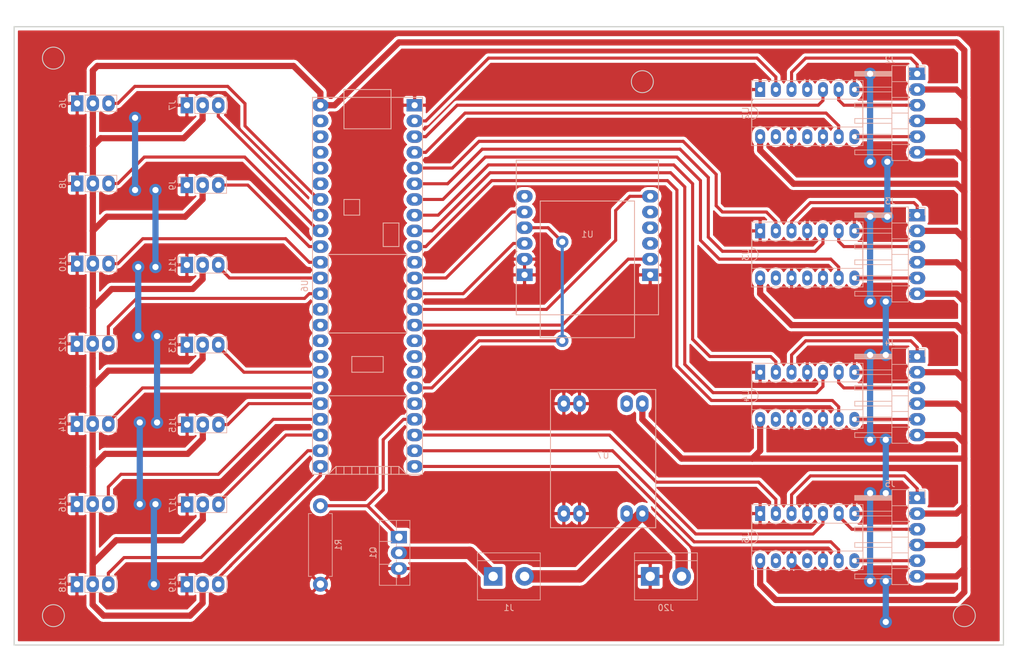
<source format=kicad_pcb>
(kicad_pcb (version 20171130) (host pcbnew 5.0.0+dfsg1-2)

  (general
    (thickness 1.6)
    (drawings 8)
    (tracks 391)
    (zones 0)
    (modules 29)
    (nets 49)
  )

  (page A4)
  (layers
    (0 F.Cu signal)
    (31 B.Cu signal)
    (32 B.Adhes user)
    (33 F.Adhes user)
    (34 B.Paste user)
    (35 F.Paste user)
    (36 B.SilkS user)
    (37 F.SilkS user)
    (38 B.Mask user)
    (39 F.Mask user)
    (40 Dwgs.User user)
    (41 Cmts.User user)
    (42 Eco1.User user)
    (43 Eco2.User user)
    (44 Edge.Cuts user)
    (45 Margin user)
    (46 B.CrtYd user)
    (47 F.CrtYd user)
    (48 B.Fab user)
    (49 F.Fab user)
  )

  (setup
    (last_trace_width 0.5)
    (user_trace_width 1)
    (user_trace_width 2)
    (trace_clearance 0.2)
    (zone_clearance 0.508)
    (zone_45_only no)
    (trace_min 0.2)
    (segment_width 0.2)
    (edge_width 0.15)
    (via_size 2)
    (via_drill 1)
    (via_min_size 0.4)
    (via_min_drill 0.3)
    (uvia_size 0.3)
    (uvia_drill 0.1)
    (uvias_allowed no)
    (uvia_min_size 0.2)
    (uvia_min_drill 0.1)
    (pcb_text_width 0.3)
    (pcb_text_size 1.5 1.5)
    (mod_edge_width 0.15)
    (mod_text_size 1 1)
    (mod_text_width 0.15)
    (pad_size 2 2.6)
    (pad_drill 1.2)
    (pad_to_mask_clearance 0.2)
    (aux_axis_origin 0 0)
    (visible_elements FFFFFF7F)
    (pcbplotparams
      (layerselection 0x010fc_ffffffff)
      (usegerberextensions false)
      (usegerberattributes false)
      (usegerberadvancedattributes false)
      (creategerberjobfile false)
      (excludeedgelayer true)
      (linewidth 0.100000)
      (plotframeref false)
      (viasonmask false)
      (mode 1)
      (useauxorigin false)
      (hpglpennumber 1)
      (hpglpenspeed 20)
      (hpglpendiameter 15.000000)
      (psnegative false)
      (psa4output false)
      (plotreference true)
      (plotvalue true)
      (plotinvisibletext false)
      (padsonsilk false)
      (subtractmaskfromsilk false)
      (outputformat 1)
      (mirror false)
      (drillshape 1)
      (scaleselection 1)
      (outputdirectory ""))
  )

  (net 0 "")
  (net 1 +12V)
  (net 2 "Net-(J1-Pad1)")
  (net 3 "Net-(J2-Pad1)")
  (net 4 +5V)
  (net 5 "Net-(J2-Pad3)")
  (net 6 "Net-(J2-Pad5)")
  (net 7 "Net-(J3-Pad5)")
  (net 8 "Net-(J3-Pad3)")
  (net 9 "Net-(J3-Pad1)")
  (net 10 "Net-(J4-Pad5)")
  (net 11 "Net-(J4-Pad3)")
  (net 12 "Net-(J4-Pad1)")
  (net 13 "Net-(J5-Pad1)")
  (net 14 "Net-(J5-Pad3)")
  (net 15 "Net-(J5-Pad5)")
  (net 16 GND)
  (net 17 "Net-(Q1-Pad1)")
  (net 18 "Net-(U1-Pad4)")
  (net 19 "Net-(U1-Pad3)")
  (net 20 "Net-(U1-Pad2)")
  (net 21 "Net-(U1-Pad8)")
  (net 22 "Net-(U1-Pad6)")
  (net 23 "Net-(U2-Pad2)")
  (net 24 "Net-(U2-Pad9)")
  (net 25 "Net-(U2-Pad5)")
  (net 26 "Net-(U3-Pad5)")
  (net 27 "Net-(U3-Pad9)")
  (net 28 "Net-(U3-Pad2)")
  (net 29 "Net-(U4-Pad5)")
  (net 30 "Net-(U4-Pad9)")
  (net 31 "Net-(U4-Pad2)")
  (net 32 "Net-(U5-Pad2)")
  (net 33 "Net-(U5-Pad9)")
  (net 34 "Net-(U5-Pad5)")
  (net 35 "Net-(J6-Pad3)")
  (net 36 "Net-(J7-Pad3)")
  (net 37 "Net-(J8-Pad3)")
  (net 38 "Net-(J9-Pad3)")
  (net 39 "Net-(J10-Pad3)")
  (net 40 "Net-(J11-Pad3)")
  (net 41 "Net-(J12-Pad3)")
  (net 42 "Net-(J13-Pad3)")
  (net 43 "Net-(J14-Pad3)")
  (net 44 "Net-(J15-Pad3)")
  (net 45 "Net-(J16-Pad3)")
  (net 46 "Net-(J17-Pad3)")
  (net 47 "Net-(J18-Pad3)")
  (net 48 "Net-(J19-Pad3)")

  (net_class Default "Ceci est la Netclass par défaut."
    (clearance 0.2)
    (trace_width 0.5)
    (via_dia 2)
    (via_drill 1)
    (uvia_dia 0.3)
    (uvia_drill 0.1)
    (add_net "Net-(J1-Pad1)")
    (add_net "Net-(J10-Pad3)")
    (add_net "Net-(J11-Pad3)")
    (add_net "Net-(J12-Pad3)")
    (add_net "Net-(J13-Pad3)")
    (add_net "Net-(J14-Pad3)")
    (add_net "Net-(J15-Pad3)")
    (add_net "Net-(J16-Pad3)")
    (add_net "Net-(J17-Pad3)")
    (add_net "Net-(J18-Pad3)")
    (add_net "Net-(J19-Pad3)")
    (add_net "Net-(J2-Pad1)")
    (add_net "Net-(J2-Pad3)")
    (add_net "Net-(J2-Pad5)")
    (add_net "Net-(J3-Pad1)")
    (add_net "Net-(J3-Pad3)")
    (add_net "Net-(J3-Pad5)")
    (add_net "Net-(J4-Pad1)")
    (add_net "Net-(J4-Pad3)")
    (add_net "Net-(J4-Pad5)")
    (add_net "Net-(J5-Pad1)")
    (add_net "Net-(J5-Pad3)")
    (add_net "Net-(J5-Pad5)")
    (add_net "Net-(J6-Pad3)")
    (add_net "Net-(J7-Pad3)")
    (add_net "Net-(J8-Pad3)")
    (add_net "Net-(J9-Pad3)")
    (add_net "Net-(Q1-Pad1)")
    (add_net "Net-(U1-Pad2)")
    (add_net "Net-(U1-Pad3)")
    (add_net "Net-(U1-Pad4)")
    (add_net "Net-(U1-Pad6)")
    (add_net "Net-(U1-Pad8)")
    (add_net "Net-(U2-Pad2)")
    (add_net "Net-(U2-Pad5)")
    (add_net "Net-(U2-Pad9)")
    (add_net "Net-(U3-Pad2)")
    (add_net "Net-(U3-Pad5)")
    (add_net "Net-(U3-Pad9)")
    (add_net "Net-(U4-Pad2)")
    (add_net "Net-(U4-Pad5)")
    (add_net "Net-(U4-Pad9)")
    (add_net "Net-(U5-Pad2)")
    (add_net "Net-(U5-Pad5)")
    (add_net "Net-(U5-Pad9)")
  )

  (net_class +12 ""
    (clearance 0.2)
    (trace_width 2)
    (via_dia 2)
    (via_drill 1)
    (uvia_dia 0.3)
    (uvia_drill 0.1)
    (add_net +12V)
  )

  (net_class power ""
    (clearance 0.2)
    (trace_width 1)
    (via_dia 2)
    (via_drill 1)
    (uvia_dia 0.3)
    (uvia_drill 0.1)
    (add_net +5V)
    (add_net GND)
  )

  (module TerminalBlock:TerminalBlock_bornier-2_P5.08mm (layer B.Cu) (tedit 59FF03AB) (tstamp 5CDFA0F6)
    (at 147.32 148.59)
    (descr "simple 2-pin terminal block, pitch 5.08mm, revamped version of bornier2")
    (tags "terminal block bornier2")
    (path /5CBF0EE1)
    (fp_text reference J1 (at 2.54 5.08) (layer B.SilkS)
      (effects (font (size 1 1) (thickness 0.15)) (justify mirror))
    )
    (fp_text value LedOut (at 2.54 -5.08) (layer B.Fab)
      (effects (font (size 1 1) (thickness 0.15)) (justify mirror))
    )
    (fp_line (start 7.79 -4) (end -2.71 -4) (layer B.CrtYd) (width 0.05))
    (fp_line (start 7.79 -4) (end 7.79 4) (layer B.CrtYd) (width 0.05))
    (fp_line (start -2.71 4) (end -2.71 -4) (layer B.CrtYd) (width 0.05))
    (fp_line (start -2.71 4) (end 7.79 4) (layer B.CrtYd) (width 0.05))
    (fp_line (start -2.54 -3.81) (end 7.62 -3.81) (layer B.SilkS) (width 0.12))
    (fp_line (start -2.54 3.81) (end -2.54 -3.81) (layer B.SilkS) (width 0.12))
    (fp_line (start 7.62 3.81) (end -2.54 3.81) (layer B.SilkS) (width 0.12))
    (fp_line (start 7.62 -3.81) (end 7.62 3.81) (layer B.SilkS) (width 0.12))
    (fp_line (start 7.62 -2.54) (end -2.54 -2.54) (layer B.SilkS) (width 0.12))
    (fp_line (start 7.54 3.75) (end -2.46 3.75) (layer B.Fab) (width 0.1))
    (fp_line (start 7.54 -3.75) (end 7.54 3.75) (layer B.Fab) (width 0.1))
    (fp_line (start -2.46 -3.75) (end 7.54 -3.75) (layer B.Fab) (width 0.1))
    (fp_line (start -2.46 3.75) (end -2.46 -3.75) (layer B.Fab) (width 0.1))
    (fp_line (start -2.41 -2.55) (end 7.49 -2.55) (layer B.Fab) (width 0.1))
    (fp_text user %R (at 2.54 0) (layer B.Fab)
      (effects (font (size 1 1) (thickness 0.15)) (justify mirror))
    )
    (pad 2 thru_hole circle (at 5.08 0) (size 3 3) (drill 1.52) (layers *.Cu *.Mask)
      (net 1 +12V))
    (pad 1 thru_hole rect (at 0 0) (size 3 3) (drill 1.52) (layers *.Cu *.Mask)
      (net 2 "Net-(J1-Pad1)"))
    (model ${KISYS3DMOD}/TerminalBlock.3dshapes/TerminalBlock_bornier-2_P5.08mm.wrl
      (offset (xyz 2.539999961853027 0 0))
      (scale (xyz 1 1 1))
      (rotate (xyz 0 0 0))
    )
  )

  (module Connector_PinHeader_2.54mm:PinHeader_1x06_P2.54mm_Horizontal (layer B.Cu) (tedit 5CBF728A) (tstamp 5CDFA15D)
    (at 215.9 67.31 180)
    (descr "Through hole angled pin header, 1x06, 2.54mm pitch, 6mm pin length, single row")
    (tags "Through hole angled pin header THT 1x06 2.54mm single row")
    (path /5CBF9B09)
    (fp_text reference J2 (at 4.385 2.27 180) (layer B.SilkS)
      (effects (font (size 1 1) (thickness 0.15)) (justify mirror))
    )
    (fp_text value Conn_01x06 (at 4.385 -14.97 180) (layer B.Fab)
      (effects (font (size 1 1) (thickness 0.15)) (justify mirror))
    )
    (fp_line (start 2.135 1.27) (end 4.04 1.27) (layer B.Fab) (width 0.1))
    (fp_line (start 4.04 1.27) (end 4.04 -13.97) (layer B.Fab) (width 0.1))
    (fp_line (start 4.04 -13.97) (end 1.5 -13.97) (layer B.Fab) (width 0.1))
    (fp_line (start 1.5 -13.97) (end 1.5 0.635) (layer B.Fab) (width 0.1))
    (fp_line (start 1.5 0.635) (end 2.135 1.27) (layer B.Fab) (width 0.1))
    (fp_line (start -0.32 0.32) (end 1.5 0.32) (layer B.Fab) (width 0.1))
    (fp_line (start -0.32 0.32) (end -0.32 -0.32) (layer B.Fab) (width 0.1))
    (fp_line (start -0.32 -0.32) (end 1.5 -0.32) (layer B.Fab) (width 0.1))
    (fp_line (start 4.04 0.32) (end 10.04 0.32) (layer B.Fab) (width 0.1))
    (fp_line (start 10.04 0.32) (end 10.04 -0.32) (layer B.Fab) (width 0.1))
    (fp_line (start 4.04 -0.32) (end 10.04 -0.32) (layer B.Fab) (width 0.1))
    (fp_line (start -0.32 -2.22) (end 1.5 -2.22) (layer B.Fab) (width 0.1))
    (fp_line (start -0.32 -2.22) (end -0.32 -2.86) (layer B.Fab) (width 0.1))
    (fp_line (start -0.32 -2.86) (end 1.5 -2.86) (layer B.Fab) (width 0.1))
    (fp_line (start 4.04 -2.22) (end 10.04 -2.22) (layer B.Fab) (width 0.1))
    (fp_line (start 10.04 -2.22) (end 10.04 -2.86) (layer B.Fab) (width 0.1))
    (fp_line (start 4.04 -2.86) (end 10.04 -2.86) (layer B.Fab) (width 0.1))
    (fp_line (start -0.32 -4.76) (end 1.5 -4.76) (layer B.Fab) (width 0.1))
    (fp_line (start -0.32 -4.76) (end -0.32 -5.4) (layer B.Fab) (width 0.1))
    (fp_line (start -0.32 -5.4) (end 1.5 -5.4) (layer B.Fab) (width 0.1))
    (fp_line (start 4.04 -4.76) (end 10.04 -4.76) (layer B.Fab) (width 0.1))
    (fp_line (start 10.04 -4.76) (end 10.04 -5.4) (layer B.Fab) (width 0.1))
    (fp_line (start 4.04 -5.4) (end 10.04 -5.4) (layer B.Fab) (width 0.1))
    (fp_line (start -0.32 -7.3) (end 1.5 -7.3) (layer B.Fab) (width 0.1))
    (fp_line (start -0.32 -7.3) (end -0.32 -7.94) (layer B.Fab) (width 0.1))
    (fp_line (start -0.32 -7.94) (end 1.5 -7.94) (layer B.Fab) (width 0.1))
    (fp_line (start 4.04 -7.3) (end 10.04 -7.3) (layer B.Fab) (width 0.1))
    (fp_line (start 10.04 -7.3) (end 10.04 -7.94) (layer B.Fab) (width 0.1))
    (fp_line (start 4.04 -7.94) (end 10.04 -7.94) (layer B.Fab) (width 0.1))
    (fp_line (start -0.32 -9.84) (end 1.5 -9.84) (layer B.Fab) (width 0.1))
    (fp_line (start -0.32 -9.84) (end -0.32 -10.48) (layer B.Fab) (width 0.1))
    (fp_line (start -0.32 -10.48) (end 1.5 -10.48) (layer B.Fab) (width 0.1))
    (fp_line (start 4.04 -9.84) (end 10.04 -9.84) (layer B.Fab) (width 0.1))
    (fp_line (start 10.04 -9.84) (end 10.04 -10.48) (layer B.Fab) (width 0.1))
    (fp_line (start 4.04 -10.48) (end 10.04 -10.48) (layer B.Fab) (width 0.1))
    (fp_line (start -0.32 -12.38) (end 1.5 -12.38) (layer B.Fab) (width 0.1))
    (fp_line (start -0.32 -12.38) (end -0.32 -13.02) (layer B.Fab) (width 0.1))
    (fp_line (start -0.32 -13.02) (end 1.5 -13.02) (layer B.Fab) (width 0.1))
    (fp_line (start 4.04 -12.38) (end 10.04 -12.38) (layer B.Fab) (width 0.1))
    (fp_line (start 10.04 -12.38) (end 10.04 -13.02) (layer B.Fab) (width 0.1))
    (fp_line (start 4.04 -13.02) (end 10.04 -13.02) (layer B.Fab) (width 0.1))
    (fp_line (start 1.44 1.33) (end 1.44 -14.03) (layer B.SilkS) (width 0.12))
    (fp_line (start 1.44 -14.03) (end 4.1 -14.03) (layer B.SilkS) (width 0.12))
    (fp_line (start 4.1 -14.03) (end 4.1 1.33) (layer B.SilkS) (width 0.12))
    (fp_line (start 4.1 1.33) (end 1.44 1.33) (layer B.SilkS) (width 0.12))
    (fp_line (start 4.1 0.38) (end 10.1 0.38) (layer B.SilkS) (width 0.12))
    (fp_line (start 10.1 0.38) (end 10.1 -0.38) (layer B.SilkS) (width 0.12))
    (fp_line (start 10.1 -0.38) (end 4.1 -0.38) (layer B.SilkS) (width 0.12))
    (fp_line (start 4.1 0.32) (end 10.1 0.32) (layer B.SilkS) (width 0.12))
    (fp_line (start 4.1 0.2) (end 10.1 0.2) (layer B.SilkS) (width 0.12))
    (fp_line (start 4.1 0.08) (end 10.1 0.08) (layer B.SilkS) (width 0.12))
    (fp_line (start 4.1 -0.04) (end 10.1 -0.04) (layer B.SilkS) (width 0.12))
    (fp_line (start 4.1 -0.16) (end 10.1 -0.16) (layer B.SilkS) (width 0.12))
    (fp_line (start 4.1 -0.28) (end 10.1 -0.28) (layer B.SilkS) (width 0.12))
    (fp_line (start 1.11 0.38) (end 1.44 0.38) (layer B.SilkS) (width 0.12))
    (fp_line (start 1.11 -0.38) (end 1.44 -0.38) (layer B.SilkS) (width 0.12))
    (fp_line (start 1.44 -1.27) (end 4.1 -1.27) (layer B.SilkS) (width 0.12))
    (fp_line (start 4.1 -2.16) (end 10.1 -2.16) (layer B.SilkS) (width 0.12))
    (fp_line (start 10.1 -2.16) (end 10.1 -2.92) (layer B.SilkS) (width 0.12))
    (fp_line (start 10.1 -2.92) (end 4.1 -2.92) (layer B.SilkS) (width 0.12))
    (fp_line (start 1.042929 -2.16) (end 1.44 -2.16) (layer B.SilkS) (width 0.12))
    (fp_line (start 1.042929 -2.92) (end 1.44 -2.92) (layer B.SilkS) (width 0.12))
    (fp_line (start 1.44 -3.81) (end 4.1 -3.81) (layer B.SilkS) (width 0.12))
    (fp_line (start 4.1 -4.7) (end 10.1 -4.7) (layer B.SilkS) (width 0.12))
    (fp_line (start 10.1 -4.7) (end 10.1 -5.46) (layer B.SilkS) (width 0.12))
    (fp_line (start 10.1 -5.46) (end 4.1 -5.46) (layer B.SilkS) (width 0.12))
    (fp_line (start 1.042929 -4.7) (end 1.44 -4.7) (layer B.SilkS) (width 0.12))
    (fp_line (start 1.042929 -5.46) (end 1.44 -5.46) (layer B.SilkS) (width 0.12))
    (fp_line (start 1.44 -6.35) (end 4.1 -6.35) (layer B.SilkS) (width 0.12))
    (fp_line (start 4.1 -7.24) (end 10.1 -7.24) (layer B.SilkS) (width 0.12))
    (fp_line (start 10.1 -7.24) (end 10.1 -8) (layer B.SilkS) (width 0.12))
    (fp_line (start 10.1 -8) (end 4.1 -8) (layer B.SilkS) (width 0.12))
    (fp_line (start 1.042929 -7.24) (end 1.44 -7.24) (layer B.SilkS) (width 0.12))
    (fp_line (start 1.042929 -8) (end 1.44 -8) (layer B.SilkS) (width 0.12))
    (fp_line (start 1.44 -8.89) (end 4.1 -8.89) (layer B.SilkS) (width 0.12))
    (fp_line (start 4.1 -9.78) (end 10.1 -9.78) (layer B.SilkS) (width 0.12))
    (fp_line (start 10.1 -9.78) (end 10.1 -10.54) (layer B.SilkS) (width 0.12))
    (fp_line (start 10.1 -10.54) (end 4.1 -10.54) (layer B.SilkS) (width 0.12))
    (fp_line (start 1.042929 -9.78) (end 1.44 -9.78) (layer B.SilkS) (width 0.12))
    (fp_line (start 1.042929 -10.54) (end 1.44 -10.54) (layer B.SilkS) (width 0.12))
    (fp_line (start 1.44 -11.43) (end 4.1 -11.43) (layer B.SilkS) (width 0.12))
    (fp_line (start 4.1 -12.32) (end 10.1 -12.32) (layer B.SilkS) (width 0.12))
    (fp_line (start 10.1 -12.32) (end 10.1 -13.08) (layer B.SilkS) (width 0.12))
    (fp_line (start 10.1 -13.08) (end 4.1 -13.08) (layer B.SilkS) (width 0.12))
    (fp_line (start 1.042929 -12.32) (end 1.44 -12.32) (layer B.SilkS) (width 0.12))
    (fp_line (start 1.042929 -13.08) (end 1.44 -13.08) (layer B.SilkS) (width 0.12))
    (fp_line (start -1.27 0) (end -1.27 1.27) (layer B.SilkS) (width 0.12))
    (fp_line (start -1.27 1.27) (end 0 1.27) (layer B.SilkS) (width 0.12))
    (fp_line (start -1.8 1.8) (end -1.8 -14.5) (layer B.CrtYd) (width 0.05))
    (fp_line (start -1.8 -14.5) (end 10.55 -14.5) (layer B.CrtYd) (width 0.05))
    (fp_line (start 10.55 -14.5) (end 10.55 1.8) (layer B.CrtYd) (width 0.05))
    (fp_line (start 10.55 1.8) (end -1.8 1.8) (layer B.CrtYd) (width 0.05))
    (fp_text user %R (at 2.77 -6.35 90) (layer B.Fab)
      (effects (font (size 1 1) (thickness 0.15)) (justify mirror))
    )
    (pad 1 thru_hole rect (at 0 0 180) (size 2.6 2) (drill 1) (layers *.Cu *.Mask)
      (net 3 "Net-(J2-Pad1)"))
    (pad 2 thru_hole oval (at 0 -2.54 180) (size 2.6 2) (drill 1) (layers *.Cu *.Mask)
      (net 4 +5V))
    (pad 3 thru_hole oval (at 0 -5.08 180) (size 2.6 2) (drill 1) (layers *.Cu *.Mask)
      (net 5 "Net-(J2-Pad3)"))
    (pad 4 thru_hole oval (at 0 -7.62 180) (size 2.6 2) (drill 1) (layers *.Cu *.Mask)
      (net 4 +5V))
    (pad 5 thru_hole oval (at 0 -10.16 180) (size 2.6 2) (drill 1) (layers *.Cu *.Mask)
      (net 6 "Net-(J2-Pad5)"))
    (pad 6 thru_hole oval (at 0 -12.7 180) (size 2.6 2) (drill 1) (layers *.Cu *.Mask)
      (net 4 +5V))
    (model ${KISYS3DMOD}/Connector_PinHeader_2.54mm.3dshapes/PinHeader_1x06_P2.54mm_Horizontal.wrl
      (at (xyz 0 0 0))
      (scale (xyz 1 1 1))
      (rotate (xyz 0 0 0))
    )
  )

  (module Connector_PinHeader_2.54mm:PinHeader_1x06_P2.54mm_Horizontal (layer B.Cu) (tedit 59FED5CB) (tstamp 5CDFA1C4)
    (at 215.9 90.17 180)
    (descr "Through hole angled pin header, 1x06, 2.54mm pitch, 6mm pin length, single row")
    (tags "Through hole angled pin header THT 1x06 2.54mm single row")
    (path /5CC0076C)
    (fp_text reference J3 (at 4.385 2.27 180) (layer B.SilkS)
      (effects (font (size 1 1) (thickness 0.15)) (justify mirror))
    )
    (fp_text value Conn_01x06 (at 4.385 -14.97 180) (layer B.Fab)
      (effects (font (size 1 1) (thickness 0.15)) (justify mirror))
    )
    (fp_text user %R (at 2.77 -6.35 90) (layer B.Fab)
      (effects (font (size 1 1) (thickness 0.15)) (justify mirror))
    )
    (fp_line (start 10.55 1.8) (end -1.8 1.8) (layer B.CrtYd) (width 0.05))
    (fp_line (start 10.55 -14.5) (end 10.55 1.8) (layer B.CrtYd) (width 0.05))
    (fp_line (start -1.8 -14.5) (end 10.55 -14.5) (layer B.CrtYd) (width 0.05))
    (fp_line (start -1.8 1.8) (end -1.8 -14.5) (layer B.CrtYd) (width 0.05))
    (fp_line (start -1.27 1.27) (end 0 1.27) (layer B.SilkS) (width 0.12))
    (fp_line (start -1.27 0) (end -1.27 1.27) (layer B.SilkS) (width 0.12))
    (fp_line (start 1.042929 -13.08) (end 1.44 -13.08) (layer B.SilkS) (width 0.12))
    (fp_line (start 1.042929 -12.32) (end 1.44 -12.32) (layer B.SilkS) (width 0.12))
    (fp_line (start 10.1 -13.08) (end 4.1 -13.08) (layer B.SilkS) (width 0.12))
    (fp_line (start 10.1 -12.32) (end 10.1 -13.08) (layer B.SilkS) (width 0.12))
    (fp_line (start 4.1 -12.32) (end 10.1 -12.32) (layer B.SilkS) (width 0.12))
    (fp_line (start 1.44 -11.43) (end 4.1 -11.43) (layer B.SilkS) (width 0.12))
    (fp_line (start 1.042929 -10.54) (end 1.44 -10.54) (layer B.SilkS) (width 0.12))
    (fp_line (start 1.042929 -9.78) (end 1.44 -9.78) (layer B.SilkS) (width 0.12))
    (fp_line (start 10.1 -10.54) (end 4.1 -10.54) (layer B.SilkS) (width 0.12))
    (fp_line (start 10.1 -9.78) (end 10.1 -10.54) (layer B.SilkS) (width 0.12))
    (fp_line (start 4.1 -9.78) (end 10.1 -9.78) (layer B.SilkS) (width 0.12))
    (fp_line (start 1.44 -8.89) (end 4.1 -8.89) (layer B.SilkS) (width 0.12))
    (fp_line (start 1.042929 -8) (end 1.44 -8) (layer B.SilkS) (width 0.12))
    (fp_line (start 1.042929 -7.24) (end 1.44 -7.24) (layer B.SilkS) (width 0.12))
    (fp_line (start 10.1 -8) (end 4.1 -8) (layer B.SilkS) (width 0.12))
    (fp_line (start 10.1 -7.24) (end 10.1 -8) (layer B.SilkS) (width 0.12))
    (fp_line (start 4.1 -7.24) (end 10.1 -7.24) (layer B.SilkS) (width 0.12))
    (fp_line (start 1.44 -6.35) (end 4.1 -6.35) (layer B.SilkS) (width 0.12))
    (fp_line (start 1.042929 -5.46) (end 1.44 -5.46) (layer B.SilkS) (width 0.12))
    (fp_line (start 1.042929 -4.7) (end 1.44 -4.7) (layer B.SilkS) (width 0.12))
    (fp_line (start 10.1 -5.46) (end 4.1 -5.46) (layer B.SilkS) (width 0.12))
    (fp_line (start 10.1 -4.7) (end 10.1 -5.46) (layer B.SilkS) (width 0.12))
    (fp_line (start 4.1 -4.7) (end 10.1 -4.7) (layer B.SilkS) (width 0.12))
    (fp_line (start 1.44 -3.81) (end 4.1 -3.81) (layer B.SilkS) (width 0.12))
    (fp_line (start 1.042929 -2.92) (end 1.44 -2.92) (layer B.SilkS) (width 0.12))
    (fp_line (start 1.042929 -2.16) (end 1.44 -2.16) (layer B.SilkS) (width 0.12))
    (fp_line (start 10.1 -2.92) (end 4.1 -2.92) (layer B.SilkS) (width 0.12))
    (fp_line (start 10.1 -2.16) (end 10.1 -2.92) (layer B.SilkS) (width 0.12))
    (fp_line (start 4.1 -2.16) (end 10.1 -2.16) (layer B.SilkS) (width 0.12))
    (fp_line (start 1.44 -1.27) (end 4.1 -1.27) (layer B.SilkS) (width 0.12))
    (fp_line (start 1.11 -0.38) (end 1.44 -0.38) (layer B.SilkS) (width 0.12))
    (fp_line (start 1.11 0.38) (end 1.44 0.38) (layer B.SilkS) (width 0.12))
    (fp_line (start 4.1 -0.28) (end 10.1 -0.28) (layer B.SilkS) (width 0.12))
    (fp_line (start 4.1 -0.16) (end 10.1 -0.16) (layer B.SilkS) (width 0.12))
    (fp_line (start 4.1 -0.04) (end 10.1 -0.04) (layer B.SilkS) (width 0.12))
    (fp_line (start 4.1 0.08) (end 10.1 0.08) (layer B.SilkS) (width 0.12))
    (fp_line (start 4.1 0.2) (end 10.1 0.2) (layer B.SilkS) (width 0.12))
    (fp_line (start 4.1 0.32) (end 10.1 0.32) (layer B.SilkS) (width 0.12))
    (fp_line (start 10.1 -0.38) (end 4.1 -0.38) (layer B.SilkS) (width 0.12))
    (fp_line (start 10.1 0.38) (end 10.1 -0.38) (layer B.SilkS) (width 0.12))
    (fp_line (start 4.1 0.38) (end 10.1 0.38) (layer B.SilkS) (width 0.12))
    (fp_line (start 4.1 1.33) (end 1.44 1.33) (layer B.SilkS) (width 0.12))
    (fp_line (start 4.1 -14.03) (end 4.1 1.33) (layer B.SilkS) (width 0.12))
    (fp_line (start 1.44 -14.03) (end 4.1 -14.03) (layer B.SilkS) (width 0.12))
    (fp_line (start 1.44 1.33) (end 1.44 -14.03) (layer B.SilkS) (width 0.12))
    (fp_line (start 4.04 -13.02) (end 10.04 -13.02) (layer B.Fab) (width 0.1))
    (fp_line (start 10.04 -12.38) (end 10.04 -13.02) (layer B.Fab) (width 0.1))
    (fp_line (start 4.04 -12.38) (end 10.04 -12.38) (layer B.Fab) (width 0.1))
    (fp_line (start -0.32 -13.02) (end 1.5 -13.02) (layer B.Fab) (width 0.1))
    (fp_line (start -0.32 -12.38) (end -0.32 -13.02) (layer B.Fab) (width 0.1))
    (fp_line (start -0.32 -12.38) (end 1.5 -12.38) (layer B.Fab) (width 0.1))
    (fp_line (start 4.04 -10.48) (end 10.04 -10.48) (layer B.Fab) (width 0.1))
    (fp_line (start 10.04 -9.84) (end 10.04 -10.48) (layer B.Fab) (width 0.1))
    (fp_line (start 4.04 -9.84) (end 10.04 -9.84) (layer B.Fab) (width 0.1))
    (fp_line (start -0.32 -10.48) (end 1.5 -10.48) (layer B.Fab) (width 0.1))
    (fp_line (start -0.32 -9.84) (end -0.32 -10.48) (layer B.Fab) (width 0.1))
    (fp_line (start -0.32 -9.84) (end 1.5 -9.84) (layer B.Fab) (width 0.1))
    (fp_line (start 4.04 -7.94) (end 10.04 -7.94) (layer B.Fab) (width 0.1))
    (fp_line (start 10.04 -7.3) (end 10.04 -7.94) (layer B.Fab) (width 0.1))
    (fp_line (start 4.04 -7.3) (end 10.04 -7.3) (layer B.Fab) (width 0.1))
    (fp_line (start -0.32 -7.94) (end 1.5 -7.94) (layer B.Fab) (width 0.1))
    (fp_line (start -0.32 -7.3) (end -0.32 -7.94) (layer B.Fab) (width 0.1))
    (fp_line (start -0.32 -7.3) (end 1.5 -7.3) (layer B.Fab) (width 0.1))
    (fp_line (start 4.04 -5.4) (end 10.04 -5.4) (layer B.Fab) (width 0.1))
    (fp_line (start 10.04 -4.76) (end 10.04 -5.4) (layer B.Fab) (width 0.1))
    (fp_line (start 4.04 -4.76) (end 10.04 -4.76) (layer B.Fab) (width 0.1))
    (fp_line (start -0.32 -5.4) (end 1.5 -5.4) (layer B.Fab) (width 0.1))
    (fp_line (start -0.32 -4.76) (end -0.32 -5.4) (layer B.Fab) (width 0.1))
    (fp_line (start -0.32 -4.76) (end 1.5 -4.76) (layer B.Fab) (width 0.1))
    (fp_line (start 4.04 -2.86) (end 10.04 -2.86) (layer B.Fab) (width 0.1))
    (fp_line (start 10.04 -2.22) (end 10.04 -2.86) (layer B.Fab) (width 0.1))
    (fp_line (start 4.04 -2.22) (end 10.04 -2.22) (layer B.Fab) (width 0.1))
    (fp_line (start -0.32 -2.86) (end 1.5 -2.86) (layer B.Fab) (width 0.1))
    (fp_line (start -0.32 -2.22) (end -0.32 -2.86) (layer B.Fab) (width 0.1))
    (fp_line (start -0.32 -2.22) (end 1.5 -2.22) (layer B.Fab) (width 0.1))
    (fp_line (start 4.04 -0.32) (end 10.04 -0.32) (layer B.Fab) (width 0.1))
    (fp_line (start 10.04 0.32) (end 10.04 -0.32) (layer B.Fab) (width 0.1))
    (fp_line (start 4.04 0.32) (end 10.04 0.32) (layer B.Fab) (width 0.1))
    (fp_line (start -0.32 -0.32) (end 1.5 -0.32) (layer B.Fab) (width 0.1))
    (fp_line (start -0.32 0.32) (end -0.32 -0.32) (layer B.Fab) (width 0.1))
    (fp_line (start -0.32 0.32) (end 1.5 0.32) (layer B.Fab) (width 0.1))
    (fp_line (start 1.5 0.635) (end 2.135 1.27) (layer B.Fab) (width 0.1))
    (fp_line (start 1.5 -13.97) (end 1.5 0.635) (layer B.Fab) (width 0.1))
    (fp_line (start 4.04 -13.97) (end 1.5 -13.97) (layer B.Fab) (width 0.1))
    (fp_line (start 4.04 1.27) (end 4.04 -13.97) (layer B.Fab) (width 0.1))
    (fp_line (start 2.135 1.27) (end 4.04 1.27) (layer B.Fab) (width 0.1))
    (pad 6 thru_hole oval (at 0 -12.7 180) (size 2.6 2) (drill 1) (layers *.Cu *.Mask)
      (net 4 +5V))
    (pad 5 thru_hole oval (at 0 -10.16 180) (size 2.6 2) (drill 1) (layers *.Cu *.Mask)
      (net 7 "Net-(J3-Pad5)"))
    (pad 4 thru_hole oval (at 0 -7.62 180) (size 2.6 2) (drill 1) (layers *.Cu *.Mask)
      (net 4 +5V))
    (pad 3 thru_hole oval (at 0 -5.08 180) (size 2.6 2) (drill 1) (layers *.Cu *.Mask)
      (net 8 "Net-(J3-Pad3)"))
    (pad 2 thru_hole oval (at 0 -2.54 180) (size 2.6 2) (drill 1) (layers *.Cu *.Mask)
      (net 4 +5V))
    (pad 1 thru_hole rect (at 0 0 180) (size 2.6 2) (drill 1) (layers *.Cu *.Mask)
      (net 9 "Net-(J3-Pad1)"))
    (model ${KISYS3DMOD}/Connector_PinHeader_2.54mm.3dshapes/PinHeader_1x06_P2.54mm_Horizontal.wrl
      (at (xyz 0 0 0))
      (scale (xyz 1 1 1))
      (rotate (xyz 0 0 0))
    )
  )

  (module Connector_PinHeader_2.54mm:PinHeader_1x06_P2.54mm_Horizontal (layer B.Cu) (tedit 59FED5CB) (tstamp 5CE04AF2)
    (at 215.9 113.03 180)
    (descr "Through hole angled pin header, 1x06, 2.54mm pitch, 6mm pin length, single row")
    (tags "Through hole angled pin header THT 1x06 2.54mm single row")
    (path /5CC028FE)
    (fp_text reference J4 (at 4.385 2.27 180) (layer B.SilkS)
      (effects (font (size 1 1) (thickness 0.15)) (justify mirror))
    )
    (fp_text value Conn_01x06 (at 4.385 -14.97 180) (layer B.Fab)
      (effects (font (size 1 1) (thickness 0.15)) (justify mirror))
    )
    (fp_text user %R (at 2.77 -6.35 90) (layer B.Fab)
      (effects (font (size 1 1) (thickness 0.15)) (justify mirror))
    )
    (fp_line (start 10.55 1.8) (end -1.8 1.8) (layer B.CrtYd) (width 0.05))
    (fp_line (start 10.55 -14.5) (end 10.55 1.8) (layer B.CrtYd) (width 0.05))
    (fp_line (start -1.8 -14.5) (end 10.55 -14.5) (layer B.CrtYd) (width 0.05))
    (fp_line (start -1.8 1.8) (end -1.8 -14.5) (layer B.CrtYd) (width 0.05))
    (fp_line (start -1.27 1.27) (end 0 1.27) (layer B.SilkS) (width 0.12))
    (fp_line (start -1.27 0) (end -1.27 1.27) (layer B.SilkS) (width 0.12))
    (fp_line (start 1.042929 -13.08) (end 1.44 -13.08) (layer B.SilkS) (width 0.12))
    (fp_line (start 1.042929 -12.32) (end 1.44 -12.32) (layer B.SilkS) (width 0.12))
    (fp_line (start 10.1 -13.08) (end 4.1 -13.08) (layer B.SilkS) (width 0.12))
    (fp_line (start 10.1 -12.32) (end 10.1 -13.08) (layer B.SilkS) (width 0.12))
    (fp_line (start 4.1 -12.32) (end 10.1 -12.32) (layer B.SilkS) (width 0.12))
    (fp_line (start 1.44 -11.43) (end 4.1 -11.43) (layer B.SilkS) (width 0.12))
    (fp_line (start 1.042929 -10.54) (end 1.44 -10.54) (layer B.SilkS) (width 0.12))
    (fp_line (start 1.042929 -9.78) (end 1.44 -9.78) (layer B.SilkS) (width 0.12))
    (fp_line (start 10.1 -10.54) (end 4.1 -10.54) (layer B.SilkS) (width 0.12))
    (fp_line (start 10.1 -9.78) (end 10.1 -10.54) (layer B.SilkS) (width 0.12))
    (fp_line (start 4.1 -9.78) (end 10.1 -9.78) (layer B.SilkS) (width 0.12))
    (fp_line (start 1.44 -8.89) (end 4.1 -8.89) (layer B.SilkS) (width 0.12))
    (fp_line (start 1.042929 -8) (end 1.44 -8) (layer B.SilkS) (width 0.12))
    (fp_line (start 1.042929 -7.24) (end 1.44 -7.24) (layer B.SilkS) (width 0.12))
    (fp_line (start 10.1 -8) (end 4.1 -8) (layer B.SilkS) (width 0.12))
    (fp_line (start 10.1 -7.24) (end 10.1 -8) (layer B.SilkS) (width 0.12))
    (fp_line (start 4.1 -7.24) (end 10.1 -7.24) (layer B.SilkS) (width 0.12))
    (fp_line (start 1.44 -6.35) (end 4.1 -6.35) (layer B.SilkS) (width 0.12))
    (fp_line (start 1.042929 -5.46) (end 1.44 -5.46) (layer B.SilkS) (width 0.12))
    (fp_line (start 1.042929 -4.7) (end 1.44 -4.7) (layer B.SilkS) (width 0.12))
    (fp_line (start 10.1 -5.46) (end 4.1 -5.46) (layer B.SilkS) (width 0.12))
    (fp_line (start 10.1 -4.7) (end 10.1 -5.46) (layer B.SilkS) (width 0.12))
    (fp_line (start 4.1 -4.7) (end 10.1 -4.7) (layer B.SilkS) (width 0.12))
    (fp_line (start 1.44 -3.81) (end 4.1 -3.81) (layer B.SilkS) (width 0.12))
    (fp_line (start 1.042929 -2.92) (end 1.44 -2.92) (layer B.SilkS) (width 0.12))
    (fp_line (start 1.042929 -2.16) (end 1.44 -2.16) (layer B.SilkS) (width 0.12))
    (fp_line (start 10.1 -2.92) (end 4.1 -2.92) (layer B.SilkS) (width 0.12))
    (fp_line (start 10.1 -2.16) (end 10.1 -2.92) (layer B.SilkS) (width 0.12))
    (fp_line (start 4.1 -2.16) (end 10.1 -2.16) (layer B.SilkS) (width 0.12))
    (fp_line (start 1.44 -1.27) (end 4.1 -1.27) (layer B.SilkS) (width 0.12))
    (fp_line (start 1.11 -0.38) (end 1.44 -0.38) (layer B.SilkS) (width 0.12))
    (fp_line (start 1.11 0.38) (end 1.44 0.38) (layer B.SilkS) (width 0.12))
    (fp_line (start 4.1 -0.28) (end 10.1 -0.28) (layer B.SilkS) (width 0.12))
    (fp_line (start 4.1 -0.16) (end 10.1 -0.16) (layer B.SilkS) (width 0.12))
    (fp_line (start 4.1 -0.04) (end 10.1 -0.04) (layer B.SilkS) (width 0.12))
    (fp_line (start 4.1 0.08) (end 10.1 0.08) (layer B.SilkS) (width 0.12))
    (fp_line (start 4.1 0.2) (end 10.1 0.2) (layer B.SilkS) (width 0.12))
    (fp_line (start 4.1 0.32) (end 10.1 0.32) (layer B.SilkS) (width 0.12))
    (fp_line (start 10.1 -0.38) (end 4.1 -0.38) (layer B.SilkS) (width 0.12))
    (fp_line (start 10.1 0.38) (end 10.1 -0.38) (layer B.SilkS) (width 0.12))
    (fp_line (start 4.1 0.38) (end 10.1 0.38) (layer B.SilkS) (width 0.12))
    (fp_line (start 4.1 1.33) (end 1.44 1.33) (layer B.SilkS) (width 0.12))
    (fp_line (start 4.1 -14.03) (end 4.1 1.33) (layer B.SilkS) (width 0.12))
    (fp_line (start 1.44 -14.03) (end 4.1 -14.03) (layer B.SilkS) (width 0.12))
    (fp_line (start 1.44 1.33) (end 1.44 -14.03) (layer B.SilkS) (width 0.12))
    (fp_line (start 4.04 -13.02) (end 10.04 -13.02) (layer B.Fab) (width 0.1))
    (fp_line (start 10.04 -12.38) (end 10.04 -13.02) (layer B.Fab) (width 0.1))
    (fp_line (start 4.04 -12.38) (end 10.04 -12.38) (layer B.Fab) (width 0.1))
    (fp_line (start -0.32 -13.02) (end 1.5 -13.02) (layer B.Fab) (width 0.1))
    (fp_line (start -0.32 -12.38) (end -0.32 -13.02) (layer B.Fab) (width 0.1))
    (fp_line (start -0.32 -12.38) (end 1.5 -12.38) (layer B.Fab) (width 0.1))
    (fp_line (start 4.04 -10.48) (end 10.04 -10.48) (layer B.Fab) (width 0.1))
    (fp_line (start 10.04 -9.84) (end 10.04 -10.48) (layer B.Fab) (width 0.1))
    (fp_line (start 4.04 -9.84) (end 10.04 -9.84) (layer B.Fab) (width 0.1))
    (fp_line (start -0.32 -10.48) (end 1.5 -10.48) (layer B.Fab) (width 0.1))
    (fp_line (start -0.32 -9.84) (end -0.32 -10.48) (layer B.Fab) (width 0.1))
    (fp_line (start -0.32 -9.84) (end 1.5 -9.84) (layer B.Fab) (width 0.1))
    (fp_line (start 4.04 -7.94) (end 10.04 -7.94) (layer B.Fab) (width 0.1))
    (fp_line (start 10.04 -7.3) (end 10.04 -7.94) (layer B.Fab) (width 0.1))
    (fp_line (start 4.04 -7.3) (end 10.04 -7.3) (layer B.Fab) (width 0.1))
    (fp_line (start -0.32 -7.94) (end 1.5 -7.94) (layer B.Fab) (width 0.1))
    (fp_line (start -0.32 -7.3) (end -0.32 -7.94) (layer B.Fab) (width 0.1))
    (fp_line (start -0.32 -7.3) (end 1.5 -7.3) (layer B.Fab) (width 0.1))
    (fp_line (start 4.04 -5.4) (end 10.04 -5.4) (layer B.Fab) (width 0.1))
    (fp_line (start 10.04 -4.76) (end 10.04 -5.4) (layer B.Fab) (width 0.1))
    (fp_line (start 4.04 -4.76) (end 10.04 -4.76) (layer B.Fab) (width 0.1))
    (fp_line (start -0.32 -5.4) (end 1.5 -5.4) (layer B.Fab) (width 0.1))
    (fp_line (start -0.32 -4.76) (end -0.32 -5.4) (layer B.Fab) (width 0.1))
    (fp_line (start -0.32 -4.76) (end 1.5 -4.76) (layer B.Fab) (width 0.1))
    (fp_line (start 4.04 -2.86) (end 10.04 -2.86) (layer B.Fab) (width 0.1))
    (fp_line (start 10.04 -2.22) (end 10.04 -2.86) (layer B.Fab) (width 0.1))
    (fp_line (start 4.04 -2.22) (end 10.04 -2.22) (layer B.Fab) (width 0.1))
    (fp_line (start -0.32 -2.86) (end 1.5 -2.86) (layer B.Fab) (width 0.1))
    (fp_line (start -0.32 -2.22) (end -0.32 -2.86) (layer B.Fab) (width 0.1))
    (fp_line (start -0.32 -2.22) (end 1.5 -2.22) (layer B.Fab) (width 0.1))
    (fp_line (start 4.04 -0.32) (end 10.04 -0.32) (layer B.Fab) (width 0.1))
    (fp_line (start 10.04 0.32) (end 10.04 -0.32) (layer B.Fab) (width 0.1))
    (fp_line (start 4.04 0.32) (end 10.04 0.32) (layer B.Fab) (width 0.1))
    (fp_line (start -0.32 -0.32) (end 1.5 -0.32) (layer B.Fab) (width 0.1))
    (fp_line (start -0.32 0.32) (end -0.32 -0.32) (layer B.Fab) (width 0.1))
    (fp_line (start -0.32 0.32) (end 1.5 0.32) (layer B.Fab) (width 0.1))
    (fp_line (start 1.5 0.635) (end 2.135 1.27) (layer B.Fab) (width 0.1))
    (fp_line (start 1.5 -13.97) (end 1.5 0.635) (layer B.Fab) (width 0.1))
    (fp_line (start 4.04 -13.97) (end 1.5 -13.97) (layer B.Fab) (width 0.1))
    (fp_line (start 4.04 1.27) (end 4.04 -13.97) (layer B.Fab) (width 0.1))
    (fp_line (start 2.135 1.27) (end 4.04 1.27) (layer B.Fab) (width 0.1))
    (pad 6 thru_hole oval (at 0 -12.7 180) (size 2.6 2) (drill 1) (layers *.Cu *.Mask)
      (net 4 +5V))
    (pad 5 thru_hole oval (at 0 -10.16 180) (size 2.6 2) (drill 1) (layers *.Cu *.Mask)
      (net 10 "Net-(J4-Pad5)"))
    (pad 4 thru_hole oval (at 0 -7.62 180) (size 2.6 2) (drill 1) (layers *.Cu *.Mask)
      (net 4 +5V))
    (pad 3 thru_hole oval (at 0 -5.08 180) (size 2.6 2) (drill 1) (layers *.Cu *.Mask)
      (net 11 "Net-(J4-Pad3)"))
    (pad 2 thru_hole oval (at 0 -2.54 180) (size 2.6 2) (drill 1) (layers *.Cu *.Mask)
      (net 4 +5V))
    (pad 1 thru_hole rect (at 0 0 180) (size 2.6 2) (drill 1) (layers *.Cu *.Mask)
      (net 12 "Net-(J4-Pad1)"))
    (model ${KISYS3DMOD}/Connector_PinHeader_2.54mm.3dshapes/PinHeader_1x06_P2.54mm_Horizontal.wrl
      (at (xyz 0 0 0))
      (scale (xyz 1 1 1))
      (rotate (xyz 0 0 0))
    )
  )

  (module Connector_PinHeader_2.54mm:PinHeader_1x06_P2.54mm_Horizontal (layer B.Cu) (tedit 59FED5CB) (tstamp 5CE04E8C)
    (at 215.9 135.89 180)
    (descr "Through hole angled pin header, 1x06, 2.54mm pitch, 6mm pin length, single row")
    (tags "Through hole angled pin header THT 1x06 2.54mm single row")
    (path /5CC18945)
    (fp_text reference J5 (at 4.385 2.27 180) (layer B.SilkS)
      (effects (font (size 1 1) (thickness 0.15)) (justify mirror))
    )
    (fp_text value Conn_01x06 (at 4.385 -14.97 180) (layer B.Fab)
      (effects (font (size 1 1) (thickness 0.15)) (justify mirror))
    )
    (fp_line (start 2.135 1.27) (end 4.04 1.27) (layer B.Fab) (width 0.1))
    (fp_line (start 4.04 1.27) (end 4.04 -13.97) (layer B.Fab) (width 0.1))
    (fp_line (start 4.04 -13.97) (end 1.5 -13.97) (layer B.Fab) (width 0.1))
    (fp_line (start 1.5 -13.97) (end 1.5 0.635) (layer B.Fab) (width 0.1))
    (fp_line (start 1.5 0.635) (end 2.135 1.27) (layer B.Fab) (width 0.1))
    (fp_line (start -0.32 0.32) (end 1.5 0.32) (layer B.Fab) (width 0.1))
    (fp_line (start -0.32 0.32) (end -0.32 -0.32) (layer B.Fab) (width 0.1))
    (fp_line (start -0.32 -0.32) (end 1.5 -0.32) (layer B.Fab) (width 0.1))
    (fp_line (start 4.04 0.32) (end 10.04 0.32) (layer B.Fab) (width 0.1))
    (fp_line (start 10.04 0.32) (end 10.04 -0.32) (layer B.Fab) (width 0.1))
    (fp_line (start 4.04 -0.32) (end 10.04 -0.32) (layer B.Fab) (width 0.1))
    (fp_line (start -0.32 -2.22) (end 1.5 -2.22) (layer B.Fab) (width 0.1))
    (fp_line (start -0.32 -2.22) (end -0.32 -2.86) (layer B.Fab) (width 0.1))
    (fp_line (start -0.32 -2.86) (end 1.5 -2.86) (layer B.Fab) (width 0.1))
    (fp_line (start 4.04 -2.22) (end 10.04 -2.22) (layer B.Fab) (width 0.1))
    (fp_line (start 10.04 -2.22) (end 10.04 -2.86) (layer B.Fab) (width 0.1))
    (fp_line (start 4.04 -2.86) (end 10.04 -2.86) (layer B.Fab) (width 0.1))
    (fp_line (start -0.32 -4.76) (end 1.5 -4.76) (layer B.Fab) (width 0.1))
    (fp_line (start -0.32 -4.76) (end -0.32 -5.4) (layer B.Fab) (width 0.1))
    (fp_line (start -0.32 -5.4) (end 1.5 -5.4) (layer B.Fab) (width 0.1))
    (fp_line (start 4.04 -4.76) (end 10.04 -4.76) (layer B.Fab) (width 0.1))
    (fp_line (start 10.04 -4.76) (end 10.04 -5.4) (layer B.Fab) (width 0.1))
    (fp_line (start 4.04 -5.4) (end 10.04 -5.4) (layer B.Fab) (width 0.1))
    (fp_line (start -0.32 -7.3) (end 1.5 -7.3) (layer B.Fab) (width 0.1))
    (fp_line (start -0.32 -7.3) (end -0.32 -7.94) (layer B.Fab) (width 0.1))
    (fp_line (start -0.32 -7.94) (end 1.5 -7.94) (layer B.Fab) (width 0.1))
    (fp_line (start 4.04 -7.3) (end 10.04 -7.3) (layer B.Fab) (width 0.1))
    (fp_line (start 10.04 -7.3) (end 10.04 -7.94) (layer B.Fab) (width 0.1))
    (fp_line (start 4.04 -7.94) (end 10.04 -7.94) (layer B.Fab) (width 0.1))
    (fp_line (start -0.32 -9.84) (end 1.5 -9.84) (layer B.Fab) (width 0.1))
    (fp_line (start -0.32 -9.84) (end -0.32 -10.48) (layer B.Fab) (width 0.1))
    (fp_line (start -0.32 -10.48) (end 1.5 -10.48) (layer B.Fab) (width 0.1))
    (fp_line (start 4.04 -9.84) (end 10.04 -9.84) (layer B.Fab) (width 0.1))
    (fp_line (start 10.04 -9.84) (end 10.04 -10.48) (layer B.Fab) (width 0.1))
    (fp_line (start 4.04 -10.48) (end 10.04 -10.48) (layer B.Fab) (width 0.1))
    (fp_line (start -0.32 -12.38) (end 1.5 -12.38) (layer B.Fab) (width 0.1))
    (fp_line (start -0.32 -12.38) (end -0.32 -13.02) (layer B.Fab) (width 0.1))
    (fp_line (start -0.32 -13.02) (end 1.5 -13.02) (layer B.Fab) (width 0.1))
    (fp_line (start 4.04 -12.38) (end 10.04 -12.38) (layer B.Fab) (width 0.1))
    (fp_line (start 10.04 -12.38) (end 10.04 -13.02) (layer B.Fab) (width 0.1))
    (fp_line (start 4.04 -13.02) (end 10.04 -13.02) (layer B.Fab) (width 0.1))
    (fp_line (start 1.44 1.33) (end 1.44 -14.03) (layer B.SilkS) (width 0.12))
    (fp_line (start 1.44 -14.03) (end 4.1 -14.03) (layer B.SilkS) (width 0.12))
    (fp_line (start 4.1 -14.03) (end 4.1 1.33) (layer B.SilkS) (width 0.12))
    (fp_line (start 4.1 1.33) (end 1.44 1.33) (layer B.SilkS) (width 0.12))
    (fp_line (start 4.1 0.38) (end 10.1 0.38) (layer B.SilkS) (width 0.12))
    (fp_line (start 10.1 0.38) (end 10.1 -0.38) (layer B.SilkS) (width 0.12))
    (fp_line (start 10.1 -0.38) (end 4.1 -0.38) (layer B.SilkS) (width 0.12))
    (fp_line (start 4.1 0.32) (end 10.1 0.32) (layer B.SilkS) (width 0.12))
    (fp_line (start 4.1 0.2) (end 10.1 0.2) (layer B.SilkS) (width 0.12))
    (fp_line (start 4.1 0.08) (end 10.1 0.08) (layer B.SilkS) (width 0.12))
    (fp_line (start 4.1 -0.04) (end 10.1 -0.04) (layer B.SilkS) (width 0.12))
    (fp_line (start 4.1 -0.16) (end 10.1 -0.16) (layer B.SilkS) (width 0.12))
    (fp_line (start 4.1 -0.28) (end 10.1 -0.28) (layer B.SilkS) (width 0.12))
    (fp_line (start 1.11 0.38) (end 1.44 0.38) (layer B.SilkS) (width 0.12))
    (fp_line (start 1.11 -0.38) (end 1.44 -0.38) (layer B.SilkS) (width 0.12))
    (fp_line (start 1.44 -1.27) (end 4.1 -1.27) (layer B.SilkS) (width 0.12))
    (fp_line (start 4.1 -2.16) (end 10.1 -2.16) (layer B.SilkS) (width 0.12))
    (fp_line (start 10.1 -2.16) (end 10.1 -2.92) (layer B.SilkS) (width 0.12))
    (fp_line (start 10.1 -2.92) (end 4.1 -2.92) (layer B.SilkS) (width 0.12))
    (fp_line (start 1.042929 -2.16) (end 1.44 -2.16) (layer B.SilkS) (width 0.12))
    (fp_line (start 1.042929 -2.92) (end 1.44 -2.92) (layer B.SilkS) (width 0.12))
    (fp_line (start 1.44 -3.81) (end 4.1 -3.81) (layer B.SilkS) (width 0.12))
    (fp_line (start 4.1 -4.7) (end 10.1 -4.7) (layer B.SilkS) (width 0.12))
    (fp_line (start 10.1 -4.7) (end 10.1 -5.46) (layer B.SilkS) (width 0.12))
    (fp_line (start 10.1 -5.46) (end 4.1 -5.46) (layer B.SilkS) (width 0.12))
    (fp_line (start 1.042929 -4.7) (end 1.44 -4.7) (layer B.SilkS) (width 0.12))
    (fp_line (start 1.042929 -5.46) (end 1.44 -5.46) (layer B.SilkS) (width 0.12))
    (fp_line (start 1.44 -6.35) (end 4.1 -6.35) (layer B.SilkS) (width 0.12))
    (fp_line (start 4.1 -7.24) (end 10.1 -7.24) (layer B.SilkS) (width 0.12))
    (fp_line (start 10.1 -7.24) (end 10.1 -8) (layer B.SilkS) (width 0.12))
    (fp_line (start 10.1 -8) (end 4.1 -8) (layer B.SilkS) (width 0.12))
    (fp_line (start 1.042929 -7.24) (end 1.44 -7.24) (layer B.SilkS) (width 0.12))
    (fp_line (start 1.042929 -8) (end 1.44 -8) (layer B.SilkS) (width 0.12))
    (fp_line (start 1.44 -8.89) (end 4.1 -8.89) (layer B.SilkS) (width 0.12))
    (fp_line (start 4.1 -9.78) (end 10.1 -9.78) (layer B.SilkS) (width 0.12))
    (fp_line (start 10.1 -9.78) (end 10.1 -10.54) (layer B.SilkS) (width 0.12))
    (fp_line (start 10.1 -10.54) (end 4.1 -10.54) (layer B.SilkS) (width 0.12))
    (fp_line (start 1.042929 -9.78) (end 1.44 -9.78) (layer B.SilkS) (width 0.12))
    (fp_line (start 1.042929 -10.54) (end 1.44 -10.54) (layer B.SilkS) (width 0.12))
    (fp_line (start 1.44 -11.43) (end 4.1 -11.43) (layer B.SilkS) (width 0.12))
    (fp_line (start 4.1 -12.32) (end 10.1 -12.32) (layer B.SilkS) (width 0.12))
    (fp_line (start 10.1 -12.32) (end 10.1 -13.08) (layer B.SilkS) (width 0.12))
    (fp_line (start 10.1 -13.08) (end 4.1 -13.08) (layer B.SilkS) (width 0.12))
    (fp_line (start 1.042929 -12.32) (end 1.44 -12.32) (layer B.SilkS) (width 0.12))
    (fp_line (start 1.042929 -13.08) (end 1.44 -13.08) (layer B.SilkS) (width 0.12))
    (fp_line (start -1.27 0) (end -1.27 1.27) (layer B.SilkS) (width 0.12))
    (fp_line (start -1.27 1.27) (end 0 1.27) (layer B.SilkS) (width 0.12))
    (fp_line (start -1.8 1.8) (end -1.8 -14.5) (layer B.CrtYd) (width 0.05))
    (fp_line (start -1.8 -14.5) (end 10.55 -14.5) (layer B.CrtYd) (width 0.05))
    (fp_line (start 10.55 -14.5) (end 10.55 1.8) (layer B.CrtYd) (width 0.05))
    (fp_line (start 10.55 1.8) (end -1.8 1.8) (layer B.CrtYd) (width 0.05))
    (fp_text user %R (at 2.77 -6.35 90) (layer B.Fab)
      (effects (font (size 1 1) (thickness 0.15)) (justify mirror))
    )
    (pad 1 thru_hole rect (at 0 0 180) (size 2.6 2) (drill 1) (layers *.Cu *.Mask)
      (net 13 "Net-(J5-Pad1)"))
    (pad 2 thru_hole oval (at 0 -2.54 180) (size 2.6 2) (drill 1) (layers *.Cu *.Mask)
      (net 4 +5V))
    (pad 3 thru_hole oval (at 0 -5.08 180) (size 2.6 2) (drill 1) (layers *.Cu *.Mask)
      (net 14 "Net-(J5-Pad3)"))
    (pad 4 thru_hole oval (at 0 -7.62 180) (size 2.6 2) (drill 1) (layers *.Cu *.Mask)
      (net 4 +5V))
    (pad 5 thru_hole oval (at 0 -10.16 180) (size 2.6 2) (drill 1) (layers *.Cu *.Mask)
      (net 15 "Net-(J5-Pad5)"))
    (pad 6 thru_hole oval (at 0 -12.7 180) (size 2.6 2) (drill 1) (layers *.Cu *.Mask)
      (net 4 +5V))
    (model ${KISYS3DMOD}/Connector_PinHeader_2.54mm.3dshapes/PinHeader_1x06_P2.54mm_Horizontal.wrl
      (at (xyz 0 0 0))
      (scale (xyz 1 1 1))
      (rotate (xyz 0 0 0))
    )
  )

  (module Connector_PinHeader_2.54mm:PinHeader_1x03_P2.54mm_Vertical (layer B.Cu) (tedit 5CBF724E) (tstamp 5CDFEC1E)
    (at 80.04329 72.088487 270)
    (descr "Through hole straight pin header, 1x03, 2.54mm pitch, single row")
    (tags "Through hole pin header THT 1x03 2.54mm single row")
    (path /5CBF26E8)
    (fp_text reference J6 (at 0 2.33 270) (layer B.SilkS)
      (effects (font (size 1 1) (thickness 0.15)) (justify mirror))
    )
    (fp_text value Conn_01x03 (at 0 -7.41 270) (layer B.Fab)
      (effects (font (size 1 1) (thickness 0.15)) (justify mirror))
    )
    (fp_text user %R (at 0 -2.54 180) (layer B.Fab)
      (effects (font (size 1 1) (thickness 0.15)) (justify mirror))
    )
    (fp_line (start 1.8 1.8) (end -1.8 1.8) (layer B.CrtYd) (width 0.05))
    (fp_line (start 1.8 -6.85) (end 1.8 1.8) (layer B.CrtYd) (width 0.05))
    (fp_line (start -1.8 -6.85) (end 1.8 -6.85) (layer B.CrtYd) (width 0.05))
    (fp_line (start -1.8 1.8) (end -1.8 -6.85) (layer B.CrtYd) (width 0.05))
    (fp_line (start -1.33 1.33) (end 0 1.33) (layer B.SilkS) (width 0.12))
    (fp_line (start -1.33 0) (end -1.33 1.33) (layer B.SilkS) (width 0.12))
    (fp_line (start -1.33 -1.27) (end 1.33 -1.27) (layer B.SilkS) (width 0.12))
    (fp_line (start 1.33 -1.27) (end 1.33 -6.41) (layer B.SilkS) (width 0.12))
    (fp_line (start -1.33 -1.27) (end -1.33 -6.41) (layer B.SilkS) (width 0.12))
    (fp_line (start -1.33 -6.41) (end 1.33 -6.41) (layer B.SilkS) (width 0.12))
    (fp_line (start -1.27 0.635) (end -0.635 1.27) (layer B.Fab) (width 0.1))
    (fp_line (start -1.27 -6.35) (end -1.27 0.635) (layer B.Fab) (width 0.1))
    (fp_line (start 1.27 -6.35) (end -1.27 -6.35) (layer B.Fab) (width 0.1))
    (fp_line (start 1.27 1.27) (end 1.27 -6.35) (layer B.Fab) (width 0.1))
    (fp_line (start -0.635 1.27) (end 1.27 1.27) (layer B.Fab) (width 0.1))
    (pad 3 thru_hole oval (at 0 -5.08 270) (size 2.6 2) (drill 1) (layers *.Cu *.Mask)
      (net 35 "Net-(J6-Pad3)"))
    (pad 2 thru_hole oval (at 0 -2.54 270) (size 2.6 2) (drill 1) (layers *.Cu *.Mask)
      (net 4 +5V))
    (pad 1 thru_hole rect (at 0 0 270) (size 2.6 2) (drill 1) (layers *.Cu *.Mask)
      (net 16 GND))
    (model ${KISYS3DMOD}/Connector_PinHeader_2.54mm.3dshapes/PinHeader_1x03_P2.54mm_Vertical.wrl
      (at (xyz 0 0 0))
      (scale (xyz 1 1 1))
      (rotate (xyz 0 0 0))
    )
  )

  (module Connector_PinHeader_2.54mm:PinHeader_1x03_P2.54mm_Vertical (layer B.Cu) (tedit 5CBF7263) (tstamp 5CDFA2C0)
    (at 97.79 72.39 270)
    (descr "Through hole straight pin header, 1x03, 2.54mm pitch, single row")
    (tags "Through hole pin header THT 1x03 2.54mm single row")
    (path /5CDE1661)
    (fp_text reference J7 (at 0 2.33 270) (layer B.SilkS)
      (effects (font (size 1 1) (thickness 0.15)) (justify mirror))
    )
    (fp_text value Conn_01x03 (at 0 -7.41 270) (layer B.Fab)
      (effects (font (size 1 1) (thickness 0.15)) (justify mirror))
    )
    (fp_line (start -0.635 1.27) (end 1.27 1.27) (layer B.Fab) (width 0.1))
    (fp_line (start 1.27 1.27) (end 1.27 -6.35) (layer B.Fab) (width 0.1))
    (fp_line (start 1.27 -6.35) (end -1.27 -6.35) (layer B.Fab) (width 0.1))
    (fp_line (start -1.27 -6.35) (end -1.27 0.635) (layer B.Fab) (width 0.1))
    (fp_line (start -1.27 0.635) (end -0.635 1.27) (layer B.Fab) (width 0.1))
    (fp_line (start -1.33 -6.41) (end 1.33 -6.41) (layer B.SilkS) (width 0.12))
    (fp_line (start -1.33 -1.27) (end -1.33 -6.41) (layer B.SilkS) (width 0.12))
    (fp_line (start 1.33 -1.27) (end 1.33 -6.41) (layer B.SilkS) (width 0.12))
    (fp_line (start -1.33 -1.27) (end 1.33 -1.27) (layer B.SilkS) (width 0.12))
    (fp_line (start -1.33 0) (end -1.33 1.33) (layer B.SilkS) (width 0.12))
    (fp_line (start -1.33 1.33) (end 0 1.33) (layer B.SilkS) (width 0.12))
    (fp_line (start -1.8 1.8) (end -1.8 -6.85) (layer B.CrtYd) (width 0.05))
    (fp_line (start -1.8 -6.85) (end 1.8 -6.85) (layer B.CrtYd) (width 0.05))
    (fp_line (start 1.8 -6.85) (end 1.8 1.8) (layer B.CrtYd) (width 0.05))
    (fp_line (start 1.8 1.8) (end -1.8 1.8) (layer B.CrtYd) (width 0.05))
    (fp_text user %R (at 0 -2.54 180) (layer B.Fab)
      (effects (font (size 1 1) (thickness 0.15)) (justify mirror))
    )
    (pad 1 thru_hole rect (at 0 0 270) (size 2.6 2) (drill 1) (layers *.Cu *.Mask)
      (net 16 GND))
    (pad 2 thru_hole oval (at 0 -2.54 270) (size 2.6 2) (drill 1) (layers *.Cu *.Mask)
      (net 4 +5V))
    (pad 3 thru_hole oval (at 0 -5.08 270) (size 2.6 2) (drill 1) (layers *.Cu *.Mask)
      (net 36 "Net-(J7-Pad3)"))
    (model ${KISYS3DMOD}/Connector_PinHeader_2.54mm.3dshapes/PinHeader_1x03_P2.54mm_Vertical.wrl
      (at (xyz 0 0 0))
      (scale (xyz 1 1 1))
      (rotate (xyz 0 0 0))
    )
  )

  (module Connector_PinHeader_2.54mm:PinHeader_1x03_P2.54mm_Vertical (layer B.Cu) (tedit 59FED5CC) (tstamp 5CDFA2D7)
    (at 80.04329 85.050405 270)
    (descr "Through hole straight pin header, 1x03, 2.54mm pitch, single row")
    (tags "Through hole pin header THT 1x03 2.54mm single row")
    (path /5CDEDFE5)
    (fp_text reference J8 (at 0 2.33 270) (layer B.SilkS)
      (effects (font (size 1 1) (thickness 0.15)) (justify mirror))
    )
    (fp_text value Conn_01x03 (at 0 -7.41 270) (layer B.Fab)
      (effects (font (size 1 1) (thickness 0.15)) (justify mirror))
    )
    (fp_text user %R (at 0 -2.54 180) (layer B.Fab)
      (effects (font (size 1 1) (thickness 0.15)) (justify mirror))
    )
    (fp_line (start 1.8 1.8) (end -1.8 1.8) (layer B.CrtYd) (width 0.05))
    (fp_line (start 1.8 -6.85) (end 1.8 1.8) (layer B.CrtYd) (width 0.05))
    (fp_line (start -1.8 -6.85) (end 1.8 -6.85) (layer B.CrtYd) (width 0.05))
    (fp_line (start -1.8 1.8) (end -1.8 -6.85) (layer B.CrtYd) (width 0.05))
    (fp_line (start -1.33 1.33) (end 0 1.33) (layer B.SilkS) (width 0.12))
    (fp_line (start -1.33 0) (end -1.33 1.33) (layer B.SilkS) (width 0.12))
    (fp_line (start -1.33 -1.27) (end 1.33 -1.27) (layer B.SilkS) (width 0.12))
    (fp_line (start 1.33 -1.27) (end 1.33 -6.41) (layer B.SilkS) (width 0.12))
    (fp_line (start -1.33 -1.27) (end -1.33 -6.41) (layer B.SilkS) (width 0.12))
    (fp_line (start -1.33 -6.41) (end 1.33 -6.41) (layer B.SilkS) (width 0.12))
    (fp_line (start -1.27 0.635) (end -0.635 1.27) (layer B.Fab) (width 0.1))
    (fp_line (start -1.27 -6.35) (end -1.27 0.635) (layer B.Fab) (width 0.1))
    (fp_line (start 1.27 -6.35) (end -1.27 -6.35) (layer B.Fab) (width 0.1))
    (fp_line (start 1.27 1.27) (end 1.27 -6.35) (layer B.Fab) (width 0.1))
    (fp_line (start -0.635 1.27) (end 1.27 1.27) (layer B.Fab) (width 0.1))
    (pad 3 thru_hole oval (at 0 -5.08 270) (size 2.6 2) (drill 1) (layers *.Cu *.Mask)
      (net 37 "Net-(J8-Pad3)"))
    (pad 2 thru_hole oval (at 0 -2.54 270) (size 2.6 2) (drill 1) (layers *.Cu *.Mask)
      (net 4 +5V))
    (pad 1 thru_hole rect (at 0 0 270) (size 2.6 2) (drill 1) (layers *.Cu *.Mask)
      (net 16 GND))
    (model ${KISYS3DMOD}/Connector_PinHeader_2.54mm.3dshapes/PinHeader_1x03_P2.54mm_Vertical.wrl
      (at (xyz 0 0 0))
      (scale (xyz 1 1 1))
      (rotate (xyz 0 0 0))
    )
  )

  (module Connector_PinHeader_2.54mm:PinHeader_1x03_P2.54mm_Vertical (layer B.Cu) (tedit 59FED5CC) (tstamp 5CDFA2EE)
    (at 97.79 85.301666 270)
    (descr "Through hole straight pin header, 1x03, 2.54mm pitch, single row")
    (tags "Through hole pin header THT 1x03 2.54mm single row")
    (path /5CDEDFEC)
    (fp_text reference J9 (at 0 2.33 270) (layer B.SilkS)
      (effects (font (size 1 1) (thickness 0.15)) (justify mirror))
    )
    (fp_text value Conn_01x03 (at 0 -7.41 270) (layer B.Fab)
      (effects (font (size 1 1) (thickness 0.15)) (justify mirror))
    )
    (fp_line (start -0.635 1.27) (end 1.27 1.27) (layer B.Fab) (width 0.1))
    (fp_line (start 1.27 1.27) (end 1.27 -6.35) (layer B.Fab) (width 0.1))
    (fp_line (start 1.27 -6.35) (end -1.27 -6.35) (layer B.Fab) (width 0.1))
    (fp_line (start -1.27 -6.35) (end -1.27 0.635) (layer B.Fab) (width 0.1))
    (fp_line (start -1.27 0.635) (end -0.635 1.27) (layer B.Fab) (width 0.1))
    (fp_line (start -1.33 -6.41) (end 1.33 -6.41) (layer B.SilkS) (width 0.12))
    (fp_line (start -1.33 -1.27) (end -1.33 -6.41) (layer B.SilkS) (width 0.12))
    (fp_line (start 1.33 -1.27) (end 1.33 -6.41) (layer B.SilkS) (width 0.12))
    (fp_line (start -1.33 -1.27) (end 1.33 -1.27) (layer B.SilkS) (width 0.12))
    (fp_line (start -1.33 0) (end -1.33 1.33) (layer B.SilkS) (width 0.12))
    (fp_line (start -1.33 1.33) (end 0 1.33) (layer B.SilkS) (width 0.12))
    (fp_line (start -1.8 1.8) (end -1.8 -6.85) (layer B.CrtYd) (width 0.05))
    (fp_line (start -1.8 -6.85) (end 1.8 -6.85) (layer B.CrtYd) (width 0.05))
    (fp_line (start 1.8 -6.85) (end 1.8 1.8) (layer B.CrtYd) (width 0.05))
    (fp_line (start 1.8 1.8) (end -1.8 1.8) (layer B.CrtYd) (width 0.05))
    (fp_text user %R (at 0 -2.54 180) (layer B.Fab)
      (effects (font (size 1 1) (thickness 0.15)) (justify mirror))
    )
    (pad 1 thru_hole rect (at 0 0 270) (size 2.6 2) (drill 1) (layers *.Cu *.Mask)
      (net 16 GND))
    (pad 2 thru_hole oval (at 0 -2.54 270) (size 2.6 2) (drill 1) (layers *.Cu *.Mask)
      (net 4 +5V))
    (pad 3 thru_hole oval (at 0 -5.08 270) (size 2.6 2) (drill 1) (layers *.Cu *.Mask)
      (net 38 "Net-(J9-Pad3)"))
    (model ${KISYS3DMOD}/Connector_PinHeader_2.54mm.3dshapes/PinHeader_1x03_P2.54mm_Vertical.wrl
      (at (xyz 0 0 0))
      (scale (xyz 1 1 1))
      (rotate (xyz 0 0 0))
    )
  )

  (module Connector_PinHeader_2.54mm:PinHeader_1x03_P2.54mm_Vertical (layer B.Cu) (tedit 59FED5CC) (tstamp 5CDFA305)
    (at 80.04329 98.012323 270)
    (descr "Through hole straight pin header, 1x03, 2.54mm pitch, single row")
    (tags "Through hole pin header THT 1x03 2.54mm single row")
    (path /5CDFAA57)
    (fp_text reference J10 (at 0 2.33 270) (layer B.SilkS)
      (effects (font (size 1 1) (thickness 0.15)) (justify mirror))
    )
    (fp_text value Conn_01x03 (at 0 -7.41 270) (layer B.Fab)
      (effects (font (size 1 1) (thickness 0.15)) (justify mirror))
    )
    (fp_text user %R (at 0 -2.54 180) (layer B.Fab)
      (effects (font (size 1 1) (thickness 0.15)) (justify mirror))
    )
    (fp_line (start 1.8 1.8) (end -1.8 1.8) (layer B.CrtYd) (width 0.05))
    (fp_line (start 1.8 -6.85) (end 1.8 1.8) (layer B.CrtYd) (width 0.05))
    (fp_line (start -1.8 -6.85) (end 1.8 -6.85) (layer B.CrtYd) (width 0.05))
    (fp_line (start -1.8 1.8) (end -1.8 -6.85) (layer B.CrtYd) (width 0.05))
    (fp_line (start -1.33 1.33) (end 0 1.33) (layer B.SilkS) (width 0.12))
    (fp_line (start -1.33 0) (end -1.33 1.33) (layer B.SilkS) (width 0.12))
    (fp_line (start -1.33 -1.27) (end 1.33 -1.27) (layer B.SilkS) (width 0.12))
    (fp_line (start 1.33 -1.27) (end 1.33 -6.41) (layer B.SilkS) (width 0.12))
    (fp_line (start -1.33 -1.27) (end -1.33 -6.41) (layer B.SilkS) (width 0.12))
    (fp_line (start -1.33 -6.41) (end 1.33 -6.41) (layer B.SilkS) (width 0.12))
    (fp_line (start -1.27 0.635) (end -0.635 1.27) (layer B.Fab) (width 0.1))
    (fp_line (start -1.27 -6.35) (end -1.27 0.635) (layer B.Fab) (width 0.1))
    (fp_line (start 1.27 -6.35) (end -1.27 -6.35) (layer B.Fab) (width 0.1))
    (fp_line (start 1.27 1.27) (end 1.27 -6.35) (layer B.Fab) (width 0.1))
    (fp_line (start -0.635 1.27) (end 1.27 1.27) (layer B.Fab) (width 0.1))
    (pad 3 thru_hole oval (at 0 -5.08 270) (size 2.6 2) (drill 1) (layers *.Cu *.Mask)
      (net 39 "Net-(J10-Pad3)"))
    (pad 2 thru_hole oval (at 0 -2.54 270) (size 2.6 2) (drill 1) (layers *.Cu *.Mask)
      (net 4 +5V))
    (pad 1 thru_hole rect (at 0 0 270) (size 2.6 2) (drill 1) (layers *.Cu *.Mask)
      (net 16 GND))
    (model ${KISYS3DMOD}/Connector_PinHeader_2.54mm.3dshapes/PinHeader_1x03_P2.54mm_Vertical.wrl
      (at (xyz 0 0 0))
      (scale (xyz 1 1 1))
      (rotate (xyz 0 0 0))
    )
  )

  (module Connector_PinHeader_2.54mm:PinHeader_1x03_P2.54mm_Vertical (layer B.Cu) (tedit 59FED5CC) (tstamp 5CDFA31C)
    (at 97.79 98.213332 270)
    (descr "Through hole straight pin header, 1x03, 2.54mm pitch, single row")
    (tags "Through hole pin header THT 1x03 2.54mm single row")
    (path /5CDFAA5F)
    (fp_text reference J11 (at 0 2.33 270) (layer B.SilkS)
      (effects (font (size 1 1) (thickness 0.15)) (justify mirror))
    )
    (fp_text value Conn_01x03 (at 0 -7.41 270) (layer B.Fab)
      (effects (font (size 1 1) (thickness 0.15)) (justify mirror))
    )
    (fp_line (start -0.635 1.27) (end 1.27 1.27) (layer B.Fab) (width 0.1))
    (fp_line (start 1.27 1.27) (end 1.27 -6.35) (layer B.Fab) (width 0.1))
    (fp_line (start 1.27 -6.35) (end -1.27 -6.35) (layer B.Fab) (width 0.1))
    (fp_line (start -1.27 -6.35) (end -1.27 0.635) (layer B.Fab) (width 0.1))
    (fp_line (start -1.27 0.635) (end -0.635 1.27) (layer B.Fab) (width 0.1))
    (fp_line (start -1.33 -6.41) (end 1.33 -6.41) (layer B.SilkS) (width 0.12))
    (fp_line (start -1.33 -1.27) (end -1.33 -6.41) (layer B.SilkS) (width 0.12))
    (fp_line (start 1.33 -1.27) (end 1.33 -6.41) (layer B.SilkS) (width 0.12))
    (fp_line (start -1.33 -1.27) (end 1.33 -1.27) (layer B.SilkS) (width 0.12))
    (fp_line (start -1.33 0) (end -1.33 1.33) (layer B.SilkS) (width 0.12))
    (fp_line (start -1.33 1.33) (end 0 1.33) (layer B.SilkS) (width 0.12))
    (fp_line (start -1.8 1.8) (end -1.8 -6.85) (layer B.CrtYd) (width 0.05))
    (fp_line (start -1.8 -6.85) (end 1.8 -6.85) (layer B.CrtYd) (width 0.05))
    (fp_line (start 1.8 -6.85) (end 1.8 1.8) (layer B.CrtYd) (width 0.05))
    (fp_line (start 1.8 1.8) (end -1.8 1.8) (layer B.CrtYd) (width 0.05))
    (fp_text user %R (at 0 -2.54 180) (layer B.Fab)
      (effects (font (size 1 1) (thickness 0.15)) (justify mirror))
    )
    (pad 1 thru_hole rect (at 0 0 270) (size 2.6 2) (drill 1) (layers *.Cu *.Mask)
      (net 16 GND))
    (pad 2 thru_hole oval (at 0 -2.54 270) (size 2.6 2) (drill 1) (layers *.Cu *.Mask)
      (net 4 +5V))
    (pad 3 thru_hole oval (at 0 -5.08 270) (size 2.6 2) (drill 1) (layers *.Cu *.Mask)
      (net 40 "Net-(J11-Pad3)"))
    (model ${KISYS3DMOD}/Connector_PinHeader_2.54mm.3dshapes/PinHeader_1x03_P2.54mm_Vertical.wrl
      (at (xyz 0 0 0))
      (scale (xyz 1 1 1))
      (rotate (xyz 0 0 0))
    )
  )

  (module Connector_PinHeader_2.54mm:PinHeader_1x03_P2.54mm_Vertical (layer B.Cu) (tedit 59FED5CC) (tstamp 5CE8677E)
    (at 80.01 110.974241 270)
    (descr "Through hole straight pin header, 1x03, 2.54mm pitch, single row")
    (tags "Through hole pin header THT 1x03 2.54mm single row")
    (path /5CDFAA66)
    (fp_text reference J12 (at 0 2.33 270) (layer B.SilkS)
      (effects (font (size 1 1) (thickness 0.15)) (justify mirror))
    )
    (fp_text value Conn_01x03 (at 0 -7.41 270) (layer B.Fab)
      (effects (font (size 1 1) (thickness 0.15)) (justify mirror))
    )
    (fp_text user %R (at 0 -2.54 180) (layer B.Fab)
      (effects (font (size 1 1) (thickness 0.15)) (justify mirror))
    )
    (fp_line (start 1.8 1.8) (end -1.8 1.8) (layer B.CrtYd) (width 0.05))
    (fp_line (start 1.8 -6.85) (end 1.8 1.8) (layer B.CrtYd) (width 0.05))
    (fp_line (start -1.8 -6.85) (end 1.8 -6.85) (layer B.CrtYd) (width 0.05))
    (fp_line (start -1.8 1.8) (end -1.8 -6.85) (layer B.CrtYd) (width 0.05))
    (fp_line (start -1.33 1.33) (end 0 1.33) (layer B.SilkS) (width 0.12))
    (fp_line (start -1.33 0) (end -1.33 1.33) (layer B.SilkS) (width 0.12))
    (fp_line (start -1.33 -1.27) (end 1.33 -1.27) (layer B.SilkS) (width 0.12))
    (fp_line (start 1.33 -1.27) (end 1.33 -6.41) (layer B.SilkS) (width 0.12))
    (fp_line (start -1.33 -1.27) (end -1.33 -6.41) (layer B.SilkS) (width 0.12))
    (fp_line (start -1.33 -6.41) (end 1.33 -6.41) (layer B.SilkS) (width 0.12))
    (fp_line (start -1.27 0.635) (end -0.635 1.27) (layer B.Fab) (width 0.1))
    (fp_line (start -1.27 -6.35) (end -1.27 0.635) (layer B.Fab) (width 0.1))
    (fp_line (start 1.27 -6.35) (end -1.27 -6.35) (layer B.Fab) (width 0.1))
    (fp_line (start 1.27 1.27) (end 1.27 -6.35) (layer B.Fab) (width 0.1))
    (fp_line (start -0.635 1.27) (end 1.27 1.27) (layer B.Fab) (width 0.1))
    (pad 3 thru_hole oval (at 0 -5.08 270) (size 2.6 2) (drill 1) (layers *.Cu *.Mask)
      (net 41 "Net-(J12-Pad3)"))
    (pad 2 thru_hole oval (at 0 -2.54 270) (size 2.6 2) (drill 1) (layers *.Cu *.Mask)
      (net 4 +5V))
    (pad 1 thru_hole rect (at 0 0 270) (size 2.6 2) (drill 1) (layers *.Cu *.Mask)
      (net 16 GND))
    (model ${KISYS3DMOD}/Connector_PinHeader_2.54mm.3dshapes/PinHeader_1x03_P2.54mm_Vertical.wrl
      (at (xyz 0 0 0))
      (scale (xyz 1 1 1))
      (rotate (xyz 0 0 0))
    )
  )

  (module Connector_PinHeader_2.54mm:PinHeader_1x03_P2.54mm_Vertical (layer B.Cu) (tedit 59FED5CC) (tstamp 5CDFA34A)
    (at 97.79 111.124998 270)
    (descr "Through hole straight pin header, 1x03, 2.54mm pitch, single row")
    (tags "Through hole pin header THT 1x03 2.54mm single row")
    (path /5CDFAA6D)
    (fp_text reference J13 (at 0 2.33 270) (layer B.SilkS)
      (effects (font (size 1 1) (thickness 0.15)) (justify mirror))
    )
    (fp_text value Conn_01x03 (at 0 -7.41 270) (layer B.Fab)
      (effects (font (size 1 1) (thickness 0.15)) (justify mirror))
    )
    (fp_line (start -0.635 1.27) (end 1.27 1.27) (layer B.Fab) (width 0.1))
    (fp_line (start 1.27 1.27) (end 1.27 -6.35) (layer B.Fab) (width 0.1))
    (fp_line (start 1.27 -6.35) (end -1.27 -6.35) (layer B.Fab) (width 0.1))
    (fp_line (start -1.27 -6.35) (end -1.27 0.635) (layer B.Fab) (width 0.1))
    (fp_line (start -1.27 0.635) (end -0.635 1.27) (layer B.Fab) (width 0.1))
    (fp_line (start -1.33 -6.41) (end 1.33 -6.41) (layer B.SilkS) (width 0.12))
    (fp_line (start -1.33 -1.27) (end -1.33 -6.41) (layer B.SilkS) (width 0.12))
    (fp_line (start 1.33 -1.27) (end 1.33 -6.41) (layer B.SilkS) (width 0.12))
    (fp_line (start -1.33 -1.27) (end 1.33 -1.27) (layer B.SilkS) (width 0.12))
    (fp_line (start -1.33 0) (end -1.33 1.33) (layer B.SilkS) (width 0.12))
    (fp_line (start -1.33 1.33) (end 0 1.33) (layer B.SilkS) (width 0.12))
    (fp_line (start -1.8 1.8) (end -1.8 -6.85) (layer B.CrtYd) (width 0.05))
    (fp_line (start -1.8 -6.85) (end 1.8 -6.85) (layer B.CrtYd) (width 0.05))
    (fp_line (start 1.8 -6.85) (end 1.8 1.8) (layer B.CrtYd) (width 0.05))
    (fp_line (start 1.8 1.8) (end -1.8 1.8) (layer B.CrtYd) (width 0.05))
    (fp_text user %R (at 0 -2.54 180) (layer B.Fab)
      (effects (font (size 1 1) (thickness 0.15)) (justify mirror))
    )
    (pad 1 thru_hole rect (at 0 0 270) (size 2.6 2) (drill 1) (layers *.Cu *.Mask)
      (net 16 GND))
    (pad 2 thru_hole oval (at 0 -2.54 270) (size 2.6 2) (drill 1) (layers *.Cu *.Mask)
      (net 4 +5V))
    (pad 3 thru_hole oval (at 0 -5.08 270) (size 2.6 2) (drill 1) (layers *.Cu *.Mask)
      (net 42 "Net-(J13-Pad3)"))
    (model ${KISYS3DMOD}/Connector_PinHeader_2.54mm.3dshapes/PinHeader_1x03_P2.54mm_Vertical.wrl
      (at (xyz 0 0 0))
      (scale (xyz 1 1 1))
      (rotate (xyz 0 0 0))
    )
  )

  (module Connector_PinHeader_2.54mm:PinHeader_1x03_P2.54mm_Vertical (layer B.Cu) (tedit 59FED5CC) (tstamp 5CE866F2)
    (at 80.01 123.936159 270)
    (descr "Through hole straight pin header, 1x03, 2.54mm pitch, single row")
    (tags "Through hole pin header THT 1x03 2.54mm single row")
    (path /5CE075EA)
    (fp_text reference J14 (at 0 2.33 270) (layer B.SilkS)
      (effects (font (size 1 1) (thickness 0.15)) (justify mirror))
    )
    (fp_text value Conn_01x03 (at 0 -7.41 270) (layer B.Fab)
      (effects (font (size 1 1) (thickness 0.15)) (justify mirror))
    )
    (fp_text user %R (at 0 -2.54 180) (layer B.Fab)
      (effects (font (size 1 1) (thickness 0.15)) (justify mirror))
    )
    (fp_line (start 1.8 1.8) (end -1.8 1.8) (layer B.CrtYd) (width 0.05))
    (fp_line (start 1.8 -6.85) (end 1.8 1.8) (layer B.CrtYd) (width 0.05))
    (fp_line (start -1.8 -6.85) (end 1.8 -6.85) (layer B.CrtYd) (width 0.05))
    (fp_line (start -1.8 1.8) (end -1.8 -6.85) (layer B.CrtYd) (width 0.05))
    (fp_line (start -1.33 1.33) (end 0 1.33) (layer B.SilkS) (width 0.12))
    (fp_line (start -1.33 0) (end -1.33 1.33) (layer B.SilkS) (width 0.12))
    (fp_line (start -1.33 -1.27) (end 1.33 -1.27) (layer B.SilkS) (width 0.12))
    (fp_line (start 1.33 -1.27) (end 1.33 -6.41) (layer B.SilkS) (width 0.12))
    (fp_line (start -1.33 -1.27) (end -1.33 -6.41) (layer B.SilkS) (width 0.12))
    (fp_line (start -1.33 -6.41) (end 1.33 -6.41) (layer B.SilkS) (width 0.12))
    (fp_line (start -1.27 0.635) (end -0.635 1.27) (layer B.Fab) (width 0.1))
    (fp_line (start -1.27 -6.35) (end -1.27 0.635) (layer B.Fab) (width 0.1))
    (fp_line (start 1.27 -6.35) (end -1.27 -6.35) (layer B.Fab) (width 0.1))
    (fp_line (start 1.27 1.27) (end 1.27 -6.35) (layer B.Fab) (width 0.1))
    (fp_line (start -0.635 1.27) (end 1.27 1.27) (layer B.Fab) (width 0.1))
    (pad 3 thru_hole oval (at 0 -5.08 270) (size 2.6 2) (drill 1) (layers *.Cu *.Mask)
      (net 43 "Net-(J14-Pad3)"))
    (pad 2 thru_hole oval (at 0 -2.54 270) (size 2.6 2) (drill 1) (layers *.Cu *.Mask)
      (net 4 +5V))
    (pad 1 thru_hole rect (at 0 0 270) (size 2.6 2) (drill 1) (layers *.Cu *.Mask)
      (net 16 GND))
    (model ${KISYS3DMOD}/Connector_PinHeader_2.54mm.3dshapes/PinHeader_1x03_P2.54mm_Vertical.wrl
      (at (xyz 0 0 0))
      (scale (xyz 1 1 1))
      (rotate (xyz 0 0 0))
    )
  )

  (module Connector_PinHeader_2.54mm:PinHeader_1x03_P2.54mm_Vertical (layer B.Cu) (tedit 59FED5CC) (tstamp 5CDFA378)
    (at 97.82329 124.036664 270)
    (descr "Through hole straight pin header, 1x03, 2.54mm pitch, single row")
    (tags "Through hole pin header THT 1x03 2.54mm single row")
    (path /5CE075F1)
    (fp_text reference J15 (at 0 2.33 270) (layer B.SilkS)
      (effects (font (size 1 1) (thickness 0.15)) (justify mirror))
    )
    (fp_text value Conn_01x03 (at 0 -7.41 270) (layer B.Fab)
      (effects (font (size 1 1) (thickness 0.15)) (justify mirror))
    )
    (fp_line (start -0.635 1.27) (end 1.27 1.27) (layer B.Fab) (width 0.1))
    (fp_line (start 1.27 1.27) (end 1.27 -6.35) (layer B.Fab) (width 0.1))
    (fp_line (start 1.27 -6.35) (end -1.27 -6.35) (layer B.Fab) (width 0.1))
    (fp_line (start -1.27 -6.35) (end -1.27 0.635) (layer B.Fab) (width 0.1))
    (fp_line (start -1.27 0.635) (end -0.635 1.27) (layer B.Fab) (width 0.1))
    (fp_line (start -1.33 -6.41) (end 1.33 -6.41) (layer B.SilkS) (width 0.12))
    (fp_line (start -1.33 -1.27) (end -1.33 -6.41) (layer B.SilkS) (width 0.12))
    (fp_line (start 1.33 -1.27) (end 1.33 -6.41) (layer B.SilkS) (width 0.12))
    (fp_line (start -1.33 -1.27) (end 1.33 -1.27) (layer B.SilkS) (width 0.12))
    (fp_line (start -1.33 0) (end -1.33 1.33) (layer B.SilkS) (width 0.12))
    (fp_line (start -1.33 1.33) (end 0 1.33) (layer B.SilkS) (width 0.12))
    (fp_line (start -1.8 1.8) (end -1.8 -6.85) (layer B.CrtYd) (width 0.05))
    (fp_line (start -1.8 -6.85) (end 1.8 -6.85) (layer B.CrtYd) (width 0.05))
    (fp_line (start 1.8 -6.85) (end 1.8 1.8) (layer B.CrtYd) (width 0.05))
    (fp_line (start 1.8 1.8) (end -1.8 1.8) (layer B.CrtYd) (width 0.05))
    (fp_text user %R (at -0.019681 -2.54 180) (layer B.Fab)
      (effects (font (size 1 1) (thickness 0.15)) (justify mirror))
    )
    (pad 1 thru_hole rect (at 0 0 270) (size 2.6 2) (drill 1) (layers *.Cu *.Mask)
      (net 16 GND))
    (pad 2 thru_hole oval (at 0 -2.54 270) (size 2.6 2) (drill 1) (layers *.Cu *.Mask)
      (net 4 +5V))
    (pad 3 thru_hole oval (at 0 -5.08 270) (size 2.6 2) (drill 1) (layers *.Cu *.Mask)
      (net 44 "Net-(J15-Pad3)"))
    (model ${KISYS3DMOD}/Connector_PinHeader_2.54mm.3dshapes/PinHeader_1x03_P2.54mm_Vertical.wrl
      (at (xyz 0 0 0))
      (scale (xyz 1 1 1))
      (rotate (xyz 0 0 0))
    )
  )

  (module Connector_PinHeader_2.54mm:PinHeader_1x03_P2.54mm_Vertical (layer B.Cu) (tedit 59FED5CC) (tstamp 5CDFA38F)
    (at 80.01 136.898077 270)
    (descr "Through hole straight pin header, 1x03, 2.54mm pitch, single row")
    (tags "Through hole pin header THT 1x03 2.54mm single row")
    (path /5CE075F8)
    (fp_text reference J16 (at 0 2.33 270) (layer B.SilkS)
      (effects (font (size 1 1) (thickness 0.15)) (justify mirror))
    )
    (fp_text value Conn_01x03 (at 0 -7.41 270) (layer B.Fab)
      (effects (font (size 1 1) (thickness 0.15)) (justify mirror))
    )
    (fp_text user %R (at 0 -2.54 180) (layer B.Fab)
      (effects (font (size 1 1) (thickness 0.15)) (justify mirror))
    )
    (fp_line (start 1.8 1.8) (end -1.8 1.8) (layer B.CrtYd) (width 0.05))
    (fp_line (start 1.8 -6.85) (end 1.8 1.8) (layer B.CrtYd) (width 0.05))
    (fp_line (start -1.8 -6.85) (end 1.8 -6.85) (layer B.CrtYd) (width 0.05))
    (fp_line (start -1.8 1.8) (end -1.8 -6.85) (layer B.CrtYd) (width 0.05))
    (fp_line (start -1.33 1.33) (end 0 1.33) (layer B.SilkS) (width 0.12))
    (fp_line (start -1.33 0) (end -1.33 1.33) (layer B.SilkS) (width 0.12))
    (fp_line (start -1.33 -1.27) (end 1.33 -1.27) (layer B.SilkS) (width 0.12))
    (fp_line (start 1.33 -1.27) (end 1.33 -6.41) (layer B.SilkS) (width 0.12))
    (fp_line (start -1.33 -1.27) (end -1.33 -6.41) (layer B.SilkS) (width 0.12))
    (fp_line (start -1.33 -6.41) (end 1.33 -6.41) (layer B.SilkS) (width 0.12))
    (fp_line (start -1.27 0.635) (end -0.635 1.27) (layer B.Fab) (width 0.1))
    (fp_line (start -1.27 -6.35) (end -1.27 0.635) (layer B.Fab) (width 0.1))
    (fp_line (start 1.27 -6.35) (end -1.27 -6.35) (layer B.Fab) (width 0.1))
    (fp_line (start 1.27 1.27) (end 1.27 -6.35) (layer B.Fab) (width 0.1))
    (fp_line (start -0.635 1.27) (end 1.27 1.27) (layer B.Fab) (width 0.1))
    (pad 3 thru_hole oval (at 0 -5.08 270) (size 2.6 2) (drill 1) (layers *.Cu *.Mask)
      (net 45 "Net-(J16-Pad3)"))
    (pad 2 thru_hole oval (at 0 -2.54 270) (size 2.6 2) (drill 1) (layers *.Cu *.Mask)
      (net 4 +5V))
    (pad 1 thru_hole rect (at 0 0 270) (size 2.6 2) (drill 1) (layers *.Cu *.Mask)
      (net 16 GND))
    (model ${KISYS3DMOD}/Connector_PinHeader_2.54mm.3dshapes/PinHeader_1x03_P2.54mm_Vertical.wrl
      (at (xyz 0 0 0))
      (scale (xyz 1 1 1))
      (rotate (xyz 0 0 0))
    )
  )

  (module Connector_PinHeader_2.54mm:PinHeader_1x03_P2.54mm_Vertical (layer B.Cu) (tedit 59FED5CC) (tstamp 5CDFA3A6)
    (at 97.82329 136.94833 270)
    (descr "Through hole straight pin header, 1x03, 2.54mm pitch, single row")
    (tags "Through hole pin header THT 1x03 2.54mm single row")
    (path /5CE07600)
    (fp_text reference J17 (at 0 2.33 270) (layer B.SilkS)
      (effects (font (size 1 1) (thickness 0.15)) (justify mirror))
    )
    (fp_text value Conn_01x03 (at 0 -7.41 270) (layer B.Fab)
      (effects (font (size 1 1) (thickness 0.15)) (justify mirror))
    )
    (fp_line (start -0.635 1.27) (end 1.27 1.27) (layer B.Fab) (width 0.1))
    (fp_line (start 1.27 1.27) (end 1.27 -6.35) (layer B.Fab) (width 0.1))
    (fp_line (start 1.27 -6.35) (end -1.27 -6.35) (layer B.Fab) (width 0.1))
    (fp_line (start -1.27 -6.35) (end -1.27 0.635) (layer B.Fab) (width 0.1))
    (fp_line (start -1.27 0.635) (end -0.635 1.27) (layer B.Fab) (width 0.1))
    (fp_line (start -1.33 -6.41) (end 1.33 -6.41) (layer B.SilkS) (width 0.12))
    (fp_line (start -1.33 -1.27) (end -1.33 -6.41) (layer B.SilkS) (width 0.12))
    (fp_line (start 1.33 -1.27) (end 1.33 -6.41) (layer B.SilkS) (width 0.12))
    (fp_line (start -1.33 -1.27) (end 1.33 -1.27) (layer B.SilkS) (width 0.12))
    (fp_line (start -1.33 0) (end -1.33 1.33) (layer B.SilkS) (width 0.12))
    (fp_line (start -1.33 1.33) (end 0 1.33) (layer B.SilkS) (width 0.12))
    (fp_line (start -1.8 1.8) (end -1.8 -6.85) (layer B.CrtYd) (width 0.05))
    (fp_line (start -1.8 -6.85) (end 1.8 -6.85) (layer B.CrtYd) (width 0.05))
    (fp_line (start 1.8 -6.85) (end 1.8 1.8) (layer B.CrtYd) (width 0.05))
    (fp_line (start 1.8 1.8) (end -1.8 1.8) (layer B.CrtYd) (width 0.05))
    (fp_text user %R (at 0 -2.54 180) (layer B.Fab)
      (effects (font (size 1 1) (thickness 0.15)) (justify mirror))
    )
    (pad 1 thru_hole rect (at 0 0 270) (size 2.6 2) (drill 1) (layers *.Cu *.Mask)
      (net 16 GND))
    (pad 2 thru_hole oval (at 0 -2.54 270) (size 2.6 2) (drill 1) (layers *.Cu *.Mask)
      (net 4 +5V))
    (pad 3 thru_hole oval (at 0 -5.08 270) (size 2.6 2) (drill 1) (layers *.Cu *.Mask)
      (net 46 "Net-(J17-Pad3)"))
    (model ${KISYS3DMOD}/Connector_PinHeader_2.54mm.3dshapes/PinHeader_1x03_P2.54mm_Vertical.wrl
      (at (xyz 0 0 0))
      (scale (xyz 1 1 1))
      (rotate (xyz 0 0 0))
    )
  )

  (module Connector_PinHeader_2.54mm:PinHeader_1x03_P2.54mm_Vertical (layer B.Cu) (tedit 59FED5CC) (tstamp 5CE86832)
    (at 80.01 149.86 270)
    (descr "Through hole straight pin header, 1x03, 2.54mm pitch, single row")
    (tags "Through hole pin header THT 1x03 2.54mm single row")
    (path /5CE07607)
    (fp_text reference J18 (at 0 2.33 270) (layer B.SilkS)
      (effects (font (size 1 1) (thickness 0.15)) (justify mirror))
    )
    (fp_text value Conn_01x03 (at 0 -7.41 270) (layer B.Fab)
      (effects (font (size 1 1) (thickness 0.15)) (justify mirror))
    )
    (fp_text user %R (at 0 -2.54 180) (layer B.Fab)
      (effects (font (size 1 1) (thickness 0.15)) (justify mirror))
    )
    (fp_line (start 1.8 1.8) (end -1.8 1.8) (layer B.CrtYd) (width 0.05))
    (fp_line (start 1.8 -6.85) (end 1.8 1.8) (layer B.CrtYd) (width 0.05))
    (fp_line (start -1.8 -6.85) (end 1.8 -6.85) (layer B.CrtYd) (width 0.05))
    (fp_line (start -1.8 1.8) (end -1.8 -6.85) (layer B.CrtYd) (width 0.05))
    (fp_line (start -1.33 1.33) (end 0 1.33) (layer B.SilkS) (width 0.12))
    (fp_line (start -1.33 0) (end -1.33 1.33) (layer B.SilkS) (width 0.12))
    (fp_line (start -1.33 -1.27) (end 1.33 -1.27) (layer B.SilkS) (width 0.12))
    (fp_line (start 1.33 -1.27) (end 1.33 -6.41) (layer B.SilkS) (width 0.12))
    (fp_line (start -1.33 -1.27) (end -1.33 -6.41) (layer B.SilkS) (width 0.12))
    (fp_line (start -1.33 -6.41) (end 1.33 -6.41) (layer B.SilkS) (width 0.12))
    (fp_line (start -1.27 0.635) (end -0.635 1.27) (layer B.Fab) (width 0.1))
    (fp_line (start -1.27 -6.35) (end -1.27 0.635) (layer B.Fab) (width 0.1))
    (fp_line (start 1.27 -6.35) (end -1.27 -6.35) (layer B.Fab) (width 0.1))
    (fp_line (start 1.27 1.27) (end 1.27 -6.35) (layer B.Fab) (width 0.1))
    (fp_line (start -0.635 1.27) (end 1.27 1.27) (layer B.Fab) (width 0.1))
    (pad 3 thru_hole oval (at 0 -5.08 270) (size 2.6 2) (drill 1) (layers *.Cu *.Mask)
      (net 47 "Net-(J18-Pad3)"))
    (pad 2 thru_hole oval (at 0 -2.54 270) (size 2.6 2) (drill 1) (layers *.Cu *.Mask)
      (net 4 +5V))
    (pad 1 thru_hole rect (at 0 0 270) (size 2.6 2) (drill 1) (layers *.Cu *.Mask)
      (net 16 GND))
    (model ${KISYS3DMOD}/Connector_PinHeader_2.54mm.3dshapes/PinHeader_1x03_P2.54mm_Vertical.wrl
      (at (xyz 0 0 0))
      (scale (xyz 1 1 1))
      (rotate (xyz 0 0 0))
    )
  )

  (module Connector_PinHeader_2.54mm:PinHeader_1x03_P2.54mm_Vertical (layer B.Cu) (tedit 59FED5CC) (tstamp 5CDFEA49)
    (at 97.79 149.86 270)
    (descr "Through hole straight pin header, 1x03, 2.54mm pitch, single row")
    (tags "Through hole pin header THT 1x03 2.54mm single row")
    (path /5CE0760E)
    (fp_text reference J19 (at 0 2.33 270) (layer B.SilkS)
      (effects (font (size 1 1) (thickness 0.15)) (justify mirror))
    )
    (fp_text value Conn_01x03 (at 0 -7.41 270) (layer B.Fab)
      (effects (font (size 1 1) (thickness 0.15)) (justify mirror))
    )
    (fp_line (start -0.635 1.27) (end 1.27 1.27) (layer B.Fab) (width 0.1))
    (fp_line (start 1.27 1.27) (end 1.27 -6.35) (layer B.Fab) (width 0.1))
    (fp_line (start 1.27 -6.35) (end -1.27 -6.35) (layer B.Fab) (width 0.1))
    (fp_line (start -1.27 -6.35) (end -1.27 0.635) (layer B.Fab) (width 0.1))
    (fp_line (start -1.27 0.635) (end -0.635 1.27) (layer B.Fab) (width 0.1))
    (fp_line (start -1.33 -6.41) (end 1.33 -6.41) (layer B.SilkS) (width 0.12))
    (fp_line (start -1.33 -1.27) (end -1.33 -6.41) (layer B.SilkS) (width 0.12))
    (fp_line (start 1.33 -1.27) (end 1.33 -6.41) (layer B.SilkS) (width 0.12))
    (fp_line (start -1.33 -1.27) (end 1.33 -1.27) (layer B.SilkS) (width 0.12))
    (fp_line (start -1.33 0) (end -1.33 1.33) (layer B.SilkS) (width 0.12))
    (fp_line (start -1.33 1.33) (end 0 1.33) (layer B.SilkS) (width 0.12))
    (fp_line (start -1.8 1.8) (end -1.8 -6.85) (layer B.CrtYd) (width 0.05))
    (fp_line (start -1.8 -6.85) (end 1.8 -6.85) (layer B.CrtYd) (width 0.05))
    (fp_line (start 1.8 -6.85) (end 1.8 1.8) (layer B.CrtYd) (width 0.05))
    (fp_line (start 1.8 1.8) (end -1.8 1.8) (layer B.CrtYd) (width 0.05))
    (fp_text user %R (at 0 -2.54 180) (layer B.Fab)
      (effects (font (size 1 1) (thickness 0.15)) (justify mirror))
    )
    (pad 1 thru_hole rect (at 0 0 270) (size 2.6 2) (drill 1) (layers *.Cu *.Mask)
      (net 16 GND))
    (pad 2 thru_hole oval (at 0 -2.54 270) (size 2.6 2) (drill 1) (layers *.Cu *.Mask)
      (net 4 +5V))
    (pad 3 thru_hole oval (at 0 -5.08 270) (size 2.6 2) (drill 1) (layers *.Cu *.Mask)
      (net 48 "Net-(J19-Pad3)"))
    (model ${KISYS3DMOD}/Connector_PinHeader_2.54mm.3dshapes/PinHeader_1x03_P2.54mm_Vertical.wrl
      (at (xyz 0 0 0))
      (scale (xyz 1 1 1))
      (rotate (xyz 0 0 0))
    )
  )

  (module TerminalBlock:TerminalBlock_bornier-2_P5.08mm (layer B.Cu) (tedit 59FF03AB) (tstamp 5CDFE941)
    (at 172.72 148.59)
    (descr "simple 2-pin terminal block, pitch 5.08mm, revamped version of bornier2")
    (tags "terminal block bornier2")
    (path /5CBF0AED)
    (fp_text reference J20 (at 2.54 5.08) (layer B.SilkS)
      (effects (font (size 1 1) (thickness 0.15)) (justify mirror))
    )
    (fp_text value +12V (at 2.54 -5.08) (layer B.Fab)
      (effects (font (size 1 1) (thickness 0.15)) (justify mirror))
    )
    (fp_text user %R (at 2.54 0) (layer B.Fab)
      (effects (font (size 1 1) (thickness 0.15)) (justify mirror))
    )
    (fp_line (start -2.41 -2.55) (end 7.49 -2.55) (layer B.Fab) (width 0.1))
    (fp_line (start -2.46 3.75) (end -2.46 -3.75) (layer B.Fab) (width 0.1))
    (fp_line (start -2.46 -3.75) (end 7.54 -3.75) (layer B.Fab) (width 0.1))
    (fp_line (start 7.54 -3.75) (end 7.54 3.75) (layer B.Fab) (width 0.1))
    (fp_line (start 7.54 3.75) (end -2.46 3.75) (layer B.Fab) (width 0.1))
    (fp_line (start 7.62 -2.54) (end -2.54 -2.54) (layer B.SilkS) (width 0.12))
    (fp_line (start 7.62 -3.81) (end 7.62 3.81) (layer B.SilkS) (width 0.12))
    (fp_line (start 7.62 3.81) (end -2.54 3.81) (layer B.SilkS) (width 0.12))
    (fp_line (start -2.54 3.81) (end -2.54 -3.81) (layer B.SilkS) (width 0.12))
    (fp_line (start -2.54 -3.81) (end 7.62 -3.81) (layer B.SilkS) (width 0.12))
    (fp_line (start -2.71 4) (end 7.79 4) (layer B.CrtYd) (width 0.05))
    (fp_line (start -2.71 4) (end -2.71 -4) (layer B.CrtYd) (width 0.05))
    (fp_line (start 7.79 -4) (end 7.79 4) (layer B.CrtYd) (width 0.05))
    (fp_line (start 7.79 -4) (end -2.71 -4) (layer B.CrtYd) (width 0.05))
    (pad 1 thru_hole rect (at 0 0) (size 3 3) (drill 1.52) (layers *.Cu *.Mask)
      (net 16 GND))
    (pad 2 thru_hole circle (at 5.08 0) (size 3 3) (drill 1.52) (layers *.Cu *.Mask)
      (net 1 +12V))
    (model ${KISYS3DMOD}/TerminalBlock.3dshapes/TerminalBlock_bornier-2_P5.08mm.wrl
      (offset (xyz 2.539999961853027 0 0))
      (scale (xyz 1 1 1))
      (rotate (xyz 0 0 0))
    )
  )

  (module Package_TO_SOT_THT:TO-220F-3_Vertical (layer B.Cu) (tedit 5CBF72CB) (tstamp 5D02B6DF)
    (at 132.08 142.24 270)
    (descr "TO-220F-3, Vertical, RM 2.54mm, see http://www.st.com/resource/en/datasheet/stp20nm60.pdf")
    (tags "TO-220F-3 Vertical RM 2.54mm")
    (path /5CB8825A)
    (fp_text reference Q1 (at 2.54 4.1675 270) (layer B.SilkS)
      (effects (font (size 1 1) (thickness 0.15)) (justify mirror))
    )
    (fp_text value IRLIZ44N (at 2.54 -2.9025 270) (layer B.Fab)
      (effects (font (size 1 1) (thickness 0.15)) (justify mirror))
    )
    (fp_line (start -2.59 3.0475) (end -2.59 -1.6525) (layer B.Fab) (width 0.1))
    (fp_line (start -2.59 -1.6525) (end 7.67 -1.6525) (layer B.Fab) (width 0.1))
    (fp_line (start 7.67 -1.6525) (end 7.67 3.0475) (layer B.Fab) (width 0.1))
    (fp_line (start 7.67 3.0475) (end -2.59 3.0475) (layer B.Fab) (width 0.1))
    (fp_line (start -2.59 0.5275) (end 7.67 0.5275) (layer B.Fab) (width 0.1))
    (fp_line (start 0.69 3.0475) (end 0.69 0.5275) (layer B.Fab) (width 0.1))
    (fp_line (start 4.39 3.0475) (end 4.39 0.5275) (layer B.Fab) (width 0.1))
    (fp_line (start -2.71 3.168) (end 7.79 3.168) (layer B.SilkS) (width 0.12))
    (fp_line (start -2.71 -1.773) (end 7.79 -1.773) (layer B.SilkS) (width 0.12))
    (fp_line (start -2.71 3.168) (end -2.71 -1.773) (layer B.SilkS) (width 0.12))
    (fp_line (start 7.79 3.168) (end 7.79 -1.773) (layer B.SilkS) (width 0.12))
    (fp_line (start -2.71 0.408) (end -1.103 0.408) (layer B.SilkS) (width 0.12))
    (fp_line (start 1.103 0.408) (end 1.438 0.408) (layer B.SilkS) (width 0.12))
    (fp_line (start 3.643 0.408) (end 3.978 0.408) (layer B.SilkS) (width 0.12))
    (fp_line (start 6.183 0.408) (end 7.79 0.408) (layer B.SilkS) (width 0.12))
    (fp_line (start 0.69 3.168) (end 0.69 1.15) (layer B.SilkS) (width 0.12))
    (fp_line (start 4.391 3.168) (end 4.391 1.15) (layer B.SilkS) (width 0.12))
    (fp_line (start -2.84 3.3) (end -2.84 -1.91) (layer B.CrtYd) (width 0.05))
    (fp_line (start -2.84 -1.91) (end 7.92 -1.91) (layer B.CrtYd) (width 0.05))
    (fp_line (start 7.92 -1.91) (end 7.92 3.3) (layer B.CrtYd) (width 0.05))
    (fp_line (start 7.92 3.3) (end -2.84 3.3) (layer B.CrtYd) (width 0.05))
    (fp_text user %R (at 2.54 4.1675 270) (layer B.Fab)
      (effects (font (size 1 1) (thickness 0.15)) (justify mirror))
    )
    (pad 1 thru_hole rect (at 0 0 270) (size 2 2.6) (drill 1.2) (layers *.Cu *.Mask)
      (net 17 "Net-(Q1-Pad1)"))
    (pad 2 thru_hole oval (at 2.54 0 270) (size 2 2.6) (drill 1.2) (layers *.Cu *.Mask)
      (net 2 "Net-(J1-Pad1)"))
    (pad 3 thru_hole oval (at 5.08 0 270) (size 2 2.6) (drill 1.2) (layers *.Cu *.Mask)
      (net 16 GND))
    (model ${KISYS3DMOD}/Package_TO_SOT_THT.3dshapes/TO-220F-3_Vertical.wrl
      (at (xyz 0 0 0))
      (scale (xyz 1 1 1))
      (rotate (xyz 0 0 0))
    )
  )

  (module Resistor_THT:R_Axial_DIN0411_L9.9mm_D3.6mm_P12.70mm_Horizontal (layer B.Cu) (tedit 5AE5139B) (tstamp 5CDFD76A)
    (at 119.38 149.86 90)
    (descr "Resistor, Axial_DIN0411 series, Axial, Horizontal, pin pitch=12.7mm, 1W, length*diameter=9.9*3.6mm^2")
    (tags "Resistor Axial_DIN0411 series Axial Horizontal pin pitch 12.7mm 1W length 9.9mm diameter 3.6mm")
    (path /5CDBBFD6)
    (fp_text reference R1 (at 6.35 2.92 90) (layer B.SilkS)
      (effects (font (size 1 1) (thickness 0.15)) (justify mirror))
    )
    (fp_text value 10k (at 6.35 -2.92 90) (layer B.Fab)
      (effects (font (size 1 1) (thickness 0.15)) (justify mirror))
    )
    (fp_line (start 1.4 1.8) (end 1.4 -1.8) (layer B.Fab) (width 0.1))
    (fp_line (start 1.4 -1.8) (end 11.3 -1.8) (layer B.Fab) (width 0.1))
    (fp_line (start 11.3 -1.8) (end 11.3 1.8) (layer B.Fab) (width 0.1))
    (fp_line (start 11.3 1.8) (end 1.4 1.8) (layer B.Fab) (width 0.1))
    (fp_line (start 0 0) (end 1.4 0) (layer B.Fab) (width 0.1))
    (fp_line (start 12.7 0) (end 11.3 0) (layer B.Fab) (width 0.1))
    (fp_line (start 1.28 1.44) (end 1.28 1.92) (layer B.SilkS) (width 0.12))
    (fp_line (start 1.28 1.92) (end 11.42 1.92) (layer B.SilkS) (width 0.12))
    (fp_line (start 11.42 1.92) (end 11.42 1.44) (layer B.SilkS) (width 0.12))
    (fp_line (start 1.28 -1.44) (end 1.28 -1.92) (layer B.SilkS) (width 0.12))
    (fp_line (start 1.28 -1.92) (end 11.42 -1.92) (layer B.SilkS) (width 0.12))
    (fp_line (start 11.42 -1.92) (end 11.42 -1.44) (layer B.SilkS) (width 0.12))
    (fp_line (start -1.45 2.05) (end -1.45 -2.05) (layer B.CrtYd) (width 0.05))
    (fp_line (start -1.45 -2.05) (end 14.15 -2.05) (layer B.CrtYd) (width 0.05))
    (fp_line (start 14.15 -2.05) (end 14.15 2.05) (layer B.CrtYd) (width 0.05))
    (fp_line (start 14.15 2.05) (end -1.45 2.05) (layer B.CrtYd) (width 0.05))
    (fp_text user %R (at 6.35 0 90) (layer B.Fab)
      (effects (font (size 1 1) (thickness 0.15)) (justify mirror))
    )
    (pad 1 thru_hole circle (at 0 0 90) (size 2.4 2.4) (drill 1.2) (layers *.Cu *.Mask)
      (net 16 GND))
    (pad 2 thru_hole oval (at 12.7 0 90) (size 2.4 2.4) (drill 1.2) (layers *.Cu *.Mask)
      (net 17 "Net-(Q1-Pad1)"))
    (model ${KISYS3DMOD}/Resistor_THT.3dshapes/R_Axial_DIN0411_L9.9mm_D3.6mm_P12.70mm_Horizontal.wrl
      (at (xyz 0 0 0))
      (scale (xyz 1 1 1))
      (rotate (xyz 0 0 0))
    )
  )

  (module Lien:W5500 (layer B.Cu) (tedit 5CBF62F3) (tstamp 5CDFD6E2)
    (at 162.56 81.28)
    (path /5CBF06B1)
    (fp_text reference U1 (at 0 12) (layer B.SilkS)
      (effects (font (size 1 1) (thickness 0.15)) (justify mirror))
    )
    (fp_text value W5500 (at 0.254 16.256) (layer B.Fab)
      (effects (font (size 1 1) (thickness 0.15)) (justify mirror))
    )
    (fp_line (start -11.5 25) (end 11.5 25) (layer B.SilkS) (width 0.15))
    (fp_line (start 11.5 25) (end 11.5 0) (layer B.SilkS) (width 0.15))
    (fp_line (start 11.5 0) (end -11.5 0) (layer B.SilkS) (width 0.15))
    (fp_line (start -11.5 0) (end -11.5 25) (layer B.SilkS) (width 0.15))
    (fp_line (start -7.62 28.702) (end 7.62 28.702) (layer B.SilkS) (width 0.15))
    (fp_line (start 7.62 28.702) (end 7.62 6.604) (layer B.SilkS) (width 0.15))
    (fp_line (start 7.62 6.604) (end -7.62 6.604) (layer B.SilkS) (width 0.15))
    (fp_line (start -7.62 6.604) (end -7.62 28.702) (layer B.SilkS) (width 0.15))
    (pad 5 thru_hole oval (at -10.16 5.842) (size 2.6 2) (drill 1) (layers *.Cu *.Mask))
    (pad 4 thru_hole oval (at -10.16 8.382) (size 2.6 2) (drill 1) (layers *.Cu *.Mask)
      (net 18 "Net-(U1-Pad4)"))
    (pad 3 thru_hole oval (at -10.16 10.922) (size 2.6 2) (drill 1) (layers *.Cu *.Mask)
      (net 19 "Net-(U1-Pad3)"))
    (pad 2 thru_hole oval (at -10.16 13.462) (size 2.6 2) (drill 1) (layers *.Cu *.Mask)
      (net 20 "Net-(U1-Pad2)"))
    (pad 1 thru_hole oval (at -10.16 16.002) (size 2.6 2) (drill 1) (layers *.Cu *.Mask)
      (net 16 GND))
    (pad 1 thru_hole rect (at -10.16 18.542) (size 2.6 2) (drill 1) (layers *.Cu *.Mask)
      (net 16 GND))
    (pad 1 thru_hole rect (at 10.16 18.542) (size 2.6 2) (drill 1) (layers *.Cu *.Mask)
      (net 16 GND))
    (pad 8 thru_hole oval (at 10.16 16.002) (size 2.6 2) (drill 1) (layers *.Cu *.Mask)
      (net 21 "Net-(U1-Pad8)"))
    (pad 8 thru_hole oval (at 10.16 13.462) (size 2.6 2) (drill 1) (layers *.Cu *.Mask)
      (net 21 "Net-(U1-Pad8)"))
    (pad "" thru_hole oval (at 10.16 10.922) (size 2.6 2) (drill 1) (layers *.Cu *.Mask))
    (pad 7 thru_hole oval (at 10.16 8.382) (size 2.6 2) (drill 1) (layers *.Cu *.Mask))
    (pad 6 thru_hole oval (at 10.16 5.842) (size 2.6 2) (drill 1) (layers *.Cu *.Mask)
      (net 22 "Net-(U1-Pad6)"))
  )

  (module Package_DIP:DIP-14_W7.62mm_Socket_LongPads (layer B.Cu) (tedit 5A02E8C5) (tstamp 5CDFCB6D)
    (at 190.5 69.85 270)
    (descr "14-lead though-hole mounted DIP package, row spacing 7.62 mm (300 mils), Socket, LongPads")
    (tags "THT DIP DIL PDIP 2.54mm 7.62mm 300mil Socket LongPads")
    (path /5CB8813C)
    (fp_text reference U2 (at 3.81 2.33 270) (layer B.SilkS)
      (effects (font (size 1 1) (thickness 0.15)) (justify mirror))
    )
    (fp_text value 74HCT125N (at 3.81 -17.57 270) (layer B.Fab)
      (effects (font (size 1 1) (thickness 0.15)) (justify mirror))
    )
    (fp_arc (start 3.81 1.33) (end 2.81 1.33) (angle 180) (layer B.SilkS) (width 0.12))
    (fp_line (start 1.635 1.27) (end 6.985 1.27) (layer B.Fab) (width 0.1))
    (fp_line (start 6.985 1.27) (end 6.985 -16.51) (layer B.Fab) (width 0.1))
    (fp_line (start 6.985 -16.51) (end 0.635 -16.51) (layer B.Fab) (width 0.1))
    (fp_line (start 0.635 -16.51) (end 0.635 0.27) (layer B.Fab) (width 0.1))
    (fp_line (start 0.635 0.27) (end 1.635 1.27) (layer B.Fab) (width 0.1))
    (fp_line (start -1.27 1.33) (end -1.27 -16.57) (layer B.Fab) (width 0.1))
    (fp_line (start -1.27 -16.57) (end 8.89 -16.57) (layer B.Fab) (width 0.1))
    (fp_line (start 8.89 -16.57) (end 8.89 1.33) (layer B.Fab) (width 0.1))
    (fp_line (start 8.89 1.33) (end -1.27 1.33) (layer B.Fab) (width 0.1))
    (fp_line (start 2.81 1.33) (end 1.56 1.33) (layer B.SilkS) (width 0.12))
    (fp_line (start 1.56 1.33) (end 1.56 -16.57) (layer B.SilkS) (width 0.12))
    (fp_line (start 1.56 -16.57) (end 6.06 -16.57) (layer B.SilkS) (width 0.12))
    (fp_line (start 6.06 -16.57) (end 6.06 1.33) (layer B.SilkS) (width 0.12))
    (fp_line (start 6.06 1.33) (end 4.81 1.33) (layer B.SilkS) (width 0.12))
    (fp_line (start -1.44 1.39) (end -1.44 -16.63) (layer B.SilkS) (width 0.12))
    (fp_line (start -1.44 -16.63) (end 9.06 -16.63) (layer B.SilkS) (width 0.12))
    (fp_line (start 9.06 -16.63) (end 9.06 1.39) (layer B.SilkS) (width 0.12))
    (fp_line (start 9.06 1.39) (end -1.44 1.39) (layer B.SilkS) (width 0.12))
    (fp_line (start -1.55 1.6) (end -1.55 -16.85) (layer B.CrtYd) (width 0.05))
    (fp_line (start -1.55 -16.85) (end 9.15 -16.85) (layer B.CrtYd) (width 0.05))
    (fp_line (start 9.15 -16.85) (end 9.15 1.6) (layer B.CrtYd) (width 0.05))
    (fp_line (start 9.15 1.6) (end -1.55 1.6) (layer B.CrtYd) (width 0.05))
    (fp_text user %R (at 3.81 -7.62 270) (layer B.Fab)
      (effects (font (size 1 1) (thickness 0.15)) (justify mirror))
    )
    (pad 1 thru_hole rect (at 0 0 270) (size 2.4 1.6) (drill 0.8) (layers *.Cu *.Mask)
      (net 16 GND))
    (pad 8 thru_hole oval (at 7.62 -15.24 270) (size 2.4 1.6) (drill 0.8) (layers *.Cu *.Mask)
      (net 6 "Net-(J2-Pad5)"))
    (pad 2 thru_hole oval (at 0 -2.54 270) (size 2.4 1.6) (drill 0.8) (layers *.Cu *.Mask)
      (net 23 "Net-(U2-Pad2)"))
    (pad 9 thru_hole oval (at 7.62 -12.7 270) (size 2.4 1.6) (drill 0.8) (layers *.Cu *.Mask)
      (net 24 "Net-(U2-Pad9)"))
    (pad 3 thru_hole oval (at 0 -5.08 270) (size 2.4 1.6) (drill 0.8) (layers *.Cu *.Mask)
      (net 3 "Net-(J2-Pad1)"))
    (pad 10 thru_hole oval (at 7.62 -10.16 270) (size 2.4 1.6) (drill 0.8) (layers *.Cu *.Mask)
      (net 16 GND))
    (pad 4 thru_hole oval (at 0 -7.62 270) (size 2.4 1.6) (drill 0.8) (layers *.Cu *.Mask)
      (net 16 GND))
    (pad 11 thru_hole oval (at 7.62 -7.62 270) (size 2.4 1.6) (drill 0.8) (layers *.Cu *.Mask))
    (pad 5 thru_hole oval (at 0 -10.16 270) (size 2.4 1.6) (drill 0.8) (layers *.Cu *.Mask)
      (net 25 "Net-(U2-Pad5)"))
    (pad 12 thru_hole oval (at 7.62 -5.08 270) (size 2.4 1.6) (drill 0.8) (layers *.Cu *.Mask)
      (net 16 GND))
    (pad 6 thru_hole oval (at 0 -12.7 270) (size 2.4 1.6) (drill 0.8) (layers *.Cu *.Mask)
      (net 5 "Net-(J2-Pad3)"))
    (pad 13 thru_hole oval (at 7.62 -2.54 270) (size 2.4 1.6) (drill 0.8) (layers *.Cu *.Mask))
    (pad 7 thru_hole oval (at 0 -15.24 270) (size 2.4 1.6) (drill 0.8) (layers *.Cu *.Mask)
      (net 16 GND))
    (pad 14 thru_hole oval (at 7.62 0 270) (size 2.4 1.6) (drill 0.8) (layers *.Cu *.Mask)
      (net 4 +5V))
    (model ${KISYS3DMOD}/Package_DIP.3dshapes/DIP-14_W7.62mm_Socket.wrl
      (at (xyz 0 0 0))
      (scale (xyz 1 1 1))
      (rotate (xyz 0 0 0))
    )
  )

  (module Package_DIP:DIP-14_W7.62mm_Socket_LongPads (layer B.Cu) (tedit 5A02E8C5) (tstamp 5CDFA489)
    (at 190.5 92.71 270)
    (descr "14-lead though-hole mounted DIP package, row spacing 7.62 mm (300 mils), Socket, LongPads")
    (tags "THT DIP DIL PDIP 2.54mm 7.62mm 300mil Socket LongPads")
    (path /5CC00746)
    (fp_text reference U3 (at 3.81 2.33 270) (layer B.SilkS)
      (effects (font (size 1 1) (thickness 0.15)) (justify mirror))
    )
    (fp_text value 74HCT125N (at 3.81 -17.57 270) (layer B.Fab)
      (effects (font (size 1 1) (thickness 0.15)) (justify mirror))
    )
    (fp_text user %R (at 3.81 -7.62 270) (layer B.Fab)
      (effects (font (size 1 1) (thickness 0.15)) (justify mirror))
    )
    (fp_line (start 9.15 1.6) (end -1.55 1.6) (layer B.CrtYd) (width 0.05))
    (fp_line (start 9.15 -16.85) (end 9.15 1.6) (layer B.CrtYd) (width 0.05))
    (fp_line (start -1.55 -16.85) (end 9.15 -16.85) (layer B.CrtYd) (width 0.05))
    (fp_line (start -1.55 1.6) (end -1.55 -16.85) (layer B.CrtYd) (width 0.05))
    (fp_line (start 9.06 1.39) (end -1.44 1.39) (layer B.SilkS) (width 0.12))
    (fp_line (start 9.06 -16.63) (end 9.06 1.39) (layer B.SilkS) (width 0.12))
    (fp_line (start -1.44 -16.63) (end 9.06 -16.63) (layer B.SilkS) (width 0.12))
    (fp_line (start -1.44 1.39) (end -1.44 -16.63) (layer B.SilkS) (width 0.12))
    (fp_line (start 6.06 1.33) (end 4.81 1.33) (layer B.SilkS) (width 0.12))
    (fp_line (start 6.06 -16.57) (end 6.06 1.33) (layer B.SilkS) (width 0.12))
    (fp_line (start 1.56 -16.57) (end 6.06 -16.57) (layer B.SilkS) (width 0.12))
    (fp_line (start 1.56 1.33) (end 1.56 -16.57) (layer B.SilkS) (width 0.12))
    (fp_line (start 2.81 1.33) (end 1.56 1.33) (layer B.SilkS) (width 0.12))
    (fp_line (start 8.89 1.33) (end -1.27 1.33) (layer B.Fab) (width 0.1))
    (fp_line (start 8.89 -16.57) (end 8.89 1.33) (layer B.Fab) (width 0.1))
    (fp_line (start -1.27 -16.57) (end 8.89 -16.57) (layer B.Fab) (width 0.1))
    (fp_line (start -1.27 1.33) (end -1.27 -16.57) (layer B.Fab) (width 0.1))
    (fp_line (start 0.635 0.27) (end 1.635 1.27) (layer B.Fab) (width 0.1))
    (fp_line (start 0.635 -16.51) (end 0.635 0.27) (layer B.Fab) (width 0.1))
    (fp_line (start 6.985 -16.51) (end 0.635 -16.51) (layer B.Fab) (width 0.1))
    (fp_line (start 6.985 1.27) (end 6.985 -16.51) (layer B.Fab) (width 0.1))
    (fp_line (start 1.635 1.27) (end 6.985 1.27) (layer B.Fab) (width 0.1))
    (fp_arc (start 3.81 1.33) (end 2.81 1.33) (angle 180) (layer B.SilkS) (width 0.12))
    (pad 14 thru_hole oval (at 7.62 0 270) (size 2.4 1.6) (drill 0.8) (layers *.Cu *.Mask)
      (net 4 +5V))
    (pad 7 thru_hole oval (at 0 -15.24 270) (size 2.4 1.6) (drill 0.8) (layers *.Cu *.Mask)
      (net 16 GND))
    (pad 13 thru_hole oval (at 7.62 -2.54 270) (size 2.4 1.6) (drill 0.8) (layers *.Cu *.Mask))
    (pad 6 thru_hole oval (at 0 -12.7 270) (size 2.4 1.6) (drill 0.8) (layers *.Cu *.Mask)
      (net 8 "Net-(J3-Pad3)"))
    (pad 12 thru_hole oval (at 7.62 -5.08 270) (size 2.4 1.6) (drill 0.8) (layers *.Cu *.Mask)
      (net 16 GND))
    (pad 5 thru_hole oval (at 0 -10.16 270) (size 2.4 1.6) (drill 0.8) (layers *.Cu *.Mask)
      (net 26 "Net-(U3-Pad5)"))
    (pad 11 thru_hole oval (at 7.62 -7.62 270) (size 2.4 1.6) (drill 0.8) (layers *.Cu *.Mask))
    (pad 4 thru_hole oval (at 0 -7.62 270) (size 2.4 1.6) (drill 0.8) (layers *.Cu *.Mask)
      (net 16 GND))
    (pad 10 thru_hole oval (at 7.62 -10.16 270) (size 2.4 1.6) (drill 0.8) (layers *.Cu *.Mask)
      (net 16 GND))
    (pad 3 thru_hole oval (at 0 -5.08 270) (size 2.4 1.6) (drill 0.8) (layers *.Cu *.Mask)
      (net 9 "Net-(J3-Pad1)"))
    (pad 9 thru_hole oval (at 7.62 -12.7 270) (size 2.4 1.6) (drill 0.8) (layers *.Cu *.Mask)
      (net 27 "Net-(U3-Pad9)"))
    (pad 2 thru_hole oval (at 0 -2.54 270) (size 2.4 1.6) (drill 0.8) (layers *.Cu *.Mask)
      (net 28 "Net-(U3-Pad2)"))
    (pad 8 thru_hole oval (at 7.62 -15.24 270) (size 2.4 1.6) (drill 0.8) (layers *.Cu *.Mask)
      (net 7 "Net-(J3-Pad5)"))
    (pad 1 thru_hole rect (at 0 0 270) (size 2.4 1.6) (drill 0.8) (layers *.Cu *.Mask)
      (net 16 GND))
    (model ${KISYS3DMOD}/Package_DIP.3dshapes/DIP-14_W7.62mm_Socket.wrl
      (at (xyz 0 0 0))
      (scale (xyz 1 1 1))
      (rotate (xyz 0 0 0))
    )
  )

  (module Package_DIP:DIP-14_W7.62mm_Socket_LongPads (layer B.Cu) (tedit 5A02E8C5) (tstamp 5CDFCF81)
    (at 190.5 115.57 270)
    (descr "14-lead though-hole mounted DIP package, row spacing 7.62 mm (300 mils), Socket, LongPads")
    (tags "THT DIP DIL PDIP 2.54mm 7.62mm 300mil Socket LongPads")
    (path /5CC028D8)
    (fp_text reference U4 (at 3.81 2.33 270) (layer B.SilkS)
      (effects (font (size 1 1) (thickness 0.15)) (justify mirror))
    )
    (fp_text value 74HCT125N (at 3.81 -17.57 270) (layer B.Fab)
      (effects (font (size 1 1) (thickness 0.15)) (justify mirror))
    )
    (fp_text user %R (at 3.81 -7.62 270) (layer B.Fab)
      (effects (font (size 1 1) (thickness 0.15)) (justify mirror))
    )
    (fp_line (start 9.15 1.6) (end -1.55 1.6) (layer B.CrtYd) (width 0.05))
    (fp_line (start 9.15 -16.85) (end 9.15 1.6) (layer B.CrtYd) (width 0.05))
    (fp_line (start -1.55 -16.85) (end 9.15 -16.85) (layer B.CrtYd) (width 0.05))
    (fp_line (start -1.55 1.6) (end -1.55 -16.85) (layer B.CrtYd) (width 0.05))
    (fp_line (start 9.06 1.39) (end -1.44 1.39) (layer B.SilkS) (width 0.12))
    (fp_line (start 9.06 -16.63) (end 9.06 1.39) (layer B.SilkS) (width 0.12))
    (fp_line (start -1.44 -16.63) (end 9.06 -16.63) (layer B.SilkS) (width 0.12))
    (fp_line (start -1.44 1.39) (end -1.44 -16.63) (layer B.SilkS) (width 0.12))
    (fp_line (start 6.06 1.33) (end 4.81 1.33) (layer B.SilkS) (width 0.12))
    (fp_line (start 6.06 -16.57) (end 6.06 1.33) (layer B.SilkS) (width 0.12))
    (fp_line (start 1.56 -16.57) (end 6.06 -16.57) (layer B.SilkS) (width 0.12))
    (fp_line (start 1.56 1.33) (end 1.56 -16.57) (layer B.SilkS) (width 0.12))
    (fp_line (start 2.81 1.33) (end 1.56 1.33) (layer B.SilkS) (width 0.12))
    (fp_line (start 8.89 1.33) (end -1.27 1.33) (layer B.Fab) (width 0.1))
    (fp_line (start 8.89 -16.57) (end 8.89 1.33) (layer B.Fab) (width 0.1))
    (fp_line (start -1.27 -16.57) (end 8.89 -16.57) (layer B.Fab) (width 0.1))
    (fp_line (start -1.27 1.33) (end -1.27 -16.57) (layer B.Fab) (width 0.1))
    (fp_line (start 0.635 0.27) (end 1.635 1.27) (layer B.Fab) (width 0.1))
    (fp_line (start 0.635 -16.51) (end 0.635 0.27) (layer B.Fab) (width 0.1))
    (fp_line (start 6.985 -16.51) (end 0.635 -16.51) (layer B.Fab) (width 0.1))
    (fp_line (start 6.985 1.27) (end 6.985 -16.51) (layer B.Fab) (width 0.1))
    (fp_line (start 1.635 1.27) (end 6.985 1.27) (layer B.Fab) (width 0.1))
    (fp_arc (start 3.81 1.33) (end 2.81 1.33) (angle 180) (layer B.SilkS) (width 0.12))
    (pad 14 thru_hole oval (at 7.62 0 270) (size 2.4 1.6) (drill 0.8) (layers *.Cu *.Mask)
      (net 4 +5V))
    (pad 7 thru_hole oval (at 0 -15.24 270) (size 2.4 1.6) (drill 0.8) (layers *.Cu *.Mask)
      (net 16 GND))
    (pad 13 thru_hole oval (at 7.62 -2.54 270) (size 2.4 1.6) (drill 0.8) (layers *.Cu *.Mask))
    (pad 6 thru_hole oval (at 0 -12.7 270) (size 2.4 1.6) (drill 0.8) (layers *.Cu *.Mask)
      (net 11 "Net-(J4-Pad3)"))
    (pad 12 thru_hole oval (at 7.62 -5.08 270) (size 2.4 1.6) (drill 0.8) (layers *.Cu *.Mask)
      (net 16 GND))
    (pad 5 thru_hole oval (at 0 -10.16 270) (size 2.4 1.6) (drill 0.8) (layers *.Cu *.Mask)
      (net 29 "Net-(U4-Pad5)"))
    (pad 11 thru_hole oval (at 7.62 -7.62 270) (size 2.4 1.6) (drill 0.8) (layers *.Cu *.Mask))
    (pad 4 thru_hole oval (at 0 -7.62 270) (size 2.4 1.6) (drill 0.8) (layers *.Cu *.Mask)
      (net 16 GND))
    (pad 10 thru_hole oval (at 7.62 -10.16 270) (size 2.4 1.6) (drill 0.8) (layers *.Cu *.Mask)
      (net 16 GND))
    (pad 3 thru_hole oval (at 0 -5.08 270) (size 2.4 1.6) (drill 0.8) (layers *.Cu *.Mask)
      (net 12 "Net-(J4-Pad1)"))
    (pad 9 thru_hole oval (at 7.62 -12.7 270) (size 2.4 1.6) (drill 0.8) (layers *.Cu *.Mask)
      (net 30 "Net-(U4-Pad9)"))
    (pad 2 thru_hole oval (at 0 -2.54 270) (size 2.4 1.6) (drill 0.8) (layers *.Cu *.Mask)
      (net 31 "Net-(U4-Pad2)"))
    (pad 8 thru_hole oval (at 7.62 -15.24 270) (size 2.4 1.6) (drill 0.8) (layers *.Cu *.Mask)
      (net 10 "Net-(J4-Pad5)"))
    (pad 1 thru_hole rect (at 0 0 270) (size 2.4 1.6) (drill 0.8) (layers *.Cu *.Mask)
      (net 16 GND))
    (model ${KISYS3DMOD}/Package_DIP.3dshapes/DIP-14_W7.62mm_Socket.wrl
      (at (xyz 0 0 0))
      (scale (xyz 1 1 1))
      (rotate (xyz 0 0 0))
    )
  )

  (module Package_DIP:DIP-14_W7.62mm_Socket_LongPads (layer B.Cu) (tedit 5A02E8C5) (tstamp 5CDFA4DD)
    (at 190.5 138.43 270)
    (descr "14-lead though-hole mounted DIP package, row spacing 7.62 mm (300 mils), Socket, LongPads")
    (tags "THT DIP DIL PDIP 2.54mm 7.62mm 300mil Socket LongPads")
    (path /5CC1891F)
    (fp_text reference U5 (at 3.81 2.33 270) (layer B.SilkS)
      (effects (font (size 1 1) (thickness 0.15)) (justify mirror))
    )
    (fp_text value 74HCT125N (at 3.81 -17.57 270) (layer B.Fab)
      (effects (font (size 1 1) (thickness 0.15)) (justify mirror))
    )
    (fp_arc (start 3.81 1.33) (end 2.81 1.33) (angle 180) (layer B.SilkS) (width 0.12))
    (fp_line (start 1.635 1.27) (end 6.985 1.27) (layer B.Fab) (width 0.1))
    (fp_line (start 6.985 1.27) (end 6.985 -16.51) (layer B.Fab) (width 0.1))
    (fp_line (start 6.985 -16.51) (end 0.635 -16.51) (layer B.Fab) (width 0.1))
    (fp_line (start 0.635 -16.51) (end 0.635 0.27) (layer B.Fab) (width 0.1))
    (fp_line (start 0.635 0.27) (end 1.635 1.27) (layer B.Fab) (width 0.1))
    (fp_line (start -1.27 1.33) (end -1.27 -16.57) (layer B.Fab) (width 0.1))
    (fp_line (start -1.27 -16.57) (end 8.89 -16.57) (layer B.Fab) (width 0.1))
    (fp_line (start 8.89 -16.57) (end 8.89 1.33) (layer B.Fab) (width 0.1))
    (fp_line (start 8.89 1.33) (end -1.27 1.33) (layer B.Fab) (width 0.1))
    (fp_line (start 2.81 1.33) (end 1.56 1.33) (layer B.SilkS) (width 0.12))
    (fp_line (start 1.56 1.33) (end 1.56 -16.57) (layer B.SilkS) (width 0.12))
    (fp_line (start 1.56 -16.57) (end 6.06 -16.57) (layer B.SilkS) (width 0.12))
    (fp_line (start 6.06 -16.57) (end 6.06 1.33) (layer B.SilkS) (width 0.12))
    (fp_line (start 6.06 1.33) (end 4.81 1.33) (layer B.SilkS) (width 0.12))
    (fp_line (start -1.44 1.39) (end -1.44 -16.63) (layer B.SilkS) (width 0.12))
    (fp_line (start -1.44 -16.63) (end 9.06 -16.63) (layer B.SilkS) (width 0.12))
    (fp_line (start 9.06 -16.63) (end 9.06 1.39) (layer B.SilkS) (width 0.12))
    (fp_line (start 9.06 1.39) (end -1.44 1.39) (layer B.SilkS) (width 0.12))
    (fp_line (start -1.55 1.6) (end -1.55 -16.85) (layer B.CrtYd) (width 0.05))
    (fp_line (start -1.55 -16.85) (end 9.15 -16.85) (layer B.CrtYd) (width 0.05))
    (fp_line (start 9.15 -16.85) (end 9.15 1.6) (layer B.CrtYd) (width 0.05))
    (fp_line (start 9.15 1.6) (end -1.55 1.6) (layer B.CrtYd) (width 0.05))
    (fp_text user %R (at 3.81 -7.62 270) (layer B.Fab)
      (effects (font (size 1 1) (thickness 0.15)) (justify mirror))
    )
    (pad 1 thru_hole rect (at 0 0 270) (size 2.4 1.6) (drill 0.8) (layers *.Cu *.Mask)
      (net 16 GND))
    (pad 8 thru_hole oval (at 7.62 -15.24 270) (size 2.4 1.6) (drill 0.8) (layers *.Cu *.Mask)
      (net 15 "Net-(J5-Pad5)"))
    (pad 2 thru_hole oval (at 0 -2.54 270) (size 2.4 1.6) (drill 0.8) (layers *.Cu *.Mask)
      (net 32 "Net-(U5-Pad2)"))
    (pad 9 thru_hole oval (at 7.62 -12.7 270) (size 2.4 1.6) (drill 0.8) (layers *.Cu *.Mask)
      (net 33 "Net-(U5-Pad9)"))
    (pad 3 thru_hole oval (at 0 -5.08 270) (size 2.4 1.6) (drill 0.8) (layers *.Cu *.Mask)
      (net 13 "Net-(J5-Pad1)"))
    (pad 10 thru_hole oval (at 7.62 -10.16 270) (size 2.4 1.6) (drill 0.8) (layers *.Cu *.Mask)
      (net 16 GND))
    (pad 4 thru_hole oval (at 0 -7.62 270) (size 2.4 1.6) (drill 0.8) (layers *.Cu *.Mask)
      (net 16 GND))
    (pad 11 thru_hole oval (at 7.62 -7.62 270) (size 2.4 1.6) (drill 0.8) (layers *.Cu *.Mask))
    (pad 5 thru_hole oval (at 0 -10.16 270) (size 2.4 1.6) (drill 0.8) (layers *.Cu *.Mask)
      (net 34 "Net-(U5-Pad5)"))
    (pad 12 thru_hole oval (at 7.62 -5.08 270) (size 2.4 1.6) (drill 0.8) (layers *.Cu *.Mask)
      (net 16 GND))
    (pad 6 thru_hole oval (at 0 -12.7 270) (size 2.4 1.6) (drill 0.8) (layers *.Cu *.Mask)
      (net 14 "Net-(J5-Pad3)"))
    (pad 13 thru_hole oval (at 7.62 -2.54 270) (size 2.4 1.6) (drill 0.8) (layers *.Cu *.Mask))
    (pad 7 thru_hole oval (at 0 -15.24 270) (size 2.4 1.6) (drill 0.8) (layers *.Cu *.Mask)
      (net 16 GND))
    (pad 14 thru_hole oval (at 7.62 0 270) (size 2.4 1.6) (drill 0.8) (layers *.Cu *.Mask)
      (net 4 +5V))
    (model ${KISYS3DMOD}/Package_DIP.3dshapes/DIP-14_W7.62mm_Socket.wrl
      (at (xyz 0 0 0))
      (scale (xyz 1 1 1))
      (rotate (xyz 0 0 0))
    )
  )

  (module Lien:DC-DC_MP1584EN (layer B.Cu) (tedit 5CA30AE6) (tstamp 5CDFE9A6)
    (at 165.1 129.54)
    (path /5CBF2AA4)
    (fp_text reference U7 (at 0 -0.5) (layer B.SilkS)
      (effects (font (size 1 1) (thickness 0.15)) (justify mirror))
    )
    (fp_text value DC-DC_MP1584EN (at 0 0.5) (layer B.Fab)
      (effects (font (size 1 1) (thickness 0.15)) (justify mirror))
    )
    (fp_line (start -8.509 -11.176) (end 8.509 -11.176) (layer B.SilkS) (width 0.15))
    (fp_line (start 8.509 -11.176) (end 8.509 11.176) (layer B.SilkS) (width 0.15))
    (fp_line (start 8.509 11.176) (end -8.509 11.176) (layer B.SilkS) (width 0.15))
    (fp_line (start -8.509 11.176) (end -8.509 -11.176) (layer B.SilkS) (width 0.15))
    (pad 1 thru_hole oval (at -6.35 -8.89) (size 2 2.7) (drill 1) (layers *.Cu *.Mask)
      (net 16 GND))
    (pad 1 thru_hole oval (at -3.81 -8.89) (size 2 2.7) (drill 1) (layers *.Cu *.Mask)
      (net 16 GND))
    (pad 2 thru_hole oval (at 3.81 -8.89) (size 2 2.7) (drill 1) (layers *.Cu *.Mask)
      (net 4 +5V))
    (pad 2 thru_hole oval (at 6.35 -8.89) (size 2 2.7) (drill 1) (layers *.Cu *.Mask)
      (net 4 +5V))
    (pad 3 thru_hole oval (at -6.35 8.89) (size 2 2.7) (drill 1) (layers *.Cu *.Mask)
      (net 16 GND))
    (pad 3 thru_hole oval (at -3.81 8.89) (size 2 2.7) (drill 1) (layers *.Cu *.Mask)
      (net 16 GND))
    (pad 4 thru_hole oval (at 3.81 8.89) (size 2 2.7) (drill 1) (layers *.Cu *.Mask)
      (net 1 +12V))
    (pad 4 thru_hole oval (at 6.35 8.89) (size 2 2.7) (drill 1) (layers *.Cu *.Mask)
      (net 1 +12V))
  )

  (module Lien:Teensy35_36_base (layer B.Cu) (tedit 5CBF715D) (tstamp 5D02AA47)
    (at 127 101.6 270)
    (path /5CBEFFB4)
    (fp_text reference U6 (at 0 10.16 270) (layer B.SilkS)
      (effects (font (size 1 1) (thickness 0.15)) (justify mirror))
    )
    (fp_text value Teensy3.5 (at 0 -10.16 270) (layer B.Fab)
      (effects (font (size 1 1) (thickness 0.15)) (justify mirror))
    )
    (fp_line (start -13.97 3.81) (end -13.97 1.27) (layer B.SilkS) (width 0.15))
    (fp_line (start -13.97 1.27) (end -11.43 1.27) (layer B.SilkS) (width 0.15))
    (fp_line (start -11.43 1.27) (end -11.43 3.81) (layer B.SilkS) (width 0.15))
    (fp_line (start -11.43 3.81) (end -13.97 3.81) (layer B.SilkS) (width 0.15))
    (fp_line (start -6.35 -5.08) (end -10.16 -5.08) (layer B.SilkS) (width 0.15))
    (fp_line (start -10.16 -5.08) (end -10.16 -2.54) (layer B.SilkS) (width 0.15))
    (fp_line (start -10.16 -2.54) (end -6.35 -2.54) (layer B.SilkS) (width 0.15))
    (fp_line (start -6.35 -2.54) (end -6.35 -5.08) (layer B.SilkS) (width 0.15))
    (fp_line (start 7.62 -6.35) (end 7.62 6.35) (layer B.SilkS) (width 0.15))
    (fp_line (start -5.08 6.35) (end -5.08 -6.35) (layer B.SilkS) (width 0.15))
    (fp_line (start -5.08 -6.35) (end 7.62 -6.35) (layer B.SilkS) (width 0.15))
    (fp_line (start -5.08 6.35) (end 7.62 6.35) (layer B.SilkS) (width 0.15))
    (fp_line (start 29.21 -5.08) (end 30.48 -5.08) (layer B.SilkS) (width 0.15))
    (fp_line (start 29.21 -3.81) (end 30.48 -3.81) (layer B.SilkS) (width 0.15))
    (fp_line (start 29.21 -2.54) (end 30.48 -2.54) (layer B.SilkS) (width 0.15))
    (fp_line (start 29.21 -1.27) (end 30.48 -1.27) (layer B.SilkS) (width 0.15))
    (fp_line (start 29.21 0) (end 30.48 0) (layer B.SilkS) (width 0.15))
    (fp_line (start 29.21 1.27) (end 30.48 1.27) (layer B.SilkS) (width 0.15))
    (fp_line (start 29.21 2.54) (end 30.48 2.54) (layer B.SilkS) (width 0.15))
    (fp_line (start 29.21 3.81) (end 30.48 3.81) (layer B.SilkS) (width 0.15))
    (fp_line (start 29.21 5.08) (end 30.48 5.08) (layer B.SilkS) (width 0.15))
    (fp_line (start 30.48 -6.35) (end 29.21 -5.08) (layer B.SilkS) (width 0.15))
    (fp_line (start 29.21 -5.08) (end 29.21 5.08) (layer B.SilkS) (width 0.15))
    (fp_line (start 29.21 5.08) (end 30.48 6.35) (layer B.SilkS) (width 0.15))
    (fp_line (start 30.48 6.35) (end 17.78 6.35) (layer B.SilkS) (width 0.15))
    (fp_line (start 17.78 6.35) (end 17.78 -6.35) (layer B.SilkS) (width 0.15))
    (fp_line (start 17.78 -6.35) (end 30.48 -6.35) (layer B.SilkS) (width 0.15))
    (fp_line (start 30.48 8.89) (end -30.48 8.89) (layer B.SilkS) (width 0.15))
    (fp_line (start -30.48 -8.89) (end 30.48 -8.89) (layer B.SilkS) (width 0.15))
    (fp_line (start -30.48 -3.81) (end -31.75 -3.81) (layer B.SilkS) (width 0.15))
    (fp_line (start -31.75 -3.81) (end -31.75 3.81) (layer B.SilkS) (width 0.15))
    (fp_line (start -31.75 3.81) (end -30.48 3.81) (layer B.SilkS) (width 0.15))
    (fp_line (start -25.4 -3.81) (end -25.4 3.81) (layer B.SilkS) (width 0.15))
    (fp_line (start -25.4 3.81) (end -30.48 3.81) (layer B.SilkS) (width 0.15))
    (fp_line (start -25.4 -3.81) (end -30.48 -3.81) (layer B.SilkS) (width 0.15))
    (fp_line (start 13.97 2.54) (end 13.97 -2.54) (layer B.SilkS) (width 0.15))
    (fp_line (start 13.97 -2.54) (end 11.43 -2.54) (layer B.SilkS) (width 0.15))
    (fp_line (start 11.43 -2.54) (end 11.43 2.54) (layer B.SilkS) (width 0.15))
    (fp_line (start 11.43 2.54) (end 13.97 2.54) (layer B.SilkS) (width 0.15))
    (fp_line (start 30.48 8.89) (end 30.48 -8.89) (layer B.SilkS) (width 0.15))
    (fp_line (start -30.48 -8.89) (end -30.48 8.89) (layer B.SilkS) (width 0.15))
    (pad 17 thru_hole oval (at 11.43 -7.62 270) (size 2 2.6) (drill 1) (layers *.Cu *.Mask))
    (pad 18 thru_hole oval (at 13.97 -7.62 270) (size 2 2.6) (drill 1) (layers *.Cu *.Mask))
    (pad 19 thru_hole oval (at 16.51 -7.62 270) (size 2 2.6) (drill 1) (layers *.Cu *.Mask)
      (net 19 "Net-(U1-Pad3)"))
    (pad 20 thru_hole oval (at 19.05 -7.62 270) (size 2 2.6) (drill 1) (layers *.Cu *.Mask))
    (pad 16 thru_hole oval (at 8.89 -7.62 270) (size 2 2.6) (drill 1) (layers *.Cu *.Mask))
    (pad 15 thru_hole oval (at 6.35 -7.62 270) (size 2 2.6) (drill 1) (layers *.Cu *.Mask)
      (net 21 "Net-(U1-Pad8)"))
    (pad 14 thru_hole oval (at 3.81 -7.62 270) (size 2 2.6) (drill 1) (layers *.Cu *.Mask)
      (net 22 "Net-(U1-Pad6)"))
    (pad 21 thru_hole oval (at 21.59 -7.62 270) (size 2 2.6) (drill 1) (layers *.Cu *.Mask)
      (net 17 "Net-(Q1-Pad1)"))
    (pad 22 thru_hole oval (at 24.13 -7.62 270) (size 2 2.6) (drill 1) (layers *.Cu *.Mask)
      (net 32 "Net-(U5-Pad2)"))
    (pad 23 thru_hole oval (at 26.67 -7.62 270) (size 2 2.6) (drill 1) (layers *.Cu *.Mask)
      (net 34 "Net-(U5-Pad5)"))
    (pad 24 thru_hole oval (at 29.21 -7.62 270) (size 2 2.6) (drill 1) (layers *.Cu *.Mask)
      (net 33 "Net-(U5-Pad9)"))
    (pad 30 thru_hole oval (at 29.21 7.62 270) (size 2 2.6) (drill 1) (layers *.Cu *.Mask)
      (net 48 "Net-(J19-Pad3)"))
    (pad 31 thru_hole oval (at 26.67 7.62 270) (size 2 2.6) (drill 1) (layers *.Cu *.Mask)
      (net 47 "Net-(J18-Pad3)"))
    (pad 32 thru_hole oval (at 24.13 7.62 270) (size 2 2.6) (drill 1) (layers *.Cu *.Mask)
      (net 46 "Net-(J17-Pad3)"))
    (pad 33 thru_hole oval (at 21.59 7.62 270) (size 2 2.6) (drill 1) (layers *.Cu *.Mask)
      (net 45 "Net-(J16-Pad3)"))
    (pad 34 thru_hole oval (at 19.05 7.62 270) (size 2 2.6) (drill 1) (layers *.Cu *.Mask)
      (net 44 "Net-(J15-Pad3)"))
    (pad 35 thru_hole oval (at 16.51 7.62 270) (size 2 2.6) (drill 1) (layers *.Cu *.Mask)
      (net 43 "Net-(J14-Pad3)"))
    (pad 36 thru_hole oval (at 13.97 7.62 270) (size 2 2.6) (drill 1) (layers *.Cu *.Mask)
      (net 42 "Net-(J13-Pad3)"))
    (pad 37 thru_hole oval (at 11.43 7.62 270) (size 2 2.6) (drill 1) (layers *.Cu *.Mask))
    (pad 13 thru_hole oval (at 1.27 -7.62 270) (size 2 2.6) (drill 1) (layers *.Cu *.Mask)
      (net 20 "Net-(U1-Pad2)"))
    (pad 12 thru_hole oval (at -1.27 -7.62 270) (size 2 2.6) (drill 1) (layers *.Cu *.Mask)
      (net 18 "Net-(U1-Pad4)"))
    (pad 11 thru_hole oval (at -3.81 -7.62 270) (size 2 2.6) (drill 1) (layers *.Cu *.Mask))
    (pad 10 thru_hole oval (at -6.35 -7.62 270) (size 2 2.6) (drill 1) (layers *.Cu *.Mask)
      (net 30 "Net-(U4-Pad9)"))
    (pad 9 thru_hole oval (at -8.89 -7.62 270) (size 2 2.6) (drill 1) (layers *.Cu *.Mask)
      (net 29 "Net-(U4-Pad5)"))
    (pad 8 thru_hole oval (at -11.43 -7.62 270) (size 2 2.6) (drill 1) (layers *.Cu *.Mask)
      (net 31 "Net-(U4-Pad2)"))
    (pad 7 thru_hole oval (at -13.97 -7.62 270) (size 2 2.6) (drill 1) (layers *.Cu *.Mask)
      (net 27 "Net-(U3-Pad9)"))
    (pad 6 thru_hole oval (at -16.51 -7.62 270) (size 2 2.6) (drill 1) (layers *.Cu *.Mask)
      (net 26 "Net-(U3-Pad5)"))
    (pad 5 thru_hole oval (at -19.05 -7.62 270) (size 2 2.6) (drill 1) (layers *.Cu *.Mask)
      (net 28 "Net-(U3-Pad2)"))
    (pad 4 thru_hole oval (at -21.59 -7.62 270) (size 2 2.6) (drill 1) (layers *.Cu *.Mask)
      (net 24 "Net-(U2-Pad9)"))
    (pad 3 thru_hole oval (at -24.13 -7.62 270) (size 2 2.6) (drill 1) (layers *.Cu *.Mask)
      (net 25 "Net-(U2-Pad5)"))
    (pad 2 thru_hole oval (at -26.67 -7.62 270) (size 2 2.6) (drill 1) (layers *.Cu *.Mask)
      (net 23 "Net-(U2-Pad2)"))
    (pad 1 thru_hole rect (at -29.21 -7.62 270) (size 2 2.6) (drill 1) (layers *.Cu *.Mask)
      (net 16 GND))
    (pad 38 thru_hole oval (at 8.89 7.62 270) (size 2 2.6) (drill 1) (layers *.Cu *.Mask))
    (pad 39 thru_hole oval (at 6.35 7.62 270) (size 2 2.6) (drill 1) (layers *.Cu *.Mask))
    (pad 40 thru_hole oval (at 3.81 7.62 270) (size 2 2.6) (drill 1) (layers *.Cu *.Mask))
    (pad 41 thru_hole oval (at 1.27 7.62 270) (size 2 2.6) (drill 1) (layers *.Cu *.Mask)
      (net 41 "Net-(J12-Pad3)"))
    (pad 42 thru_hole oval (at -1.27 7.62 270) (size 2 2.6) (drill 1) (layers *.Cu *.Mask)
      (net 40 "Net-(J11-Pad3)"))
    (pad 43 thru_hole oval (at -3.81 7.62 270) (size 2 2.6) (drill 1) (layers *.Cu *.Mask)
      (net 39 "Net-(J10-Pad3)"))
    (pad 44 thru_hole oval (at -6.35 7.62 270) (size 2 2.6) (drill 1) (layers *.Cu *.Mask)
      (net 38 "Net-(J9-Pad3)"))
    (pad 45 thru_hole oval (at -8.89 7.62 270) (size 2 2.6) (drill 1) (layers *.Cu *.Mask)
      (net 37 "Net-(J8-Pad3)"))
    (pad 46 thru_hole oval (at -11.43 7.62 270) (size 2 2.6) (drill 1) (layers *.Cu *.Mask)
      (net 36 "Net-(J7-Pad3)"))
    (pad 47 thru_hole oval (at -13.97 7.62 270) (size 2 2.6) (drill 1) (layers *.Cu *.Mask)
      (net 35 "Net-(J6-Pad3)"))
    (pad 48 thru_hole oval (at -16.51 7.62 270) (size 2 2.6) (drill 1) (layers *.Cu *.Mask))
    (pad 49 thru_hole oval (at -19.05 7.62 270) (size 2 2.6) (drill 1) (layers *.Cu *.Mask))
    (pad 50 thru_hole oval (at -21.59 7.62 270) (size 2 2.6) (drill 1) (layers *.Cu *.Mask))
    (pad 51 thru_hole oval (at -24.13 7.62 270) (size 2 2.6) (drill 1) (layers *.Cu *.Mask))
    (pad 52 thru_hole oval (at -26.67 7.62 270) (size 2 2.6) (drill 1) (layers *.Cu *.Mask))
    (pad 53 thru_hole oval (at -29.21 7.62 270) (size 2 2.6) (drill 1) (layers *.Cu *.Mask)
      (net 4 +5V))
  )

  (gr_circle (center 171.45 68.58) (end 173.228 68.58) (layer Edge.Cuts) (width 0.15) (tstamp 5CE864B9))
  (gr_circle (center 223.52 154.94) (end 225.298 154.94) (layer Edge.Cuts) (width 0.15) (tstamp 5D02BFDB))
  (gr_circle (center 76.2 154.94) (end 77.978 154.94) (layer Edge.Cuts) (width 0.15) (tstamp 5CE864B5))
  (gr_circle (center 76.2 64.77) (end 77.978 64.77) (layer Edge.Cuts) (width 0.15) (tstamp 5D02BFEA))
  (gr_line (start 69.85 159.69) (end 69.85 59.69) (layer Edge.Cuts) (width 0.2))
  (gr_line (start 229.85 59.69) (end 229.85 159.69) (layer Edge.Cuts) (width 0.2))
  (gr_line (start 229.85 159.69) (end 69.85 159.69) (layer Edge.Cuts) (width 0.2))
  (gr_line (start 69.85 59.69) (end 229.85 59.69) (layer Edge.Cuts) (width 0.2))

  (segment (start 177.8 144.78) (end 171.45 138.43) (width 2) (layer F.Cu) (net 1))
  (segment (start 177.8 148.59) (end 177.8 144.78) (width 2) (layer F.Cu) (net 1))
  (segment (start 161.29 148.59) (end 152.4 148.59) (width 2) (layer F.Cu) (net 1))
  (segment (start 171.45 138.43) (end 161.29 148.59) (width 2) (layer F.Cu) (net 1))
  (segment (start 143.51 144.78) (end 147.32 148.59) (width 2) (layer F.Cu) (net 2))
  (segment (start 132.08 144.78) (end 143.51 144.78) (width 2) (layer F.Cu) (net 2))
  (segment (start 215.9 65.81) (end 214.86 64.77) (width 0.5) (layer F.Cu) (net 3))
  (segment (start 215.9 67.31) (end 215.9 65.81) (width 0.5) (layer F.Cu) (net 3))
  (segment (start 214.86 64.77) (end 197.866 64.77) (width 0.5) (layer F.Cu) (net 3))
  (segment (start 195.58 67.056) (end 195.58 69.85) (width 0.5) (layer F.Cu) (net 3))
  (segment (start 197.866 64.77) (end 195.58 67.056) (width 0.5) (layer F.Cu) (net 3))
  (segment (start 121.68 72.39) (end 119.38 72.39) (width 1) (layer F.Cu) (net 4))
  (segment (start 171.45 123.19) (end 177.8 129.54) (width 1) (layer F.Cu) (net 4))
  (segment (start 171.45 120.65) (end 171.45 123.19) (width 1) (layer F.Cu) (net 4))
  (segment (start 132.08 62.23) (end 121.68 72.39) (width 1) (layer F.Cu) (net 4))
  (segment (start 222.25 62.23) (end 132.08 62.23) (width 1) (layer F.Cu) (net 4))
  (segment (start 223.52 63.5) (end 222.25 62.23) (width 1) (layer F.Cu) (net 4))
  (segment (start 222.25 69.85) (end 223.52 71.12) (width 1) (layer F.Cu) (net 4))
  (segment (start 215.9 69.85) (end 222.25 69.85) (width 1) (layer F.Cu) (net 4))
  (segment (start 223.52 71.12) (end 223.52 63.5) (width 1) (layer F.Cu) (net 4))
  (segment (start 222.25 74.93) (end 223.52 76.2) (width 1) (layer F.Cu) (net 4))
  (segment (start 215.9 74.93) (end 222.25 74.93) (width 1) (layer F.Cu) (net 4))
  (segment (start 223.52 76.2) (end 223.52 71.12) (width 1) (layer F.Cu) (net 4))
  (segment (start 222.25 80.01) (end 223.52 81.28) (width 1) (layer F.Cu) (net 4))
  (segment (start 215.9 80.01) (end 222.25 80.01) (width 1) (layer F.Cu) (net 4))
  (segment (start 223.52 81.28) (end 223.52 76.2) (width 1) (layer F.Cu) (net 4))
  (segment (start 215.9 92.71) (end 222.25 92.71) (width 1) (layer F.Cu) (net 4))
  (segment (start 222.25 92.71) (end 223.52 93.98) (width 1) (layer F.Cu) (net 4))
  (segment (start 222.25 97.79) (end 223.52 99.06) (width 1) (layer F.Cu) (net 4))
  (segment (start 215.9 97.79) (end 222.25 97.79) (width 1) (layer F.Cu) (net 4))
  (segment (start 223.52 99.06) (end 223.52 93.98) (width 1) (layer F.Cu) (net 4))
  (segment (start 222.25 102.87) (end 223.52 104.14) (width 1) (layer F.Cu) (net 4))
  (segment (start 215.9 102.87) (end 222.25 102.87) (width 1) (layer F.Cu) (net 4))
  (segment (start 223.52 104.14) (end 223.52 99.06) (width 1) (layer F.Cu) (net 4))
  (segment (start 222.25 115.57) (end 223.52 116.84) (width 1) (layer F.Cu) (net 4))
  (segment (start 215.9 115.57) (end 222.25 115.57) (width 1) (layer F.Cu) (net 4))
  (segment (start 222.25 120.65) (end 223.52 121.92) (width 1) (layer F.Cu) (net 4))
  (segment (start 215.9 120.65) (end 222.25 120.65) (width 1) (layer F.Cu) (net 4))
  (segment (start 223.52 121.92) (end 223.52 116.84) (width 1) (layer F.Cu) (net 4))
  (segment (start 222.25 125.73) (end 223.52 127) (width 1) (layer F.Cu) (net 4))
  (segment (start 215.9 125.73) (end 222.25 125.73) (width 1) (layer F.Cu) (net 4))
  (segment (start 223.52 129.54) (end 223.52 127) (width 1) (layer F.Cu) (net 4))
  (segment (start 223.52 127) (end 223.52 121.92) (width 1) (layer F.Cu) (net 4))
  (segment (start 222.25 148.59) (end 215.9 148.59) (width 1) (layer F.Cu) (net 4))
  (segment (start 223.52 147.32) (end 222.25 148.59) (width 1) (layer F.Cu) (net 4))
  (segment (start 222.25 143.51) (end 223.52 142.24) (width 1) (layer F.Cu) (net 4))
  (segment (start 215.9 143.51) (end 222.25 143.51) (width 1) (layer F.Cu) (net 4))
  (segment (start 223.52 142.24) (end 223.52 147.32) (width 1) (layer F.Cu) (net 4))
  (segment (start 215.9 138.43) (end 222.25 138.43) (width 1) (layer F.Cu) (net 4))
  (segment (start 223.52 129.54) (end 223.52 137.16) (width 1) (layer F.Cu) (net 4))
  (segment (start 222.25 138.43) (end 223.52 137.16) (width 1) (layer F.Cu) (net 4))
  (segment (start 223.52 137.16) (end 223.52 142.24) (width 1) (layer F.Cu) (net 4))
  (segment (start 190.5 79.67) (end 195.92 85.09) (width 1) (layer F.Cu) (net 4))
  (segment (start 190.5 77.47) (end 190.5 79.67) (width 1) (layer F.Cu) (net 4))
  (segment (start 195.92 85.09) (end 222.25 85.09) (width 1) (layer F.Cu) (net 4))
  (segment (start 222.25 85.09) (end 223.52 86.36) (width 1) (layer F.Cu) (net 4))
  (segment (start 223.52 93.98) (end 223.52 86.36) (width 1) (layer F.Cu) (net 4))
  (segment (start 223.52 86.36) (end 223.52 81.28) (width 1) (layer F.Cu) (net 4))
  (segment (start 222.25 107.95) (end 223.52 109.22) (width 1) (layer F.Cu) (net 4))
  (segment (start 195.58 107.95) (end 222.25 107.95) (width 1) (layer F.Cu) (net 4))
  (segment (start 190.5 102.87) (end 195.58 107.95) (width 1) (layer F.Cu) (net 4))
  (segment (start 190.5 100.33) (end 190.5 102.87) (width 1) (layer F.Cu) (net 4))
  (segment (start 223.52 116.84) (end 223.52 109.22) (width 1) (layer F.Cu) (net 4))
  (segment (start 223.52 109.22) (end 223.52 104.14) (width 1) (layer F.Cu) (net 4))
  (segment (start 223.52 151.13) (end 223.52 147.32) (width 1) (layer F.Cu) (net 4))
  (segment (start 222.25 152.4) (end 223.52 151.13) (width 1) (layer F.Cu) (net 4))
  (segment (start 193.04 152.4) (end 222.25 152.4) (width 1) (layer F.Cu) (net 4))
  (segment (start 190.5 146.05) (end 190.5 149.86) (width 1) (layer F.Cu) (net 4))
  (segment (start 190.5 149.86) (end 193.04 152.4) (width 1) (layer F.Cu) (net 4))
  (segment (start 190.5 128.27) (end 189.23 129.54) (width 1) (layer F.Cu) (net 4))
  (segment (start 190.5 123.19) (end 190.5 128.27) (width 1) (layer F.Cu) (net 4))
  (segment (start 177.8 129.54) (end 189.23 129.54) (width 1) (layer F.Cu) (net 4))
  (segment (start 189.23 129.54) (end 223.52 129.54) (width 1) (layer F.Cu) (net 4))
  (segment (start 119.38 70.39) (end 115.03 66.04) (width 1) (layer F.Cu) (net 4))
  (segment (start 119.38 72.39) (end 119.38 70.39) (width 1) (layer F.Cu) (net 4))
  (segment (start 115.03 66.04) (end 83.312 66.04) (width 1) (layer F.Cu) (net 4))
  (segment (start 82.58329 66.76871) (end 82.58329 72.088487) (width 1) (layer F.Cu) (net 4))
  (segment (start 83.312 66.04) (end 82.58329 66.76871) (width 1) (layer F.Cu) (net 4))
  (segment (start 82.58329 72.088487) (end 82.58329 74.388487) (width 1) (layer F.Cu) (net 4))
  (segment (start 82.58329 85.050405) (end 82.58329 87.350405) (width 1) (layer F.Cu) (net 4))
  (segment (start 82.58329 110.940951) (end 82.55 110.974241) (width 1) (layer F.Cu) (net 4))
  (segment (start 82.55 110.974241) (end 82.55 113.274241) (width 1) (layer F.Cu) (net 4))
  (segment (start 82.55 149.86) (end 82.55 146.558) (width 1) (layer F.Cu) (net 4))
  (segment (start 82.55 146.558) (end 86.36 142.748) (width 1) (layer F.Cu) (net 4))
  (segment (start 86.36 142.748) (end 97.028 142.748) (width 1) (layer F.Cu) (net 4))
  (segment (start 100.36329 139.41271) (end 100.36329 136.94833) (width 1) (layer F.Cu) (net 4))
  (segment (start 97.028 142.748) (end 100.36329 139.41271) (width 1) (layer F.Cu) (net 4))
  (segment (start 100.36329 126.336664) (end 97.921954 128.778) (width 1) (layer F.Cu) (net 4))
  (segment (start 100.36329 124.036664) (end 100.36329 126.336664) (width 1) (layer F.Cu) (net 4))
  (segment (start 84.582 128.778) (end 82.55 130.81) (width 1) (layer F.Cu) (net 4))
  (segment (start 97.921954 128.778) (end 84.582 128.778) (width 1) (layer F.Cu) (net 4))
  (segment (start 82.55 123.936159) (end 82.55 130.81) (width 1) (layer F.Cu) (net 4))
  (segment (start 82.55 130.81) (end 82.55 149.86) (width 1) (layer F.Cu) (net 4))
  (segment (start 100.33 113.424998) (end 98.438998 115.316) (width 1) (layer F.Cu) (net 4))
  (segment (start 100.33 111.124998) (end 100.33 113.424998) (width 1) (layer F.Cu) (net 4))
  (segment (start 85.09 115.316) (end 82.55 117.856) (width 1) (layer F.Cu) (net 4))
  (segment (start 98.438998 115.316) (end 85.09 115.316) (width 1) (layer F.Cu) (net 4))
  (segment (start 82.55 113.274241) (end 82.55 117.856) (width 1) (layer F.Cu) (net 4))
  (segment (start 82.55 117.856) (end 82.55 123.936159) (width 1) (layer F.Cu) (net 4))
  (segment (start 100.33 100.513332) (end 98.735332 102.108) (width 1) (layer F.Cu) (net 4))
  (segment (start 100.33 98.213332) (end 100.33 100.513332) (width 1) (layer F.Cu) (net 4))
  (segment (start 98.735332 102.108) (end 85.63129 102.108) (width 1) (layer F.Cu) (net 4))
  (segment (start 85.63129 102.108) (end 82.58329 105.156) (width 1) (layer F.Cu) (net 4))
  (segment (start 82.58329 98.012323) (end 82.58329 105.156) (width 1) (layer F.Cu) (net 4))
  (segment (start 82.58329 105.156) (end 82.58329 110.940951) (width 1) (layer F.Cu) (net 4))
  (segment (start 100.33 87.601666) (end 97.507666 90.424) (width 1) (layer F.Cu) (net 4))
  (segment (start 100.33 85.301666) (end 100.33 87.601666) (width 1) (layer F.Cu) (net 4))
  (segment (start 84.86929 90.424) (end 82.58329 92.71) (width 1) (layer F.Cu) (net 4))
  (segment (start 97.507666 90.424) (end 84.86929 90.424) (width 1) (layer F.Cu) (net 4))
  (segment (start 82.58329 87.350405) (end 82.58329 92.71) (width 1) (layer F.Cu) (net 4))
  (segment (start 82.58329 92.71) (end 82.58329 98.012323) (width 1) (layer F.Cu) (net 4))
  (segment (start 100.33 74.69) (end 97.296 77.724) (width 1) (layer F.Cu) (net 4))
  (segment (start 100.33 72.39) (end 100.33 74.69) (width 1) (layer F.Cu) (net 4))
  (segment (start 97.296 77.724) (end 83.85329 77.724) (width 1) (layer F.Cu) (net 4))
  (segment (start 83.85329 77.724) (end 82.58329 78.994) (width 1) (layer F.Cu) (net 4))
  (segment (start 82.58329 74.388487) (end 82.58329 78.994) (width 1) (layer F.Cu) (net 4))
  (segment (start 82.58329 78.994) (end 82.58329 85.050405) (width 1) (layer F.Cu) (net 4))
  (segment (start 100.33 152.908) (end 100.33 149.86) (width 1) (layer F.Cu) (net 4))
  (segment (start 98.298 154.94) (end 100.33 152.908) (width 1) (layer F.Cu) (net 4))
  (segment (start 84.328 154.94) (end 98.298 154.94) (width 1) (layer F.Cu) (net 4))
  (segment (start 82.55 149.86) (end 82.55 153.162) (width 1) (layer F.Cu) (net 4))
  (segment (start 82.55 153.162) (end 84.328 154.94) (width 1) (layer F.Cu) (net 4))
  (segment (start 214.1 72.39) (end 215.9 72.39) (width 0.5) (layer F.Cu) (net 5))
  (segment (start 203.2 71.55) (end 204.04 72.39) (width 0.5) (layer F.Cu) (net 5))
  (segment (start 204.04 72.39) (end 214.1 72.39) (width 0.5) (layer F.Cu) (net 5))
  (segment (start 203.2 69.85) (end 203.2 71.55) (width 0.5) (layer F.Cu) (net 5))
  (segment (start 205.74 77.47) (end 215.9 77.47) (width 0.5) (layer F.Cu) (net 6))
  (segment (start 205.74 100.33) (end 215.9 100.33) (width 0.5) (layer F.Cu) (net 7))
  (segment (start 203.2 94.41) (end 204.04 95.25) (width 0.5) (layer F.Cu) (net 8))
  (segment (start 203.2 92.71) (end 203.2 94.41) (width 0.5) (layer F.Cu) (net 8))
  (segment (start 204.04 95.25) (end 215.9 95.25) (width 0.5) (layer F.Cu) (net 8))
  (segment (start 215.9 88.67) (end 215.9 90.17) (width 0.5) (layer F.Cu) (net 9))
  (segment (start 215.368 88.138) (end 215.9 88.67) (width 0.5) (layer F.Cu) (net 9))
  (segment (start 198.628 88.138) (end 215.368 88.138) (width 0.5) (layer F.Cu) (net 9))
  (segment (start 195.58 91.186) (end 198.628 88.138) (width 0.5) (layer F.Cu) (net 9))
  (segment (start 195.58 92.71) (end 195.58 91.186) (width 0.5) (layer F.Cu) (net 9))
  (segment (start 205.74 123.19) (end 215.9 123.19) (width 0.5) (layer F.Cu) (net 10))
  (segment (start 214.1 118.11) (end 215.9 118.11) (width 0.5) (layer F.Cu) (net 11))
  (segment (start 204.04 118.11) (end 214.1 118.11) (width 0.5) (layer F.Cu) (net 11))
  (segment (start 203.2 117.27) (end 204.04 118.11) (width 0.5) (layer F.Cu) (net 11))
  (segment (start 203.2 115.57) (end 203.2 117.27) (width 0.5) (layer F.Cu) (net 11))
  (segment (start 215.9 111.53) (end 214.86 110.49) (width 0.5) (layer F.Cu) (net 12))
  (segment (start 215.9 113.03) (end 215.9 111.53) (width 0.5) (layer F.Cu) (net 12))
  (segment (start 214.86 110.49) (end 197.866 110.49) (width 0.5) (layer F.Cu) (net 12))
  (segment (start 195.58 112.776) (end 195.58 115.57) (width 0.5) (layer F.Cu) (net 12))
  (segment (start 197.866 110.49) (end 195.58 112.776) (width 0.5) (layer F.Cu) (net 12))
  (segment (start 215.9 134.39) (end 213.844 132.334) (width 0.5) (layer F.Cu) (net 13))
  (segment (start 215.9 135.89) (end 215.9 134.39) (width 0.5) (layer F.Cu) (net 13))
  (segment (start 213.844 132.334) (end 198.628 132.334) (width 0.5) (layer F.Cu) (net 13))
  (segment (start 195.58 135.382) (end 195.58 138.43) (width 0.5) (layer F.Cu) (net 13))
  (segment (start 198.628 132.334) (end 195.58 135.382) (width 0.5) (layer F.Cu) (net 13))
  (segment (start 214.1 140.97) (end 215.9 140.97) (width 0.5) (layer F.Cu) (net 14))
  (segment (start 205.34 140.97) (end 214.1 140.97) (width 0.5) (layer F.Cu) (net 14))
  (segment (start 203.2 138.83) (end 205.34 140.97) (width 0.5) (layer F.Cu) (net 14))
  (segment (start 203.2 138.43) (end 203.2 138.83) (width 0.5) (layer F.Cu) (net 14))
  (segment (start 205.74 146.05) (end 215.9 146.05) (width 0.5) (layer F.Cu) (net 15))
  (via (at 208.28 149.352) (size 2) (drill 1) (layers F.Cu B.Cu) (net 16))
  (segment (start 198.482 149.352) (end 208.28 149.352) (width 1) (layer F.Cu) (net 16))
  (segment (start 195.58 146.05) (end 195.58 146.45) (width 1) (layer F.Cu) (net 16))
  (segment (start 195.58 146.45) (end 198.482 149.352) (width 1) (layer F.Cu) (net 16))
  (via (at 208.28 135.128) (size 2) (drill 1) (layers F.Cu B.Cu) (net 16))
  (segment (start 208.28 149.352) (end 208.28 135.128) (width 1) (layer B.Cu) (net 16))
  (via (at 210.82 135.128) (size 2) (drill 1) (layers F.Cu B.Cu) (net 16))
  (segment (start 208.28 135.128) (end 210.82 135.128) (width 1) (layer F.Cu) (net 16))
  (via (at 210.82 126.492) (size 2) (drill 1) (layers F.Cu B.Cu) (net 16))
  (segment (start 210.82 135.128) (end 210.82 126.492) (width 1) (layer B.Cu) (net 16))
  (via (at 208.28 126.492) (size 2) (drill 1) (layers F.Cu B.Cu) (net 16))
  (segment (start 210.82 126.492) (end 208.28 126.492) (width 1) (layer F.Cu) (net 16))
  (via (at 208.28 112.776) (size 2) (drill 1) (layers F.Cu B.Cu) (net 16))
  (segment (start 208.28 126.492) (end 208.28 112.776) (width 1) (layer B.Cu) (net 16))
  (via (at 210.82 112.776) (size 2) (drill 1) (layers F.Cu B.Cu) (net 16))
  (segment (start 208.28 112.776) (end 210.82 112.776) (width 1) (layer F.Cu) (net 16))
  (via (at 210.82 104.14) (size 2) (drill 1) (layers F.Cu B.Cu) (net 16))
  (segment (start 210.82 112.776) (end 210.82 104.14) (width 1) (layer B.Cu) (net 16))
  (segment (start 210.82 104.14) (end 208.28 104.14) (width 1) (layer F.Cu) (net 16))
  (via (at 208.28 104.14) (size 2) (drill 1) (layers F.Cu B.Cu) (net 16))
  (via (at 208.28 90.424) (size 2) (drill 1) (layers F.Cu B.Cu) (net 16))
  (segment (start 208.28 104.14) (end 208.28 90.424) (width 1) (layer B.Cu) (net 16))
  (via (at 211.074 90.424) (size 2) (drill 1) (layers F.Cu B.Cu) (net 16))
  (segment (start 208.28 90.424) (end 211.074 90.424) (width 1) (layer F.Cu) (net 16))
  (via (at 211.074 81.534) (size 2) (drill 1) (layers F.Cu B.Cu) (net 16))
  (segment (start 211.074 90.424) (end 211.074 81.534) (width 1) (layer B.Cu) (net 16))
  (via (at 208.28 81.534) (size 2) (drill 1) (layers F.Cu B.Cu) (net 16))
  (segment (start 211.074 81.534) (end 208.28 81.534) (width 1) (layer F.Cu) (net 16))
  (via (at 208.28 67.31) (size 2) (drill 1) (layers F.Cu B.Cu) (net 16))
  (segment (start 208.28 81.534) (end 208.28 67.31) (width 1) (layer B.Cu) (net 16))
  (via (at 210.82 149.352) (size 2) (drill 1) (layers F.Cu B.Cu) (net 16))
  (segment (start 208.28 149.352) (end 210.82 149.352) (width 1) (layer F.Cu) (net 16))
  (via (at 210.82 155.956) (size 2) (drill 1) (layers F.Cu B.Cu) (net 16))
  (segment (start 210.82 149.352) (end 210.82 155.956) (width 1) (layer B.Cu) (net 16))
  (via (at 92.456 149.86) (size 2) (drill 1) (layers F.Cu B.Cu) (net 16))
  (segment (start 97.79 149.86) (end 92.456 149.86) (width 1) (layer F.Cu) (net 16))
  (segment (start 92.456 149.86) (end 92.456 137.16) (width 1) (layer B.Cu) (net 16))
  (via (at 92.71 136.906) (size 2) (drill 1) (layers F.Cu B.Cu) (net 16))
  (segment (start 92.456 137.16) (end 92.71 136.906) (width 1) (layer B.Cu) (net 16))
  (via (at 90.17 136.906) (size 2) (drill 1) (layers F.Cu B.Cu) (net 16))
  (segment (start 92.71 136.906) (end 90.17 136.906) (width 1) (layer F.Cu) (net 16))
  (via (at 90.17 123.698) (size 2) (drill 1) (layers F.Cu B.Cu) (net 16))
  (segment (start 90.17 136.906) (end 90.17 123.698) (width 1) (layer B.Cu) (net 16))
  (via (at 92.964 123.698) (size 2) (drill 1) (layers F.Cu B.Cu) (net 16))
  (segment (start 90.17 123.698) (end 92.964 123.698) (width 1) (layer F.Cu) (net 16))
  (via (at 92.964 109.728) (size 2) (drill 1) (layers F.Cu B.Cu) (net 16))
  (segment (start 92.964 123.698) (end 92.964 109.728) (width 1) (layer B.Cu) (net 16))
  (via (at 89.916 109.728) (size 2) (drill 1) (layers F.Cu B.Cu) (net 16))
  (segment (start 92.964 109.728) (end 89.916 109.728) (width 1) (layer F.Cu) (net 16))
  (via (at 89.916 98.552) (size 2) (drill 1) (layers F.Cu B.Cu) (net 16))
  (segment (start 89.916 109.728) (end 89.916 98.552) (width 1) (layer B.Cu) (net 16))
  (via (at 92.71 98.552) (size 2) (drill 1) (layers F.Cu B.Cu) (net 16))
  (segment (start 89.916 98.552) (end 92.71 98.552) (width 1) (layer F.Cu) (net 16))
  (via (at 92.71 86.106) (size 2) (drill 1) (layers F.Cu B.Cu) (net 16))
  (segment (start 92.71 98.552) (end 92.71 86.106) (width 1) (layer B.Cu) (net 16))
  (via (at 89.408 86.106) (size 2) (drill 1) (layers F.Cu B.Cu) (net 16))
  (segment (start 92.71 86.106) (end 89.408 86.106) (width 1) (layer F.Cu) (net 16))
  (via (at 89.408 74.422) (size 2) (drill 1) (layers F.Cu B.Cu) (net 16))
  (segment (start 89.408 86.106) (end 89.408 74.422) (width 1) (layer B.Cu) (net 16))
  (segment (start 132.82 123.19) (end 129.54 126.47) (width 0.5) (layer F.Cu) (net 17))
  (segment (start 134.62 123.19) (end 132.82 123.19) (width 0.5) (layer F.Cu) (net 17))
  (segment (start 129.54 126.47) (end 129.54 134.62) (width 0.5) (layer F.Cu) (net 17))
  (segment (start 129.54 134.62) (end 127 137.16) (width 0.5) (layer F.Cu) (net 17))
  (segment (start 127 137.16) (end 119.38 137.16) (width 0.5) (layer F.Cu) (net 17))
  (segment (start 132.08 142.24) (end 127 137.16) (width 0.5) (layer F.Cu) (net 17))
  (segment (start 134.62 100.33) (end 139.7 100.33) (width 0.5) (layer F.Cu) (net 18))
  (segment (start 150.368 89.662) (end 152.4 89.662) (width 0.5) (layer F.Cu) (net 18))
  (segment (start 139.7 100.33) (end 150.368 89.662) (width 0.5) (layer F.Cu) (net 18))
  (via (at 158.496 94.488) (size 2) (drill 1) (layers F.Cu B.Cu) (net 19))
  (segment (start 152.4 92.202) (end 156.21 92.202) (width 0.5) (layer F.Cu) (net 19))
  (segment (start 156.21 92.202) (end 158.496 94.488) (width 0.5) (layer F.Cu) (net 19))
  (via (at 158.496 110.49) (size 2) (drill 1) (layers F.Cu B.Cu) (net 19))
  (segment (start 158.496 94.488) (end 158.496 105.664) (width 0.5) (layer B.Cu) (net 19))
  (segment (start 158.496 105.664) (end 158.496 110.49) (width 0.5) (layer B.Cu) (net 19))
  (segment (start 137.414 118.11) (end 134.62 118.11) (width 0.5) (layer F.Cu) (net 19))
  (segment (start 158.496 110.49) (end 145.034 110.49) (width 0.5) (layer F.Cu) (net 19))
  (segment (start 145.034 110.49) (end 137.414 118.11) (width 0.5) (layer F.Cu) (net 19))
  (segment (start 136.42 102.87) (end 134.62 102.87) (width 0.5) (layer F.Cu) (net 20))
  (segment (start 142.472 102.87) (end 136.42 102.87) (width 0.5) (layer F.Cu) (net 20))
  (segment (start 150.6 94.742) (end 142.472 102.87) (width 0.5) (layer F.Cu) (net 20))
  (segment (start 152.4 94.742) (end 150.6 94.742) (width 0.5) (layer F.Cu) (net 20))
  (segment (start 134.62 107.95) (end 158.496 107.95) (width 0.5) (layer F.Cu) (net 21))
  (segment (start 169.164 97.282) (end 172.72 97.282) (width 0.5) (layer F.Cu) (net 21))
  (segment (start 158.496 107.95) (end 169.164 97.282) (width 0.5) (layer F.Cu) (net 21))
  (segment (start 167.132 89.408) (end 169.418 87.122) (width 0.5) (layer F.Cu) (net 22))
  (segment (start 167.132 94.234) (end 167.132 89.408) (width 0.5) (layer F.Cu) (net 22))
  (segment (start 169.418 87.122) (end 172.72 87.122) (width 0.5) (layer F.Cu) (net 22))
  (segment (start 134.62 105.41) (end 155.956 105.41) (width 0.5) (layer F.Cu) (net 22))
  (segment (start 155.956 105.41) (end 167.132 94.234) (width 0.5) (layer F.Cu) (net 22))
  (segment (start 136.42 74.93) (end 146.58 64.77) (width 0.5) (layer F.Cu) (net 23))
  (segment (start 134.62 74.93) (end 136.42 74.93) (width 0.5) (layer F.Cu) (net 23))
  (segment (start 146.58 64.77) (end 189.992 64.77) (width 0.5) (layer F.Cu) (net 23))
  (segment (start 193.04 67.818) (end 193.04 69.85) (width 0.5) (layer F.Cu) (net 23))
  (segment (start 189.992 64.77) (end 193.04 67.818) (width 0.5) (layer F.Cu) (net 23))
  (segment (start 203.2 75.692) (end 203.2 77.47) (width 0.5) (layer F.Cu) (net 24))
  (segment (start 201.168 73.66) (end 203.2 75.692) (width 0.5) (layer F.Cu) (net 24))
  (segment (start 142.77 73.66) (end 201.168 73.66) (width 0.5) (layer F.Cu) (net 24))
  (segment (start 134.62 80.01) (end 136.42 80.01) (width 0.5) (layer F.Cu) (net 24))
  (segment (start 136.42 80.01) (end 142.77 73.66) (width 0.5) (layer F.Cu) (net 24))
  (segment (start 136.42 77.47) (end 141.5 72.39) (width 0.5) (layer F.Cu) (net 25))
  (segment (start 134.62 77.47) (end 136.42 77.47) (width 0.5) (layer F.Cu) (net 25))
  (segment (start 141.5 72.39) (end 199.898 72.39) (width 0.5) (layer F.Cu) (net 25))
  (segment (start 200.66 71.628) (end 200.66 69.85) (width 0.5) (layer F.Cu) (net 25))
  (segment (start 199.898 72.39) (end 200.66 71.628) (width 0.5) (layer F.Cu) (net 25))
  (segment (start 134.62 85.09) (end 139.954 85.09) (width 0.5) (layer F.Cu) (net 26))
  (segment (start 139.954 85.09) (end 145.542 79.502) (width 0.5) (layer F.Cu) (net 26))
  (segment (start 145.542 79.502) (end 177.546 79.502) (width 0.5) (layer F.Cu) (net 26))
  (segment (start 177.546 79.502) (end 182.118 84.074) (width 0.5) (layer F.Cu) (net 26))
  (segment (start 182.118 84.074) (end 182.118 93.726) (width 0.5) (layer F.Cu) (net 26))
  (segment (start 182.118 93.726) (end 184.404 96.012) (width 0.5) (layer F.Cu) (net 26))
  (segment (start 184.404 96.012) (end 199.39 96.012) (width 0.5) (layer F.Cu) (net 26))
  (segment (start 200.66 94.742) (end 200.66 92.71) (width 0.5) (layer F.Cu) (net 26))
  (segment (start 199.39 96.012) (end 200.66 94.742) (width 0.5) (layer F.Cu) (net 26))
  (segment (start 201.93 97.282) (end 203.2 98.552) (width 0.5) (layer F.Cu) (net 27))
  (segment (start 183.896 97.282) (end 201.93 97.282) (width 0.5) (layer F.Cu) (net 27))
  (segment (start 134.62 87.63) (end 139.192 87.63) (width 0.5) (layer F.Cu) (net 27))
  (segment (start 139.192 87.63) (end 146.05 80.772) (width 0.5) (layer F.Cu) (net 27))
  (segment (start 146.05 80.772) (end 177.038 80.772) (width 0.5) (layer F.Cu) (net 27))
  (segment (start 180.848 84.582) (end 180.848 94.234) (width 0.5) (layer F.Cu) (net 27))
  (segment (start 203.2 98.552) (end 203.2 100.33) (width 0.5) (layer F.Cu) (net 27))
  (segment (start 177.038 80.772) (end 180.848 84.582) (width 0.5) (layer F.Cu) (net 27))
  (segment (start 180.848 94.234) (end 183.896 97.282) (width 0.5) (layer F.Cu) (net 27))
  (segment (start 140.716 82.55) (end 134.62 82.55) (width 0.5) (layer F.Cu) (net 28))
  (segment (start 145.034 78.232) (end 140.716 82.55) (width 0.5) (layer F.Cu) (net 28))
  (segment (start 178.054 78.232) (end 145.034 78.232) (width 0.5) (layer F.Cu) (net 28))
  (segment (start 193.04 91.186) (end 191.516 89.662) (width 0.5) (layer F.Cu) (net 28))
  (segment (start 191.516 89.662) (end 184.404 89.662) (width 0.5) (layer F.Cu) (net 28))
  (segment (start 193.04 92.71) (end 193.04 91.186) (width 0.5) (layer F.Cu) (net 28))
  (segment (start 184.404 89.662) (end 183.388 88.646) (width 0.5) (layer F.Cu) (net 28))
  (segment (start 183.388 83.566) (end 178.054 78.232) (width 0.5) (layer F.Cu) (net 28))
  (segment (start 183.388 88.646) (end 183.388 83.566) (width 0.5) (layer F.Cu) (net 28))
  (segment (start 199.644 118.872) (end 200.66 117.856) (width 0.5) (layer F.Cu) (net 29))
  (segment (start 137.414 92.71) (end 146.812 83.312) (width 0.5) (layer F.Cu) (net 29))
  (segment (start 146.812 83.312) (end 176.022 83.312) (width 0.5) (layer F.Cu) (net 29))
  (segment (start 200.66 117.856) (end 200.66 115.57) (width 0.5) (layer F.Cu) (net 29))
  (segment (start 182.88 118.872) (end 199.644 118.872) (width 0.5) (layer F.Cu) (net 29))
  (segment (start 134.62 92.71) (end 137.414 92.71) (width 0.5) (layer F.Cu) (net 29))
  (segment (start 176.022 83.312) (end 178.308 85.598) (width 0.5) (layer F.Cu) (net 29))
  (segment (start 178.308 85.598) (end 178.308 114.3) (width 0.5) (layer F.Cu) (net 29))
  (segment (start 178.308 114.3) (end 182.88 118.872) (width 0.5) (layer F.Cu) (net 29))
  (segment (start 202.184 120.142) (end 203.2 121.158) (width 0.5) (layer F.Cu) (net 30))
  (segment (start 136.42 95.25) (end 147.088 84.582) (width 0.5) (layer F.Cu) (net 30))
  (segment (start 182.626 120.142) (end 202.184 120.142) (width 0.5) (layer F.Cu) (net 30))
  (segment (start 147.088 84.582) (end 175.514 84.582) (width 0.5) (layer F.Cu) (net 30))
  (segment (start 203.2 121.158) (end 203.2 123.19) (width 0.5) (layer F.Cu) (net 30))
  (segment (start 175.514 84.582) (end 177.038 86.106) (width 0.5) (layer F.Cu) (net 30))
  (segment (start 134.62 95.25) (end 136.42 95.25) (width 0.5) (layer F.Cu) (net 30))
  (segment (start 177.038 114.554) (end 182.626 120.142) (width 0.5) (layer F.Cu) (net 30))
  (segment (start 177.038 86.106) (end 177.038 114.554) (width 0.5) (layer F.Cu) (net 30))
  (segment (start 193.04 113.87) (end 192.2 113.03) (width 0.5) (layer F.Cu) (net 31))
  (segment (start 193.04 115.57) (end 193.04 113.87) (width 0.5) (layer F.Cu) (net 31))
  (segment (start 192.2 113.03) (end 182.372 113.03) (width 0.5) (layer F.Cu) (net 31))
  (segment (start 182.372 113.03) (end 179.578 110.236) (width 0.5) (layer F.Cu) (net 31))
  (segment (start 179.578 110.236) (end 179.578 85.09) (width 0.5) (layer F.Cu) (net 31))
  (segment (start 179.578 85.09) (end 176.53 82.042) (width 0.5) (layer F.Cu) (net 31))
  (segment (start 176.53 82.042) (end 146.558 82.042) (width 0.5) (layer F.Cu) (net 31))
  (segment (start 138.43 90.17) (end 134.62 90.17) (width 0.5) (layer F.Cu) (net 31))
  (segment (start 146.558 82.042) (end 138.43 90.17) (width 0.5) (layer F.Cu) (net 31))
  (segment (start 193.04 136.144) (end 193.04 138.43) (width 0.5) (layer F.Cu) (net 32))
  (segment (start 190.246 133.35) (end 193.04 136.144) (width 0.5) (layer F.Cu) (net 32))
  (segment (start 173.736 133.35) (end 190.246 133.35) (width 0.5) (layer F.Cu) (net 32))
  (segment (start 134.62 125.73) (end 166.116 125.73) (width 0.5) (layer F.Cu) (net 32))
  (segment (start 166.116 125.73) (end 173.736 133.35) (width 0.5) (layer F.Cu) (net 32))
  (segment (start 203.2 144.272) (end 203.2 146.05) (width 0.5) (layer F.Cu) (net 33))
  (segment (start 201.93 143.002) (end 203.2 144.272) (width 0.5) (layer F.Cu) (net 33))
  (segment (start 179.832 143.002) (end 201.93 143.002) (width 0.5) (layer F.Cu) (net 33))
  (segment (start 134.62 130.81) (end 167.64 130.81) (width 0.5) (layer F.Cu) (net 33))
  (segment (start 167.64 130.81) (end 179.832 143.002) (width 0.5) (layer F.Cu) (net 33))
  (segment (start 134.62 128.27) (end 166.624 128.27) (width 0.5) (layer F.Cu) (net 34))
  (segment (start 166.624 128.27) (end 180.086 141.732) (width 0.5) (layer F.Cu) (net 34))
  (segment (start 180.086 141.732) (end 198.882 141.732) (width 0.5) (layer F.Cu) (net 34))
  (segment (start 199.058 141.732) (end 198.882 141.732) (width 0.5) (layer F.Cu) (net 34))
  (segment (start 200.66 140.13) (end 199.058 141.732) (width 0.5) (layer F.Cu) (net 34))
  (segment (start 200.66 138.43) (end 200.66 140.13) (width 0.5) (layer F.Cu) (net 34))
  (segment (start 119.08 87.63) (end 107.188 75.738) (width 0.5) (layer F.Cu) (net 35))
  (segment (start 119.38 87.63) (end 119.08 87.63) (width 0.5) (layer F.Cu) (net 35))
  (segment (start 107.188 75.738) (end 107.188 72.136) (width 0.5) (layer F.Cu) (net 35))
  (segment (start 107.188 72.136) (end 104.394 69.342) (width 0.5) (layer F.Cu) (net 35))
  (segment (start 86.62329 72.088487) (end 85.12329 72.088487) (width 0.5) (layer F.Cu) (net 35))
  (segment (start 89.369777 69.342) (end 86.62329 72.088487) (width 0.5) (layer F.Cu) (net 35))
  (segment (start 104.394 69.342) (end 89.369777 69.342) (width 0.5) (layer F.Cu) (net 35))
  (segment (start 102.87 74.19) (end 102.87 72.39) (width 0.5) (layer F.Cu) (net 36))
  (segment (start 118.85 90.17) (end 102.87 74.19) (width 0.5) (layer F.Cu) (net 36))
  (segment (start 119.38 90.17) (end 118.85 90.17) (width 0.5) (layer F.Cu) (net 36))
  (segment (start 119.08 92.71) (end 107.142 80.772) (width 0.5) (layer F.Cu) (net 37))
  (segment (start 119.38 92.71) (end 119.08 92.71) (width 0.5) (layer F.Cu) (net 37))
  (segment (start 86.62329 85.050405) (end 85.12329 85.050405) (width 0.5) (layer F.Cu) (net 37))
  (segment (start 90.901695 80.772) (end 86.62329 85.050405) (width 0.5) (layer F.Cu) (net 37))
  (segment (start 107.142 80.772) (end 90.901695 80.772) (width 0.5) (layer F.Cu) (net 37))
  (segment (start 104.37 85.301666) (end 102.87 85.301666) (width 0.5) (layer F.Cu) (net 38))
  (segment (start 107.631666 85.301666) (end 104.37 85.301666) (width 0.5) (layer F.Cu) (net 38))
  (segment (start 117.58 95.25) (end 107.631666 85.301666) (width 0.5) (layer F.Cu) (net 38))
  (segment (start 119.38 95.25) (end 117.58 95.25) (width 0.5) (layer F.Cu) (net 38))
  (segment (start 117.58 97.79) (end 113.77 93.98) (width 0.5) (layer F.Cu) (net 39))
  (segment (start 119.38 97.79) (end 117.58 97.79) (width 0.5) (layer F.Cu) (net 39))
  (segment (start 86.62329 98.012323) (end 85.12329 98.012323) (width 0.5) (layer F.Cu) (net 39))
  (segment (start 90.655613 93.98) (end 86.62329 98.012323) (width 0.5) (layer F.Cu) (net 39))
  (segment (start 113.77 93.98) (end 90.655613 93.98) (width 0.5) (layer F.Cu) (net 39))
  (segment (start 102.87 98.513332) (end 102.87 98.213332) (width 0.5) (layer F.Cu) (net 40))
  (segment (start 104.686668 100.33) (end 102.87 98.513332) (width 0.5) (layer F.Cu) (net 40))
  (segment (start 119.38 100.33) (end 104.686668 100.33) (width 0.5) (layer F.Cu) (net 40))
  (segment (start 117.58 102.87) (end 116.818 103.632) (width 0.5) (layer F.Cu) (net 41))
  (segment (start 119.38 102.87) (end 117.58 102.87) (width 0.5) (layer F.Cu) (net 41))
  (segment (start 116.818 103.632) (end 89.662 103.632) (width 0.5) (layer F.Cu) (net 41))
  (segment (start 85.09 108.204) (end 85.09 110.974241) (width 0.5) (layer F.Cu) (net 41))
  (segment (start 89.662 103.632) (end 85.09 108.204) (width 0.5) (layer F.Cu) (net 41))
  (segment (start 107.015002 115.57) (end 102.87 111.424998) (width 0.5) (layer F.Cu) (net 42))
  (segment (start 102.87 111.424998) (end 102.87 111.124998) (width 0.5) (layer F.Cu) (net 42))
  (segment (start 119.38 115.57) (end 107.015002 115.57) (width 0.5) (layer F.Cu) (net 42))
  (segment (start 85.09 123.636159) (end 85.09 123.936159) (width 0.5) (layer F.Cu) (net 43))
  (segment (start 90.616159 118.11) (end 85.09 123.636159) (width 0.5) (layer F.Cu) (net 43))
  (segment (start 119.38 118.11) (end 90.616159 118.11) (width 0.5) (layer F.Cu) (net 43))
  (segment (start 104.40329 124.036664) (end 102.90329 124.036664) (width 0.5) (layer F.Cu) (net 44))
  (segment (start 107.789954 120.65) (end 104.40329 124.036664) (width 0.5) (layer F.Cu) (net 44))
  (segment (start 119.38 120.65) (end 107.789954 120.65) (width 0.5) (layer F.Cu) (net 44))
  (segment (start 85.09 134.112) (end 85.09 136.898077) (width 0.5) (layer F.Cu) (net 45))
  (segment (start 87.122 132.08) (end 85.09 134.112) (width 0.5) (layer F.Cu) (net 45))
  (segment (start 102.87 132.08) (end 87.122 132.08) (width 0.5) (layer F.Cu) (net 45))
  (segment (start 119.38 123.19) (end 111.76 123.19) (width 0.5) (layer F.Cu) (net 45))
  (segment (start 111.76 123.19) (end 102.87 132.08) (width 0.5) (layer F.Cu) (net 45))
  (segment (start 102.90329 136.64833) (end 102.90329 136.94833) (width 0.5) (layer F.Cu) (net 46))
  (segment (start 113.82162 125.73) (end 102.90329 136.64833) (width 0.5) (layer F.Cu) (net 46))
  (segment (start 119.38 125.73) (end 113.82162 125.73) (width 0.5) (layer F.Cu) (net 46))
  (segment (start 85.09 148.06) (end 85.09 149.86) (width 0.5) (layer F.Cu) (net 47))
  (segment (start 119.38 128.27) (end 117.348 128.27) (width 0.5) (layer F.Cu) (net 47))
  (segment (start 87.63 145.542) (end 85.344 147.828) (width 0.5) (layer F.Cu) (net 47))
  (segment (start 117.348 128.27) (end 100.076 145.542) (width 0.5) (layer F.Cu) (net 47))
  (segment (start 85.344 147.828) (end 85.322 147.828) (width 0.5) (layer F.Cu) (net 47))
  (segment (start 85.322 147.828) (end 85.09 148.06) (width 0.5) (layer F.Cu) (net 47))
  (segment (start 100.076 145.542) (end 87.63 145.542) (width 0.5) (layer F.Cu) (net 47))
  (segment (start 104.878 146.836) (end 102.87 148.844) (width 0.5) (layer F.Cu) (net 48))
  (segment (start 102.87 148.844) (end 102.87 149.86) (width 0.5) (layer F.Cu) (net 48))
  (segment (start 104.878 146.812) (end 104.878 146.836) (width 0.5) (layer F.Cu) (net 48))
  (segment (start 119.38 130.81) (end 119.38 132.31) (width 0.5) (layer F.Cu) (net 48))
  (segment (start 119.38 132.31) (end 104.878 146.812) (width 0.5) (layer F.Cu) (net 48))

  (zone (net 16) (net_name GND) (layer F.Cu) (tstamp 0) (hatch edge 0.508)
    (connect_pads (clearance 0.508))
    (min_thickness 0.254)
    (fill yes (arc_segments 16) (thermal_gap 0.508) (thermal_bridge_width 0.508))
    (polygon
      (pts
        (xy 67.564 55.372) (xy 233.172 55.372) (xy 233.172 163.068) (xy 68.072 163.068) (xy 68.072 163.576)
      )
    )
    (filled_polygon
      (pts
        (xy 229.115001 158.955) (xy 70.585 158.955) (xy 70.585 150.14575) (xy 78.375 150.14575) (xy 78.375 151.286309)
        (xy 78.471673 151.519698) (xy 78.650301 151.698327) (xy 78.88369 151.795) (xy 79.72425 151.795) (xy 79.883 151.63625)
        (xy 79.883 149.987) (xy 78.53375 149.987) (xy 78.375 150.14575) (xy 70.585 150.14575) (xy 70.585 148.433691)
        (xy 78.375 148.433691) (xy 78.375 149.57425) (xy 78.53375 149.733) (xy 79.883 149.733) (xy 79.883 148.08375)
        (xy 79.72425 147.925) (xy 78.88369 147.925) (xy 78.650301 148.021673) (xy 78.471673 148.200302) (xy 78.375 148.433691)
        (xy 70.585 148.433691) (xy 70.585 137.183827) (xy 78.375 137.183827) (xy 78.375 138.324386) (xy 78.471673 138.557775)
        (xy 78.650301 138.736404) (xy 78.88369 138.833077) (xy 79.72425 138.833077) (xy 79.883 138.674327) (xy 79.883 137.025077)
        (xy 78.53375 137.025077) (xy 78.375 137.183827) (xy 70.585 137.183827) (xy 70.585 135.471768) (xy 78.375 135.471768)
        (xy 78.375 136.612327) (xy 78.53375 136.771077) (xy 79.883 136.771077) (xy 79.883 135.121827) (xy 79.72425 134.963077)
        (xy 78.88369 134.963077) (xy 78.650301 135.05975) (xy 78.471673 135.238379) (xy 78.375 135.471768) (xy 70.585 135.471768)
        (xy 70.585 124.221909) (xy 78.375 124.221909) (xy 78.375 125.362468) (xy 78.471673 125.595857) (xy 78.650301 125.774486)
        (xy 78.88369 125.871159) (xy 79.72425 125.871159) (xy 79.883 125.712409) (xy 79.883 124.063159) (xy 78.53375 124.063159)
        (xy 78.375 124.221909) (xy 70.585 124.221909) (xy 70.585 122.50985) (xy 78.375 122.50985) (xy 78.375 123.650409)
        (xy 78.53375 123.809159) (xy 79.883 123.809159) (xy 79.883 122.159909) (xy 79.72425 122.001159) (xy 78.88369 122.001159)
        (xy 78.650301 122.097832) (xy 78.471673 122.276461) (xy 78.375 122.50985) (xy 70.585 122.50985) (xy 70.585 111.259991)
        (xy 78.375 111.259991) (xy 78.375 112.40055) (xy 78.471673 112.633939) (xy 78.650301 112.812568) (xy 78.88369 112.909241)
        (xy 79.72425 112.909241) (xy 79.883 112.750491) (xy 79.883 111.101241) (xy 78.53375 111.101241) (xy 78.375 111.259991)
        (xy 70.585 111.259991) (xy 70.585 109.547932) (xy 78.375 109.547932) (xy 78.375 110.688491) (xy 78.53375 110.847241)
        (xy 79.883 110.847241) (xy 79.883 109.197991) (xy 80.137 109.197991) (xy 80.137 110.847241) (xy 80.157 110.847241)
        (xy 80.157 111.101241) (xy 80.137 111.101241) (xy 80.137 112.750491) (xy 80.29575 112.909241) (xy 81.13631 112.909241)
        (xy 81.369699 112.812568) (xy 81.415001 112.767266) (xy 81.415001 113.162454) (xy 81.415 113.162459) (xy 81.415001 117.744212)
        (xy 81.392765 117.856) (xy 81.415 117.967783) (xy 81.415001 122.143134) (xy 81.369699 122.097832) (xy 81.13631 122.001159)
        (xy 80.29575 122.001159) (xy 80.137 122.159909) (xy 80.137 123.809159) (xy 80.157 123.809159) (xy 80.157 124.063159)
        (xy 80.137 124.063159) (xy 80.137 125.712409) (xy 80.29575 125.871159) (xy 81.13631 125.871159) (xy 81.369699 125.774486)
        (xy 81.415 125.729184) (xy 81.415001 130.698212) (xy 81.392765 130.81) (xy 81.415 130.921783) (xy 81.415 135.105051)
        (xy 81.369699 135.05975) (xy 81.13631 134.963077) (xy 80.29575 134.963077) (xy 80.137 135.121827) (xy 80.137 136.771077)
        (xy 80.157 136.771077) (xy 80.157 137.025077) (xy 80.137 137.025077) (xy 80.137 138.674327) (xy 80.29575 138.833077)
        (xy 81.13631 138.833077) (xy 81.369699 138.736404) (xy 81.415 138.691102) (xy 81.415001 146.446213) (xy 81.392765 146.558)
        (xy 81.415001 146.669788) (xy 81.415001 148.066975) (xy 81.369699 148.021673) (xy 81.13631 147.925) (xy 80.29575 147.925)
        (xy 80.137 148.08375) (xy 80.137 149.733) (xy 80.157 149.733) (xy 80.157 149.987) (xy 80.137 149.987)
        (xy 80.137 151.63625) (xy 80.29575 151.795) (xy 81.13631 151.795) (xy 81.369699 151.698327) (xy 81.415001 151.653025)
        (xy 81.415001 153.050212) (xy 81.392765 153.162) (xy 81.480854 153.604854) (xy 81.546085 153.702478) (xy 81.731712 153.980289)
        (xy 81.82648 154.043611) (xy 83.446389 155.663521) (xy 83.509711 155.758289) (xy 83.885145 156.009146) (xy 84.328 156.097235)
        (xy 84.439783 156.075) (xy 98.186217 156.075) (xy 98.298 156.097235) (xy 98.409783 156.075) (xy 98.740855 156.009146)
        (xy 99.116289 155.758289) (xy 99.179613 155.663518) (xy 101.053521 153.789611) (xy 101.148289 153.726289) (xy 101.399146 153.350855)
        (xy 101.465 153.019783) (xy 101.465 153.019782) (xy 101.487235 152.908) (xy 101.465 152.796217) (xy 101.465 151.368014)
        (xy 101.508769 151.338769) (xy 101.6 151.202232) (xy 101.691231 151.338769) (xy 102.232055 151.700136) (xy 102.87 151.827031)
        (xy 103.507944 151.700136) (xy 104.048769 151.338769) (xy 104.170106 151.157175) (xy 118.26243 151.157175) (xy 118.385565 151.444788)
        (xy 119.067734 151.704707) (xy 119.797443 151.683786) (xy 120.374435 151.444788) (xy 120.49757 151.157175) (xy 119.38 150.039605)
        (xy 118.26243 151.157175) (xy 104.170106 151.157175) (xy 104.410136 150.797945) (xy 104.505 150.321031) (xy 104.505 149.547734)
        (xy 117.535293 149.547734) (xy 117.556214 150.277443) (xy 117.795212 150.854435) (xy 118.082825 150.97757) (xy 119.200395 149.86)
        (xy 119.559605 149.86) (xy 120.677175 150.97757) (xy 120.964788 150.854435) (xy 121.224707 150.172266) (xy 121.203786 149.442557)
        (xy 120.964788 148.865565) (xy 120.677175 148.74243) (xy 119.559605 149.86) (xy 119.200395 149.86) (xy 118.082825 148.74243)
        (xy 117.795212 148.865565) (xy 117.535293 149.547734) (xy 104.505 149.547734) (xy 104.505 149.39897) (xy 104.410136 148.922055)
        (xy 104.263292 148.702287) (xy 104.402754 148.562825) (xy 118.26243 148.562825) (xy 119.38 149.680395) (xy 120.49757 148.562825)
        (xy 120.374435 148.275212) (xy 119.692266 148.015293) (xy 118.962557 148.036214) (xy 118.385565 148.275212) (xy 118.26243 148.562825)
        (xy 104.402754 148.562825) (xy 105.265145 147.700434) (xy 130.189876 147.700434) (xy 130.220856 147.828355) (xy 130.534078 148.386317)
        (xy 131.03698 148.781942) (xy 131.653 148.955) (xy 131.953 148.955) (xy 131.953 147.447) (xy 132.207 147.447)
        (xy 132.207 148.955) (xy 132.507 148.955) (xy 133.12302 148.781942) (xy 133.625922 148.386317) (xy 133.939144 147.828355)
        (xy 133.970124 147.700434) (xy 133.850777 147.447) (xy 132.207 147.447) (xy 131.953 147.447) (xy 130.309223 147.447)
        (xy 130.189876 147.700434) (xy 105.265145 147.700434) (xy 105.442156 147.523423) (xy 105.516049 147.474049) (xy 105.565422 147.400157)
        (xy 105.565424 147.400155) (xy 105.613755 147.327824) (xy 119.944156 132.997423) (xy 120.018049 132.948049) (xy 120.213652 132.65531)
        (xy 120.265 132.397165) (xy 120.265 132.39716) (xy 120.272558 132.359164) (xy 120.317945 132.350136) (xy 120.858769 131.988769)
        (xy 121.220136 131.447945) (xy 121.347031 130.81) (xy 121.220136 130.172055) (xy 120.858769 129.631231) (xy 120.722232 129.54)
        (xy 120.858769 129.448769) (xy 121.220136 128.907945) (xy 121.347031 128.27) (xy 121.220136 127.632055) (xy 120.858769 127.091231)
        (xy 120.722232 127) (xy 120.858769 126.908769) (xy 121.220136 126.367945) (xy 121.347031 125.73) (xy 121.220136 125.092055)
        (xy 120.858769 124.551231) (xy 120.722232 124.46) (xy 120.858769 124.368769) (xy 121.220136 123.827945) (xy 121.347031 123.19)
        (xy 121.220136 122.552055) (xy 120.858769 122.011231) (xy 120.722232 121.92) (xy 120.858769 121.828769) (xy 121.220136 121.287945)
        (xy 121.347031 120.65) (xy 121.220136 120.012055) (xy 120.858769 119.471231) (xy 120.722232 119.38) (xy 120.858769 119.288769)
        (xy 121.220136 118.747945) (xy 121.347031 118.11) (xy 121.220136 117.472055) (xy 120.858769 116.931231) (xy 120.722232 116.84)
        (xy 120.858769 116.748769) (xy 121.220136 116.207945) (xy 121.347031 115.57) (xy 121.220136 114.932055) (xy 120.858769 114.391231)
        (xy 120.722232 114.3) (xy 120.858769 114.208769) (xy 121.220136 113.667945) (xy 121.347031 113.03) (xy 121.220136 112.392055)
        (xy 120.858769 111.851231) (xy 120.722232 111.76) (xy 120.858769 111.668769) (xy 121.220136 111.127945) (xy 121.347031 110.49)
        (xy 121.220136 109.852055) (xy 120.858769 109.311231) (xy 120.722232 109.22) (xy 120.858769 109.128769) (xy 121.220136 108.587945)
        (xy 121.347031 107.95) (xy 121.220136 107.312055) (xy 120.858769 106.771231) (xy 120.722232 106.68) (xy 120.858769 106.588769)
        (xy 121.220136 106.047945) (xy 121.347031 105.41) (xy 121.220136 104.772055) (xy 120.858769 104.231231) (xy 120.722232 104.14)
        (xy 120.858769 104.048769) (xy 121.220136 103.507945) (xy 121.347031 102.87) (xy 121.220136 102.232055) (xy 120.858769 101.691231)
        (xy 120.722232 101.6) (xy 120.858769 101.508769) (xy 121.220136 100.967945) (xy 121.347031 100.33) (xy 121.220136 99.692055)
        (xy 120.858769 99.151231) (xy 120.722232 99.06) (xy 120.858769 98.968769) (xy 121.220136 98.427945) (xy 121.347031 97.79)
        (xy 121.220136 97.152055) (xy 120.858769 96.611231) (xy 120.722232 96.52) (xy 120.858769 96.428769) (xy 121.220136 95.887945)
        (xy 121.347031 95.25) (xy 121.220136 94.612055) (xy 120.858769 94.071231) (xy 120.722232 93.98) (xy 120.858769 93.888769)
        (xy 121.220136 93.347945) (xy 121.347031 92.71) (xy 121.220136 92.072055) (xy 120.858769 91.531231) (xy 120.722232 91.44)
        (xy 120.858769 91.348769) (xy 121.220136 90.807945) (xy 121.347031 90.17) (xy 121.220136 89.532055) (xy 120.858769 88.991231)
        (xy 120.722232 88.9) (xy 120.858769 88.808769) (xy 121.220136 88.267945) (xy 121.347031 87.63) (xy 121.220136 86.992055)
        (xy 120.858769 86.451231) (xy 120.722232 86.36) (xy 120.858769 86.268769) (xy 121.220136 85.727945) (xy 121.347031 85.09)
        (xy 121.220136 84.452055) (xy 120.858769 83.911231) (xy 120.722232 83.82) (xy 120.858769 83.728769) (xy 121.220136 83.187945)
        (xy 121.347031 82.55) (xy 121.220136 81.912055) (xy 120.858769 81.371231) (xy 120.722232 81.28) (xy 120.858769 81.188769)
        (xy 121.220136 80.647945) (xy 121.347031 80.01) (xy 121.220136 79.372055) (xy 120.858769 78.831231) (xy 120.722232 78.74)
        (xy 120.858769 78.648769) (xy 121.220136 78.107945) (xy 121.347031 77.47) (xy 121.220136 76.832055) (xy 120.858769 76.291231)
        (xy 120.722232 76.2) (xy 120.858769 76.108769) (xy 121.220136 75.567945) (xy 121.347031 74.93) (xy 121.220136 74.292055)
        (xy 120.858769 73.751231) (xy 120.722232 73.66) (xy 120.858769 73.568769) (xy 120.888015 73.525) (xy 121.561525 73.525)
        (xy 121.666493 73.547156) (xy 121.785097 73.525) (xy 121.791783 73.525) (xy 121.894952 73.504478) (xy 122.110344 73.464242)
        (xy 122.116106 73.460488) (xy 122.122855 73.459146) (xy 122.305167 73.337329) (xy 122.393183 73.279993) (xy 122.397959 73.275328)
        (xy 122.498289 73.208289) (xy 122.557895 73.119082) (xy 124.457114 71.263691) (xy 132.685 71.263691) (xy 132.685 72.10425)
        (xy 132.84375 72.263) (xy 134.493 72.263) (xy 134.493 70.91375) (xy 134.747 70.91375) (xy 134.747 72.263)
        (xy 136.39625 72.263) (xy 136.555 72.10425) (xy 136.555 71.263691) (xy 136.458327 71.030302) (xy 136.279699 70.851673)
        (xy 136.04631 70.755) (xy 134.90575 70.755) (xy 134.747 70.91375) (xy 134.493 70.91375) (xy 134.33425 70.755)
        (xy 133.19369 70.755) (xy 132.960301 70.851673) (xy 132.781673 71.030302) (xy 132.685 71.263691) (xy 124.457114 71.263691)
        (xy 132.54239 63.365) (xy 221.779869 63.365) (xy 222.385001 63.970133) (xy 222.385 68.719618) (xy 222.361783 68.715)
        (xy 222.25 68.692765) (xy 222.138217 68.715) (xy 217.693095 68.715) (xy 217.798157 68.557765) (xy 217.84744 68.31)
        (xy 217.84744 66.31) (xy 217.798157 66.062235) (xy 217.657809 65.852191) (xy 217.447765 65.711843) (xy 217.2 65.66256)
        (xy 216.773011 65.66256) (xy 216.733652 65.46469) (xy 216.538049 65.171951) (xy 216.464156 65.122577) (xy 215.547425 64.205847)
        (xy 215.498049 64.131951) (xy 215.20531 63.936348) (xy 214.947165 63.885) (xy 214.947161 63.885) (xy 214.86 63.867663)
        (xy 214.772839 63.885) (xy 197.953159 63.885) (xy 197.865999 63.867663) (xy 197.778839 63.885) (xy 197.778835 63.885)
        (xy 197.52069 63.936348) (xy 197.41288 64.008385) (xy 197.301845 64.082576) (xy 197.301844 64.082577) (xy 197.227951 64.131951)
        (xy 197.178577 64.205844) (xy 195.015847 66.368575) (xy 194.941951 66.417951) (xy 194.746348 66.710691) (xy 194.695 66.968836)
        (xy 194.695 66.968839) (xy 194.677663 67.056) (xy 194.695 67.143161) (xy 194.695 68.315479) (xy 194.545424 68.415423)
        (xy 194.31 68.767759) (xy 194.074577 68.415423) (xy 193.925 68.315479) (xy 193.925 67.905161) (xy 193.942337 67.818)
        (xy 193.925 67.730839) (xy 193.925 67.730835) (xy 193.873652 67.47269) (xy 193.727424 67.253845) (xy 193.727423 67.253844)
        (xy 193.678049 67.179951) (xy 193.604156 67.130577) (xy 190.679425 64.205847) (xy 190.630049 64.131951) (xy 190.33731 63.936348)
        (xy 190.079165 63.885) (xy 190.079161 63.885) (xy 189.992 63.867663) (xy 189.904839 63.885) (xy 146.667161 63.885)
        (xy 146.58 63.867663) (xy 146.492839 63.885) (xy 146.492835 63.885) (xy 146.23469 63.936348) (xy 146.015845 64.082576)
        (xy 146.015844 64.082577) (xy 145.941951 64.131951) (xy 145.892577 64.205844) (xy 136.535828 73.562594) (xy 136.555 73.516309)
        (xy 136.555 72.67575) (xy 136.39625 72.517) (xy 134.747 72.517) (xy 134.747 72.537) (xy 134.493 72.537)
        (xy 134.493 72.517) (xy 132.84375 72.517) (xy 132.685 72.67575) (xy 132.685 73.516309) (xy 132.781673 73.749698)
        (xy 132.960301 73.928327) (xy 133.00933 73.948635) (xy 132.779864 74.292055) (xy 132.652969 74.93) (xy 132.779864 75.567945)
        (xy 133.141231 76.108769) (xy 133.277768 76.2) (xy 133.141231 76.291231) (xy 132.779864 76.832055) (xy 132.652969 77.47)
        (xy 132.779864 78.107945) (xy 133.141231 78.648769) (xy 133.277768 78.74) (xy 133.141231 78.831231) (xy 132.779864 79.372055)
        (xy 132.652969 80.01) (xy 132.779864 80.647945) (xy 133.141231 81.188769) (xy 133.277768 81.28) (xy 133.141231 81.371231)
        (xy 132.779864 81.912055) (xy 132.652969 82.55) (xy 132.779864 83.187945) (xy 133.141231 83.728769) (xy 133.277768 83.82)
        (xy 133.141231 83.911231) (xy 132.779864 84.452055) (xy 132.652969 85.09) (xy 132.779864 85.727945) (xy 133.141231 86.268769)
        (xy 133.277768 86.36) (xy 133.141231 86.451231) (xy 132.779864 86.992055) (xy 132.652969 87.63) (xy 132.779864 88.267945)
        (xy 133.141231 88.808769) (xy 133.277768 88.9) (xy 133.141231 88.991231) (xy 132.779864 89.532055) (xy 132.652969 90.17)
        (xy 132.779864 90.807945) (xy 133.141231 91.348769) (xy 133.277768 91.44) (xy 133.141231 91.531231) (xy 132.779864 92.072055)
        (xy 132.652969 92.71) (xy 132.779864 93.347945) (xy 133.141231 93.888769) (xy 133.277768 93.98) (xy 133.141231 94.071231)
        (xy 132.779864 94.612055) (xy 132.652969 95.25) (xy 132.779864 95.887945) (xy 133.141231 96.428769) (xy 133.277768 96.52)
        (xy 133.141231 96.611231) (xy 132.779864 97.152055) (xy 132.652969 97.79) (xy 132.779864 98.427945) (xy 133.141231 98.968769)
        (xy 133.277768 99.06) (xy 133.141231 99.151231) (xy 132.779864 99.692055) (xy 132.652969 100.33) (xy 132.779864 100.967945)
        (xy 133.141231 101.508769) (xy 133.277768 101.6) (xy 133.141231 101.691231) (xy 132.779864 102.232055) (xy 132.652969 102.87)
        (xy 132.779864 103.507945) (xy 133.141231 104.048769) (xy 133.277768 104.14) (xy 133.141231 104.231231) (xy 132.779864 104.772055)
        (xy 132.652969 105.41) (xy 132.779864 106.047945) (xy 133.141231 106.588769) (xy 133.277768 106.68) (xy 133.141231 106.771231)
        (xy 132.779864 107.312055) (xy 132.652969 107.95) (xy 132.779864 108.587945) (xy 133.141231 109.128769) (xy 133.277768 109.22)
        (xy 133.141231 109.311231) (xy 132.779864 109.852055) (xy 132.652969 110.49) (xy 132.779864 111.127945) (xy 133.141231 111.668769)
        (xy 133.277768 111.76) (xy 133.141231 111.851231) (xy 132.779864 112.392055) (xy 132.652969 113.03) (xy 132.779864 113.667945)
        (xy 133.141231 114.208769) (xy 133.277768 114.3) (xy 133.141231 114.391231) (xy 132.779864 114.932055) (xy 132.652969 115.57)
        (xy 132.779864 116.207945) (xy 133.141231 116.748769) (xy 133.277768 116.84) (xy 133.141231 116.931231) (xy 132.779864 117.472055)
        (xy 132.652969 118.11) (xy 132.779864 118.747945) (xy 133.141231 119.288769) (xy 133.277768 119.38) (xy 133.141231 119.471231)
        (xy 132.779864 120.012055) (xy 132.652969 120.65) (xy 132.779864 121.287945) (xy 133.141231 121.828769) (xy 133.277768 121.92)
        (xy 133.141231 122.011231) (xy 132.944941 122.305) (xy 132.907159 122.305) (xy 132.819999 122.287663) (xy 132.732839 122.305)
        (xy 132.732835 122.305) (xy 132.47469 122.356348) (xy 132.36688 122.428385) (xy 132.255845 122.502576) (xy 132.255844 122.502577)
        (xy 132.181951 122.551951) (xy 132.132577 122.625844) (xy 128.975847 125.782575) (xy 128.901951 125.831951) (xy 128.706348 126.124691)
        (xy 128.655 126.382836) (xy 128.655 126.382839) (xy 128.637663 126.47) (xy 128.655 126.557161) (xy 128.655001 134.25342)
        (xy 126.633422 136.275) (xy 120.995596 136.275) (xy 120.702961 135.837039) (xy 120.095981 135.431469) (xy 119.560727 135.325)
        (xy 119.199273 135.325) (xy 118.664019 135.431469) (xy 118.057039 135.837039) (xy 117.651469 136.444019) (xy 117.509051 137.16)
        (xy 117.651469 137.875981) (xy 118.057039 138.482961) (xy 118.664019 138.888531) (xy 119.199273 138.995) (xy 119.560727 138.995)
        (xy 120.095981 138.888531) (xy 120.702961 138.482961) (xy 120.995596 138.045) (xy 126.633422 138.045) (xy 130.13256 141.544139)
        (xy 130.13256 143.24) (xy 130.181843 143.487765) (xy 130.322191 143.697809) (xy 130.470489 143.7969) (xy 130.239864 144.142055)
        (xy 130.112969 144.78) (xy 130.239864 145.417945) (xy 130.601231 145.958769) (xy 130.767629 146.069952) (xy 130.534078 146.253683)
        (xy 130.220856 146.811645) (xy 130.189876 146.939566) (xy 130.309223 147.193) (xy 131.953 147.193) (xy 131.953 147.173)
        (xy 132.207 147.173) (xy 132.207 147.193) (xy 133.850777 147.193) (xy 133.970124 146.939566) (xy 133.939144 146.811645)
        (xy 133.71648 146.415) (xy 142.832762 146.415) (xy 145.17256 148.754799) (xy 145.17256 150.09) (xy 145.221843 150.337765)
        (xy 145.362191 150.547809) (xy 145.572235 150.688157) (xy 145.82 150.73744) (xy 148.82 150.73744) (xy 149.067765 150.688157)
        (xy 149.277809 150.547809) (xy 149.418157 150.337765) (xy 149.46744 150.09) (xy 149.46744 147.09) (xy 149.418157 146.842235)
        (xy 149.277809 146.632191) (xy 149.067765 146.491843) (xy 148.82 146.44256) (xy 147.484799 146.44256) (xy 144.779988 143.73775)
        (xy 144.688769 143.601231) (xy 144.147945 143.239864) (xy 143.671031 143.145) (xy 143.67103 143.145) (xy 143.51 143.112969)
        (xy 143.34897 143.145) (xy 134.02744 143.145) (xy 134.02744 141.24) (xy 133.978157 140.992235) (xy 133.837809 140.782191)
        (xy 133.627765 140.641843) (xy 133.38 140.59256) (xy 131.684139 140.59256) (xy 129.648579 138.557) (xy 157.115 138.557)
        (xy 157.115 138.907) (xy 157.288058 139.52302) (xy 157.683683 140.025922) (xy 158.241645 140.339144) (xy 158.369566 140.370124)
        (xy 158.623 140.250777) (xy 158.623 138.557) (xy 158.877 138.557) (xy 158.877 140.250777) (xy 159.130434 140.370124)
        (xy 159.258355 140.339144) (xy 159.816317 140.025922) (xy 160.02 139.767009) (xy 160.223683 140.025922) (xy 160.781645 140.339144)
        (xy 160.909566 140.370124) (xy 161.163 140.250777) (xy 161.163 138.557) (xy 161.417 138.557) (xy 161.417 140.250777)
        (xy 161.670434 140.370124) (xy 161.798355 140.339144) (xy 162.356317 140.025922) (xy 162.751942 139.52302) (xy 162.925 138.907)
        (xy 162.925 138.557) (xy 161.417 138.557) (xy 161.163 138.557) (xy 158.877 138.557) (xy 158.623 138.557)
        (xy 157.115 138.557) (xy 129.648579 138.557) (xy 129.044579 137.953) (xy 157.115 137.953) (xy 157.115 138.303)
        (xy 158.623 138.303) (xy 158.623 136.609223) (xy 158.877 136.609223) (xy 158.877 138.303) (xy 161.163 138.303)
        (xy 161.163 136.609223) (xy 161.417 136.609223) (xy 161.417 138.303) (xy 162.925 138.303) (xy 162.925 137.953)
        (xy 162.751942 137.33698) (xy 162.356317 136.834078) (xy 161.798355 136.520856) (xy 161.670434 136.489876) (xy 161.417 136.609223)
        (xy 161.163 136.609223) (xy 160.909566 136.489876) (xy 160.781645 136.520856) (xy 160.223683 136.834078) (xy 160.02 137.092991)
        (xy 159.816317 136.834078) (xy 159.258355 136.520856) (xy 159.130434 136.489876) (xy 158.877 136.609223) (xy 158.623 136.609223)
        (xy 158.369566 136.489876) (xy 158.241645 136.520856) (xy 157.683683 136.834078) (xy 157.288058 137.33698) (xy 157.115 137.953)
        (xy 129.044579 137.953) (xy 128.251578 137.16) (xy 130.104156 135.307423) (xy 130.178049 135.258049) (xy 130.27818 135.108194)
        (xy 130.373651 134.965311) (xy 130.373652 134.96531) (xy 130.425 134.707165) (xy 130.425 134.707161) (xy 130.442337 134.620001)
        (xy 130.425 134.532841) (xy 130.425 126.836578) (xy 133.041727 124.219851) (xy 133.141231 124.368769) (xy 133.277768 124.46)
        (xy 133.141231 124.551231) (xy 132.779864 125.092055) (xy 132.652969 125.73) (xy 132.779864 126.367945) (xy 133.141231 126.908769)
        (xy 133.277768 127) (xy 133.141231 127.091231) (xy 132.779864 127.632055) (xy 132.652969 128.27) (xy 132.779864 128.907945)
        (xy 133.141231 129.448769) (xy 133.277768 129.54) (xy 133.141231 129.631231) (xy 132.779864 130.172055) (xy 132.652969 130.81)
        (xy 132.779864 131.447945) (xy 133.141231 131.988769) (xy 133.682055 132.350136) (xy 134.158969 132.445) (xy 135.081031 132.445)
        (xy 135.557945 132.350136) (xy 136.098769 131.988769) (xy 136.295059 131.695) (xy 167.273422 131.695) (xy 172.179383 136.600962)
        (xy 172.087944 136.539864) (xy 171.45 136.412969) (xy 170.812055 136.539864) (xy 170.271231 136.901231) (xy 170.18 137.037768)
        (xy 170.088769 136.901231) (xy 169.547944 136.539864) (xy 168.91 136.412969) (xy 168.272055 136.539864) (xy 167.731231 136.901231)
        (xy 167.369864 137.442056) (xy 167.275 137.91897) (xy 167.275 138.941031) (xy 167.369864 139.417945) (xy 167.682269 139.885492)
        (xy 160.612762 146.955) (xy 153.784346 146.955) (xy 153.60938 146.780034) (xy 152.824678 146.455) (xy 151.975322 146.455)
        (xy 151.19062 146.780034) (xy 150.590034 147.38062) (xy 150.265 148.165322) (xy 150.265 149.014678) (xy 150.590034 149.79938)
        (xy 151.19062 150.399966) (xy 151.975322 150.725) (xy 152.824678 150.725) (xy 153.60938 150.399966) (xy 153.784346 150.225)
        (xy 161.12897 150.225) (xy 161.29 150.257031) (xy 161.45103 150.225) (xy 161.451031 150.225) (xy 161.927945 150.130136)
        (xy 162.468769 149.768769) (xy 162.559988 149.63225) (xy 163.316488 148.87575) (xy 170.585 148.87575) (xy 170.585 150.21631)
        (xy 170.681673 150.449699) (xy 170.860302 150.628327) (xy 171.093691 150.725) (xy 172.43425 150.725) (xy 172.593 150.56625)
        (xy 172.593 148.717) (xy 172.847 148.717) (xy 172.847 150.56625) (xy 173.00575 150.725) (xy 174.346309 150.725)
        (xy 174.579698 150.628327) (xy 174.758327 150.449699) (xy 174.855 150.21631) (xy 174.855 148.87575) (xy 174.69625 148.717)
        (xy 172.847 148.717) (xy 172.593 148.717) (xy 170.74375 148.717) (xy 170.585 148.87575) (xy 163.316488 148.87575)
        (xy 165.228548 146.96369) (xy 170.585 146.96369) (xy 170.585 148.30425) (xy 170.74375 148.463) (xy 172.593 148.463)
        (xy 172.593 146.61375) (xy 172.847 146.61375) (xy 172.847 148.463) (xy 174.69625 148.463) (xy 174.855 148.30425)
        (xy 174.855 146.96369) (xy 174.758327 146.730301) (xy 174.579698 146.551673) (xy 174.346309 146.455) (xy 173.00575 146.455)
        (xy 172.847 146.61375) (xy 172.593 146.61375) (xy 172.43425 146.455) (xy 171.093691 146.455) (xy 170.860302 146.551673)
        (xy 170.681673 146.730301) (xy 170.585 146.96369) (xy 165.228548 146.96369) (xy 171.45 140.742239) (xy 176.165001 145.45724)
        (xy 176.165 147.205654) (xy 175.990034 147.38062) (xy 175.665 148.165322) (xy 175.665 149.014678) (xy 175.990034 149.79938)
        (xy 176.59062 150.399966) (xy 177.375322 150.725) (xy 178.224678 150.725) (xy 179.00938 150.399966) (xy 179.609966 149.79938)
        (xy 179.935 149.014678) (xy 179.935 148.165322) (xy 179.609966 147.38062) (xy 179.435 147.205654) (xy 179.435 144.941029)
        (xy 179.467031 144.779999) (xy 179.420386 144.5455) (xy 179.340136 144.142055) (xy 178.978769 143.601231) (xy 178.842253 143.510014)
        (xy 173.04373 137.711492) (xy 172.990136 137.442055) (xy 172.92904 137.350619) (xy 179.144577 143.566156) (xy 179.193951 143.640049)
        (xy 179.267844 143.689423) (xy 179.267845 143.689424) (xy 179.280394 143.697809) (xy 179.48669 143.835652) (xy 179.744835 143.887)
        (xy 179.744839 143.887) (xy 179.832 143.904337) (xy 179.919161 143.887) (xy 201.563422 143.887) (xy 202.241207 144.564786)
        (xy 202.165424 144.615423) (xy 201.927501 144.971499) (xy 201.584896 144.5455) (xy 201.091819 144.275633) (xy 201.009039 144.258096)
        (xy 200.787 144.380085) (xy 200.787 145.923) (xy 200.807 145.923) (xy 200.807 146.177) (xy 200.787 146.177)
        (xy 200.787 147.719915) (xy 201.009039 147.841904) (xy 201.091819 147.824367) (xy 201.584896 147.5545) (xy 201.927501 147.128501)
        (xy 202.165423 147.484576) (xy 202.640091 147.80174) (xy 203.2 147.913113) (xy 203.759908 147.80174) (xy 204.234576 147.484577)
        (xy 204.47 147.132241) (xy 204.705423 147.484576) (xy 205.180091 147.80174) (xy 205.74 147.913113) (xy 206.299908 147.80174)
        (xy 206.774576 147.484577) (xy 207.09174 147.009909) (xy 207.10664 146.935) (xy 214.224941 146.935) (xy 214.421231 147.228769)
        (xy 214.557768 147.32) (xy 214.421231 147.411231) (xy 214.059864 147.952055) (xy 213.932969 148.59) (xy 214.059864 149.227945)
        (xy 214.421231 149.768769) (xy 214.962055 150.130136) (xy 215.438969 150.225) (xy 216.361031 150.225) (xy 216.837945 150.130136)
        (xy 217.378769 149.768769) (xy 217.408015 149.725) (xy 222.138217 149.725) (xy 222.25 149.747235) (xy 222.361783 149.725)
        (xy 222.385 149.720382) (xy 222.385 150.659868) (xy 221.779869 151.265) (xy 193.510132 151.265) (xy 191.635 149.389869)
        (xy 191.635 147.334282) (xy 191.77 147.132241) (xy 192.005423 147.484576) (xy 192.480091 147.80174) (xy 193.04 147.913113)
        (xy 193.599908 147.80174) (xy 194.074576 147.484577) (xy 194.312499 147.128501) (xy 194.655104 147.5545) (xy 195.148181 147.824367)
        (xy 195.230961 147.841904) (xy 195.453 147.719915) (xy 195.453 146.177) (xy 195.433 146.177) (xy 195.433 145.923)
        (xy 195.453 145.923) (xy 195.453 144.380085) (xy 195.707 144.380085) (xy 195.707 145.923) (xy 195.727 145.923)
        (xy 195.727 146.177) (xy 195.707 146.177) (xy 195.707 147.719915) (xy 195.929039 147.841904) (xy 196.011819 147.824367)
        (xy 196.504896 147.5545) (xy 196.847501 147.128501) (xy 197.085423 147.484576) (xy 197.560091 147.80174) (xy 198.12 147.913113)
        (xy 198.679908 147.80174) (xy 199.154576 147.484577) (xy 199.392499 147.128501) (xy 199.735104 147.5545) (xy 200.228181 147.824367)
        (xy 200.310961 147.841904) (xy 200.533 147.719915) (xy 200.533 146.177) (xy 200.513 146.177) (xy 200.513 145.923)
        (xy 200.533 145.923) (xy 200.533 144.380085) (xy 200.310961 144.258096) (xy 200.228181 144.275633) (xy 199.735104 144.5455)
        (xy 199.392499 144.971499) (xy 199.154577 144.615423) (xy 198.679909 144.29826) (xy 198.12 144.186887) (xy 197.560092 144.29826)
        (xy 197.085424 144.615423) (xy 196.847501 144.971499) (xy 196.504896 144.5455) (xy 196.011819 144.275633) (xy 195.929039 144.258096)
        (xy 195.707 144.380085) (xy 195.453 144.380085) (xy 195.230961 144.258096) (xy 195.148181 144.275633) (xy 194.655104 144.5455)
        (xy 194.312499 144.971499) (xy 194.074577 144.615423) (xy 193.599909 144.29826) (xy 193.04 144.186887) (xy 192.480092 144.29826)
        (xy 192.005424 144.615423) (xy 191.77 144.967759) (xy 191.534577 144.615423) (xy 191.059909 144.29826) (xy 190.5 144.186887)
        (xy 189.940092 144.29826) (xy 189.465424 144.615423) (xy 189.14826 145.090091) (xy 189.065 145.508667) (xy 189.065 146.591332)
        (xy 189.14826 147.009908) (xy 189.365 147.334283) (xy 189.365001 149.748212) (xy 189.342765 149.86) (xy 189.430854 150.302854)
        (xy 189.496085 150.400478) (xy 189.681712 150.678289) (xy 189.77648 150.741611) (xy 192.158389 153.123521) (xy 192.221711 153.218289)
        (xy 192.597145 153.469146) (xy 192.928217 153.535) (xy 193.039999 153.557235) (xy 193.151781 153.535) (xy 222.138217 153.535)
        (xy 222.25 153.557235) (xy 222.361783 153.535) (xy 222.692855 153.469146) (xy 223.068289 153.218289) (xy 223.131613 153.123518)
        (xy 224.243521 152.011611) (xy 224.338289 151.948289) (xy 224.589146 151.572855) (xy 224.61462 151.444788) (xy 224.677235 151.130001)
        (xy 224.655 151.018218) (xy 224.655 147.431783) (xy 224.677235 147.320001) (xy 224.655 147.208217) (xy 224.655 142.351783)
        (xy 224.677235 142.240001) (xy 224.655 142.128217) (xy 224.655 137.271783) (xy 224.677235 137.160001) (xy 224.655 137.048217)
        (xy 224.655 129.651782) (xy 224.677235 129.54) (xy 224.655 129.428217) (xy 224.655 127.111782) (xy 224.677235 126.999999)
        (xy 224.655 126.888216) (xy 224.655 122.031782) (xy 224.677235 121.919999) (xy 224.655 121.808216) (xy 224.655 116.951782)
        (xy 224.677235 116.839999) (xy 224.655 116.728216) (xy 224.655 109.331782) (xy 224.677235 109.219999) (xy 224.655 109.108216)
        (xy 224.655 104.251782) (xy 224.677235 104.139999) (xy 224.655 104.028216) (xy 224.655 99.171782) (xy 224.677235 99.059999)
        (xy 224.655 98.948216) (xy 224.655 94.091782) (xy 224.677235 93.979999) (xy 224.655 93.868216) (xy 224.655 86.471782)
        (xy 224.677235 86.359999) (xy 224.655 86.248216) (xy 224.655 81.391782) (xy 224.677235 81.279999) (xy 224.655 81.168216)
        (xy 224.655 76.311782) (xy 224.677235 76.199999) (xy 224.655 76.088216) (xy 224.655 71.231782) (xy 224.677235 71.119999)
        (xy 224.655 71.008216) (xy 224.655 63.611782) (xy 224.677235 63.499999) (xy 224.589146 63.057145) (xy 224.519908 62.953523)
        (xy 224.338289 62.681711) (xy 224.243521 62.618389) (xy 223.131613 61.506482) (xy 223.068289 61.411711) (xy 222.692855 61.160854)
        (xy 222.361783 61.095) (xy 222.25 61.072765) (xy 222.138217 61.095) (xy 132.198475 61.095) (xy 132.093507 61.072844)
        (xy 131.974902 61.095) (xy 131.968217 61.095) (xy 131.865056 61.11552) (xy 131.649655 61.155758) (xy 131.643893 61.159512)
        (xy 131.637145 61.160854) (xy 131.454872 61.282645) (xy 131.366816 61.340007) (xy 131.362038 61.344674) (xy 131.261711 61.411711)
        (xy 131.202106 61.500916) (xy 121.217611 71.255) (xy 120.888015 71.255) (xy 120.858769 71.211231) (xy 120.515 70.981532)
        (xy 120.515 70.501783) (xy 120.537235 70.39) (xy 120.449146 69.947145) (xy 120.421757 69.906154) (xy 120.198289 69.571711)
        (xy 120.103521 69.508389) (xy 115.911613 65.316482) (xy 115.848289 65.221711) (xy 115.472855 64.970854) (xy 115.141783 64.905)
        (xy 115.03 64.882765) (xy 114.918217 64.905) (xy 83.423783 64.905) (xy 83.312 64.882765) (xy 83.200217 64.905)
        (xy 82.869145 64.970854) (xy 82.493711 65.221711) (xy 82.43039 65.316477) (xy 81.859771 65.887098) (xy 81.765001 65.950421)
        (xy 81.6281 66.155309) (xy 81.514144 66.325856) (xy 81.426055 66.76871) (xy 81.44829 66.880493) (xy 81.448291 70.295462)
        (xy 81.402989 70.25016) (xy 81.1696 70.153487) (xy 80.32904 70.153487) (xy 80.17029 70.312237) (xy 80.17029 71.961487)
        (xy 80.19029 71.961487) (xy 80.19029 72.215487) (xy 80.17029 72.215487) (xy 80.17029 73.864737) (xy 80.32904 74.023487)
        (xy 81.1696 74.023487) (xy 81.402989 73.926814) (xy 81.448291 73.881512) (xy 81.448291 74.2767) (xy 81.44829 74.276705)
        (xy 81.448291 78.882212) (xy 81.426055 78.994) (xy 81.44829 79.105783) (xy 81.448291 83.25738) (xy 81.402989 83.212078)
        (xy 81.1696 83.115405) (xy 80.32904 83.115405) (xy 80.17029 83.274155) (xy 80.17029 84.923405) (xy 80.19029 84.923405)
        (xy 80.19029 85.177405) (xy 80.17029 85.177405) (xy 80.17029 86.826655) (xy 80.32904 86.985405) (xy 81.1696 86.985405)
        (xy 81.402989 86.888732) (xy 81.448291 86.84343) (xy 81.448291 87.238618) (xy 81.44829 87.238623) (xy 81.448291 92.598212)
        (xy 81.426055 92.71) (xy 81.44829 92.821783) (xy 81.448291 96.219298) (xy 81.402989 96.173996) (xy 81.1696 96.077323)
        (xy 80.32904 96.077323) (xy 80.17029 96.236073) (xy 80.17029 97.885323) (xy 80.19029 97.885323) (xy 80.19029 98.139323)
        (xy 80.17029 98.139323) (xy 80.17029 99.788573) (xy 80.32904 99.947323) (xy 81.1696 99.947323) (xy 81.402989 99.85065)
        (xy 81.44829 99.805348) (xy 81.448291 105.044212) (xy 81.426055 105.156) (xy 81.44829 105.267783) (xy 81.448291 109.214506)
        (xy 81.369699 109.135914) (xy 81.13631 109.039241) (xy 80.29575 109.039241) (xy 80.137 109.197991) (xy 79.883 109.197991)
        (xy 79.72425 109.039241) (xy 78.88369 109.039241) (xy 78.650301 109.135914) (xy 78.471673 109.314543) (xy 78.375 109.547932)
        (xy 70.585 109.547932) (xy 70.585 98.298073) (xy 78.40829 98.298073) (xy 78.40829 99.438632) (xy 78.504963 99.672021)
        (xy 78.683591 99.85065) (xy 78.91698 99.947323) (xy 79.75754 99.947323) (xy 79.91629 99.788573) (xy 79.91629 98.139323)
        (xy 78.56704 98.139323) (xy 78.40829 98.298073) (xy 70.585 98.298073) (xy 70.585 96.586014) (xy 78.40829 96.586014)
        (xy 78.40829 97.726573) (xy 78.56704 97.885323) (xy 79.91629 97.885323) (xy 79.91629 96.236073) (xy 79.75754 96.077323)
        (xy 78.91698 96.077323) (xy 78.683591 96.173996) (xy 78.504963 96.352625) (xy 78.40829 96.586014) (xy 70.585 96.586014)
        (xy 70.585 85.336155) (xy 78.40829 85.336155) (xy 78.40829 86.476714) (xy 78.504963 86.710103) (xy 78.683591 86.888732)
        (xy 78.91698 86.985405) (xy 79.75754 86.985405) (xy 79.91629 86.826655) (xy 79.91629 85.177405) (xy 78.56704 85.177405)
        (xy 78.40829 85.336155) (xy 70.585 85.336155) (xy 70.585 83.624096) (xy 78.40829 83.624096) (xy 78.40829 84.764655)
        (xy 78.56704 84.923405) (xy 79.91629 84.923405) (xy 79.91629 83.274155) (xy 79.75754 83.115405) (xy 78.91698 83.115405)
        (xy 78.683591 83.212078) (xy 78.504963 83.390707) (xy 78.40829 83.624096) (xy 70.585 83.624096) (xy 70.585 72.374237)
        (xy 78.40829 72.374237) (xy 78.40829 73.514796) (xy 78.504963 73.748185) (xy 78.683591 73.926814) (xy 78.91698 74.023487)
        (xy 79.75754 74.023487) (xy 79.91629 73.864737) (xy 79.91629 72.215487) (xy 78.56704 72.215487) (xy 78.40829 72.374237)
        (xy 70.585 72.374237) (xy 70.585 70.662178) (xy 78.40829 70.662178) (xy 78.40829 71.802737) (xy 78.56704 71.961487)
        (xy 79.91629 71.961487) (xy 79.91629 70.312237) (xy 79.75754 70.153487) (xy 78.91698 70.153487) (xy 78.683591 70.25016)
        (xy 78.504963 70.428789) (xy 78.40829 70.662178) (xy 70.585 70.662178) (xy 70.585 60.425) (xy 229.115 60.425)
      )
    )
    (filled_polygon
      (pts
        (xy 117.901231 129.448769) (xy 118.037768 129.54) (xy 117.901231 129.631231) (xy 117.539864 130.172055) (xy 117.412969 130.81)
        (xy 117.539864 131.447945) (xy 117.901231 131.988769) (xy 118.229985 132.208436) (xy 104.313847 146.124575) (xy 104.239951 146.173951)
        (xy 104.142249 146.320172) (xy 102.494826 147.967596) (xy 102.232056 148.019864) (xy 101.691231 148.381231) (xy 101.6 148.517768)
        (xy 101.508769 148.381231) (xy 100.967945 148.019864) (xy 100.33 147.892969) (xy 99.692056 148.019864) (xy 99.348635 148.24933)
        (xy 99.328327 148.200302) (xy 99.149699 148.021673) (xy 98.91631 147.925) (xy 98.07575 147.925) (xy 97.917 148.08375)
        (xy 97.917 149.733) (xy 97.937 149.733) (xy 97.937 149.987) (xy 97.917 149.987) (xy 97.917 151.63625)
        (xy 98.07575 151.795) (xy 98.91631 151.795) (xy 99.149699 151.698327) (xy 99.195 151.653025) (xy 99.195 152.437868)
        (xy 97.827869 153.805) (xy 84.798132 153.805) (xy 83.685 152.691869) (xy 83.685 151.368014) (xy 83.728769 151.338769)
        (xy 83.82 151.202232) (xy 83.911231 151.338769) (xy 84.452055 151.700136) (xy 85.09 151.827031) (xy 85.727944 151.700136)
        (xy 86.268769 151.338769) (xy 86.630136 150.797945) (xy 86.725 150.321031) (xy 86.725 150.14575) (xy 96.155 150.14575)
        (xy 96.155 151.286309) (xy 96.251673 151.519698) (xy 96.430301 151.698327) (xy 96.66369 151.795) (xy 97.50425 151.795)
        (xy 97.663 151.63625) (xy 97.663 149.987) (xy 96.31375 149.987) (xy 96.155 150.14575) (xy 86.725 150.14575)
        (xy 86.725 149.39897) (xy 86.630136 148.922055) (xy 86.303822 148.433691) (xy 96.155 148.433691) (xy 96.155 149.57425)
        (xy 96.31375 149.733) (xy 97.663 149.733) (xy 97.663 148.08375) (xy 97.50425 147.925) (xy 96.66369 147.925)
        (xy 96.430301 148.021673) (xy 96.251673 148.200302) (xy 96.155 148.433691) (xy 86.303822 148.433691) (xy 86.268769 148.381231)
        (xy 86.133039 148.290539) (xy 87.996579 146.427) (xy 99.988839 146.427) (xy 100.076 146.444337) (xy 100.163161 146.427)
        (xy 100.163165 146.427) (xy 100.42131 146.375652) (xy 100.714049 146.180049) (xy 100.763425 146.106153) (xy 117.708801 129.160778)
      )
    )
    (filled_polygon
      (pts
        (xy 117.901231 124.368769) (xy 118.037768 124.46) (xy 117.901231 124.551231) (xy 117.704941 124.845) (xy 113.908779 124.845)
        (xy 113.821619 124.827663) (xy 113.734459 124.845) (xy 113.734455 124.845) (xy 113.47631 124.896348) (xy 113.374513 124.964367)
        (xy 113.257465 125.042576) (xy 113.257464 125.042577) (xy 113.183571 125.091951) (xy 113.134197 125.165844) (xy 103.249815 135.050227)
        (xy 102.90329 134.981299) (xy 102.265346 135.108194) (xy 101.724521 135.469561) (xy 101.63329 135.606098) (xy 101.542059 135.469561)
        (xy 101.001235 135.108194) (xy 100.36329 134.981299) (xy 99.725346 135.108194) (xy 99.381925 135.33766) (xy 99.361617 135.288632)
        (xy 99.182989 135.110003) (xy 98.9496 135.01333) (xy 98.10904 135.01333) (xy 97.95029 135.17208) (xy 97.95029 136.82133)
        (xy 97.97029 136.82133) (xy 97.97029 137.07533) (xy 97.95029 137.07533) (xy 97.95029 138.72458) (xy 98.10904 138.88333)
        (xy 98.9496 138.88333) (xy 99.182989 138.786657) (xy 99.22829 138.741355) (xy 99.22829 138.942578) (xy 96.557869 141.613)
        (xy 86.471783 141.613) (xy 86.36 141.590765) (xy 86.248217 141.613) (xy 85.917145 141.678854) (xy 85.541711 141.929711)
        (xy 85.478389 142.024479) (xy 83.685 143.817868) (xy 83.685 138.406091) (xy 83.728769 138.376846) (xy 83.82 138.240309)
        (xy 83.911231 138.376846) (xy 84.452055 138.738213) (xy 85.09 138.865108) (xy 85.727944 138.738213) (xy 86.268769 138.376846)
        (xy 86.630136 137.836022) (xy 86.725 137.359108) (xy 86.725 137.23408) (xy 96.18829 137.23408) (xy 96.18829 138.374639)
        (xy 96.284963 138.608028) (xy 96.463591 138.786657) (xy 96.69698 138.88333) (xy 97.53754 138.88333) (xy 97.69629 138.72458)
        (xy 97.69629 137.07533) (xy 96.34704 137.07533) (xy 96.18829 137.23408) (xy 86.725 137.23408) (xy 86.725 136.437047)
        (xy 86.630136 135.960132) (xy 86.3374 135.522021) (xy 96.18829 135.522021) (xy 96.18829 136.66258) (xy 96.34704 136.82133)
        (xy 97.69629 136.82133) (xy 97.69629 135.17208) (xy 97.53754 135.01333) (xy 96.69698 135.01333) (xy 96.463591 135.110003)
        (xy 96.284963 135.288632) (xy 96.18829 135.522021) (xy 86.3374 135.522021) (xy 86.268769 135.419308) (xy 85.975 135.223018)
        (xy 85.975 134.478578) (xy 87.488579 132.965) (xy 102.782839 132.965) (xy 102.87 132.982337) (xy 102.957161 132.965)
        (xy 102.957165 132.965) (xy 103.21531 132.913652) (xy 103.508049 132.718049) (xy 103.557425 132.644153) (xy 112.126579 124.075)
        (xy 117.704941 124.075)
      )
    )
    (filled_polygon
      (pts
        (xy 214.517409 134.258988) (xy 214.352235 134.291843) (xy 214.142191 134.432191) (xy 214.001843 134.642235) (xy 213.95256 134.89)
        (xy 213.95256 136.89) (xy 214.001843 137.137765) (xy 214.142191 137.347809) (xy 214.290489 137.4469) (xy 214.059864 137.792055)
        (xy 213.932969 138.43) (xy 214.059864 139.067945) (xy 214.421231 139.608769) (xy 214.557768 139.7) (xy 214.421231 139.791231)
        (xy 214.224941 140.085) (xy 206.389916 140.085) (xy 206.664896 139.9345) (xy 207.017166 139.496483) (xy 207.175 138.957)
        (xy 207.175 138.557) (xy 205.867 138.557) (xy 205.867 138.577) (xy 205.613 138.577) (xy 205.613 138.557)
        (xy 205.593 138.557) (xy 205.593 138.303) (xy 205.613 138.303) (xy 205.613 136.760085) (xy 205.867 136.760085)
        (xy 205.867 138.303) (xy 207.175 138.303) (xy 207.175 137.903) (xy 207.017166 137.363517) (xy 206.664896 136.9255)
        (xy 206.171819 136.655633) (xy 206.089039 136.638096) (xy 205.867 136.760085) (xy 205.613 136.760085) (xy 205.390961 136.638096)
        (xy 205.308181 136.655633) (xy 204.815104 136.9255) (xy 204.472499 137.351499) (xy 204.234577 136.995423) (xy 203.759909 136.67826)
        (xy 203.2 136.566887) (xy 202.640092 136.67826) (xy 202.165424 136.995423) (xy 201.93 137.347759) (xy 201.694577 136.995423)
        (xy 201.219909 136.67826) (xy 200.66 136.566887) (xy 200.100092 136.67826) (xy 199.625424 136.995423) (xy 199.387501 137.351499)
        (xy 199.044896 136.9255) (xy 198.551819 136.655633) (xy 198.469039 136.638096) (xy 198.247 136.760085) (xy 198.247 138.303)
        (xy 198.267 138.303) (xy 198.267 138.557) (xy 198.247 138.557) (xy 198.247 140.099915) (xy 198.469039 140.221904)
        (xy 198.551819 140.204367) (xy 199.044896 139.9345) (xy 199.387501 139.508501) (xy 199.625423 139.864576) (xy 199.65445 139.883971)
        (xy 198.691422 140.847) (xy 180.452579 140.847) (xy 178.321329 138.71575) (xy 189.065 138.71575) (xy 189.065 139.756309)
        (xy 189.161673 139.989698) (xy 189.340301 140.168327) (xy 189.57369 140.265) (xy 190.21425 140.265) (xy 190.373 140.10625)
        (xy 190.373 138.557) (xy 189.22375 138.557) (xy 189.065 138.71575) (xy 178.321329 138.71575) (xy 176.70927 137.103691)
        (xy 189.065 137.103691) (xy 189.065 138.14425) (xy 189.22375 138.303) (xy 190.373 138.303) (xy 190.373 136.75375)
        (xy 190.21425 136.595) (xy 189.57369 136.595) (xy 189.340301 136.691673) (xy 189.161673 136.870302) (xy 189.065 137.103691)
        (xy 176.70927 137.103691) (xy 173.840578 134.235) (xy 189.879422 134.235) (xy 192.155 136.510579) (xy 192.155 136.895479)
        (xy 192.005424 136.995423) (xy 191.934266 137.101918) (xy 191.838327 136.870302) (xy 191.659699 136.691673) (xy 191.42631 136.595)
        (xy 190.78575 136.595) (xy 190.627 136.75375) (xy 190.627 138.303) (xy 190.647 138.303) (xy 190.647 138.557)
        (xy 190.627 138.557) (xy 190.627 140.10625) (xy 190.78575 140.265) (xy 191.42631 140.265) (xy 191.659699 140.168327)
        (xy 191.838327 139.989698) (xy 191.934266 139.758082) (xy 192.005423 139.864576) (xy 192.480091 140.18174) (xy 193.04 140.293113)
        (xy 193.599908 140.18174) (xy 194.074576 139.864577) (xy 194.31 139.512241) (xy 194.545423 139.864576) (xy 195.020091 140.18174)
        (xy 195.58 140.293113) (xy 196.139908 140.18174) (xy 196.614576 139.864577) (xy 196.852499 139.508501) (xy 197.195104 139.9345)
        (xy 197.688181 140.204367) (xy 197.770961 140.221904) (xy 197.993 140.099915) (xy 197.993 138.557) (xy 197.973 138.557)
        (xy 197.973 138.303) (xy 197.993 138.303) (xy 197.993 136.760085) (xy 197.770961 136.638096) (xy 197.688181 136.655633)
        (xy 197.195104 136.9255) (xy 196.852499 137.351499) (xy 196.614577 136.995423) (xy 196.465 136.895479) (xy 196.465 135.748578)
        (xy 198.994579 133.219) (xy 213.477422 133.219)
      )
    )
    (filled_polygon
      (pts
        (xy 176.153 86.472579) (xy 176.153001 114.466834) (xy 176.135663 114.554) (xy 176.204348 114.899309) (xy 176.350576 115.118154)
        (xy 176.350578 115.118156) (xy 176.399952 115.192049) (xy 176.473845 115.241423) (xy 181.938577 120.706156) (xy 181.987951 120.780049)
        (xy 182.061844 120.829423) (xy 182.061845 120.829424) (xy 182.17288 120.903615) (xy 182.28069 120.975652) (xy 182.538835 121.027)
        (xy 182.538839 121.027) (xy 182.625999 121.044337) (xy 182.713159 121.027) (xy 201.817422 121.027) (xy 202.315 121.524579)
        (xy 202.315 121.655479) (xy 202.165424 121.755423) (xy 201.927501 122.111499) (xy 201.584896 121.6855) (xy 201.091819 121.415633)
        (xy 201.009039 121.398096) (xy 200.787 121.520085) (xy 200.787 123.063) (xy 200.807 123.063) (xy 200.807 123.317)
        (xy 200.787 123.317) (xy 200.787 124.859915) (xy 201.009039 124.981904) (xy 201.091819 124.964367) (xy 201.584896 124.6945)
        (xy 201.927501 124.268501) (xy 202.165423 124.624576) (xy 202.640091 124.94174) (xy 203.2 125.053113) (xy 203.759908 124.94174)
        (xy 204.234576 124.624577) (xy 204.47 124.272241) (xy 204.705423 124.624576) (xy 205.180091 124.94174) (xy 205.74 125.053113)
        (xy 206.299908 124.94174) (xy 206.774576 124.624577) (xy 207.09174 124.149909) (xy 207.10664 124.075) (xy 214.224941 124.075)
        (xy 214.421231 124.368769) (xy 214.557768 124.46) (xy 214.421231 124.551231) (xy 214.059864 125.092055) (xy 213.932969 125.73)
        (xy 214.059864 126.367945) (xy 214.421231 126.908769) (xy 214.962055 127.270136) (xy 215.438969 127.365) (xy 216.361031 127.365)
        (xy 216.837945 127.270136) (xy 217.378769 126.908769) (xy 217.408015 126.865) (xy 221.779869 126.865) (xy 222.385001 127.470133)
        (xy 222.385 128.405) (xy 191.630382 128.405) (xy 191.635 128.381783) (xy 191.657235 128.270001) (xy 191.635 128.158218)
        (xy 191.635 124.474282) (xy 191.77 124.272241) (xy 192.005423 124.624576) (xy 192.480091 124.94174) (xy 193.04 125.053113)
        (xy 193.599908 124.94174) (xy 194.074576 124.624577) (xy 194.312499 124.268501) (xy 194.655104 124.6945) (xy 195.148181 124.964367)
        (xy 195.230961 124.981904) (xy 195.453 124.859915) (xy 195.453 123.317) (xy 195.433 123.317) (xy 195.433 123.063)
        (xy 195.453 123.063) (xy 195.453 121.520085) (xy 195.707 121.520085) (xy 195.707 123.063) (xy 195.727 123.063)
        (xy 195.727 123.317) (xy 195.707 123.317) (xy 195.707 124.859915) (xy 195.929039 124.981904) (xy 196.011819 124.964367)
        (xy 196.504896 124.6945) (xy 196.847501 124.268501) (xy 197.085423 124.624576) (xy 197.560091 124.94174) (xy 198.12 125.053113)
        (xy 198.679908 124.94174) (xy 199.154576 124.624577) (xy 199.392499 124.268501) (xy 199.735104 124.6945) (xy 200.228181 124.964367)
        (xy 200.310961 124.981904) (xy 200.533 124.859915) (xy 200.533 123.317) (xy 200.513 123.317) (xy 200.513 123.063)
        (xy 200.533 123.063) (xy 200.533 121.520085) (xy 200.310961 121.398096) (xy 200.228181 121.415633) (xy 199.735104 121.6855)
        (xy 199.392499 122.111499) (xy 199.154577 121.755423) (xy 198.679909 121.43826) (xy 198.12 121.326887) (xy 197.560092 121.43826)
        (xy 197.085424 121.755423) (xy 196.847501 122.111499) (xy 196.504896 121.6855) (xy 196.011819 121.415633) (xy 195.929039 121.398096)
        (xy 195.707 121.520085) (xy 195.453 121.520085) (xy 195.230961 121.398096) (xy 195.148181 121.415633) (xy 194.655104 121.6855)
        (xy 194.312499 122.111499) (xy 194.074577 121.755423) (xy 193.599909 121.43826) (xy 193.04 121.326887) (xy 192.480092 121.43826)
        (xy 192.005424 121.755423) (xy 191.77 122.107759) (xy 191.534577 121.755423) (xy 191.059909 121.43826) (xy 190.5 121.326887)
        (xy 189.940092 121.43826) (xy 189.465424 121.755423) (xy 189.14826 122.230091) (xy 189.065 122.648667) (xy 189.065 123.731332)
        (xy 189.14826 124.149908) (xy 189.365 124.474283) (xy 189.365001 127.799867) (xy 188.759869 128.405) (xy 178.270132 128.405)
        (xy 172.585 122.719869) (xy 172.585 122.208015) (xy 172.628769 122.178769) (xy 172.990136 121.637945) (xy 173.085 121.16103)
        (xy 173.085 120.138969) (xy 172.990136 119.662055) (xy 172.628769 119.121231) (xy 172.087944 118.759864) (xy 171.45 118.632969)
        (xy 170.812055 118.759864) (xy 170.271231 119.121231) (xy 170.18 119.257768) (xy 170.088769 119.121231) (xy 169.547944 118.759864)
        (xy 168.91 118.632969) (xy 168.272055 118.759864) (xy 167.731231 119.121231) (xy 167.369864 119.662056) (xy 167.275 120.13897)
        (xy 167.275 121.161031) (xy 167.369864 121.637945) (xy 167.731231 122.178769) (xy 168.272056 122.540136) (xy 168.91 122.667031)
        (xy 169.547945 122.540136) (xy 170.088769 122.178769) (xy 170.18 122.042232) (xy 170.271231 122.178769) (xy 170.315001 122.208015)
        (xy 170.315001 123.078212) (xy 170.292765 123.19) (xy 170.380854 123.632854) (xy 170.392584 123.650409) (xy 170.631712 124.008289)
        (xy 170.72648 124.071611) (xy 176.918389 130.263521) (xy 176.981711 130.358289) (xy 177.357145 130.609146) (xy 177.799999 130.697235)
        (xy 177.911782 130.675) (xy 189.118217 130.675) (xy 189.23 130.697235) (xy 189.341783 130.675) (xy 222.385 130.675)
        (xy 222.385001 136.689867) (xy 221.779869 137.295) (xy 217.693095 137.295) (xy 217.798157 137.137765) (xy 217.84744 136.89)
        (xy 217.84744 134.89) (xy 217.798157 134.642235) (xy 217.657809 134.432191) (xy 217.447765 134.291843) (xy 217.2 134.24256)
        (xy 216.773011 134.24256) (xy 216.733652 134.04469) (xy 216.538049 133.751951) (xy 216.464156 133.702577) (xy 214.531425 131.769847)
        (xy 214.482049 131.695951) (xy 214.18931 131.500348) (xy 213.931165 131.449) (xy 213.931161 131.449) (xy 213.844 131.431663)
        (xy 213.756839 131.449) (xy 198.715161 131.449) (xy 198.628 131.431663) (xy 198.540839 131.449) (xy 198.540835 131.449)
        (xy 198.28269 131.500348) (xy 198.063845 131.646576) (xy 198.063844 131.646577) (xy 197.989951 131.695951) (xy 197.940577 131.769844)
        (xy 195.015847 134.694575) (xy 194.941951 134.743951) (xy 194.746348 135.036691) (xy 194.695 135.294836) (xy 194.695 135.294839)
        (xy 194.677663 135.382) (xy 194.695 135.469161) (xy 194.695 136.895479) (xy 194.545424 136.995423) (xy 194.31 137.347759)
        (xy 194.074577 136.995423) (xy 193.925 136.895479) (xy 193.925 136.231161) (xy 193.942337 136.144) (xy 193.925 136.056839)
        (xy 193.925 136.056835) (xy 193.873652 135.79869) (xy 193.83844 135.745992) (xy 193.727424 135.579845) (xy 193.727423 135.579844)
        (xy 193.678049 135.505951) (xy 193.604156 135.456577) (xy 190.933425 132.785847) (xy 190.884049 132.711951) (xy 190.59131 132.516348)
        (xy 190.333165 132.465) (xy 190.333161 132.465) (xy 190.246 132.447663) (xy 190.158839 132.465) (xy 174.102579 132.465)
        (xy 166.803425 125.165847) (xy 166.754049 125.091951) (xy 166.46131 124.896348) (xy 166.203165 124.845) (xy 166.203161 124.845)
        (xy 166.116 124.827663) (xy 166.028839 124.845) (xy 136.295059 124.845) (xy 136.098769 124.551231) (xy 135.962232 124.46)
        (xy 136.098769 124.368769) (xy 136.460136 123.827945) (xy 136.587031 123.19) (xy 136.460136 122.552055) (xy 136.098769 122.011231)
        (xy 135.962232 121.92) (xy 136.098769 121.828769) (xy 136.460136 121.287945) (xy 136.561769 120.777) (xy 157.115 120.777)
        (xy 157.115 121.127) (xy 157.288058 121.74302) (xy 157.683683 122.245922) (xy 158.241645 122.
... [46100 chars truncated]
</source>
